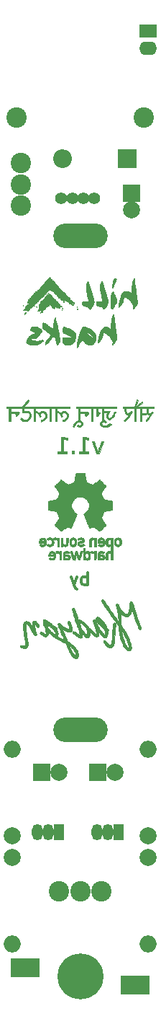
<source format=gbs>
G04 #@! TF.FileFunction,Soldermask,Bot*
%FSLAX46Y46*%
G04 Gerber Fmt 4.6, Leading zero omitted, Abs format (unit mm)*
G04 Created by KiCad (PCBNEW 4.0.6) date Sat May 20 01:56:05 2017*
%MOMM*%
%LPD*%
G01*
G04 APERTURE LIST*
%ADD10C,0.100000*%
%ADD11C,0.300000*%
%ADD12C,0.010000*%
%ADD13O,6.400000X2.900000*%
%ADD14R,2.000000X2.000000*%
%ADD15C,2.000000*%
%ADD16R,2.200000X2.200000*%
%ADD17O,2.200000X2.200000*%
%ADD18C,2.400000*%
%ADD19O,1.299160X1.901140*%
%ADD20R,1.299160X1.901140*%
%ADD21O,2.000000X2.000000*%
%ADD22R,2.100000X1.600000*%
%ADD23O,2.100000X1.600000*%
%ADD24R,3.400000X2.200000*%
%ADD25C,5.400000*%
%ADD26C,1.400000*%
G04 APERTURE END LIST*
D10*
D11*
X127842857Y-105028571D02*
X127842857Y-103528571D01*
X127842857Y-104100000D02*
X127700000Y-104028571D01*
X127414286Y-104028571D01*
X127271429Y-104100000D01*
X127200000Y-104171429D01*
X127128571Y-104314286D01*
X127128571Y-104742857D01*
X127200000Y-104885714D01*
X127271429Y-104957143D01*
X127414286Y-105028571D01*
X127700000Y-105028571D01*
X127842857Y-104957143D01*
X126628571Y-104028571D02*
X126271428Y-105028571D01*
X125914286Y-104028571D02*
X126271428Y-105028571D01*
X126414286Y-105385714D01*
X126485714Y-105457143D01*
X126628571Y-105528571D01*
D12*
G36*
X130247962Y-99471678D02*
X130173547Y-99504764D01*
X130109752Y-99553719D01*
X130060672Y-99617347D01*
X130034680Y-99678272D01*
X130029266Y-99707557D01*
X130023786Y-99756163D01*
X130018789Y-99818016D01*
X130014822Y-99887045D01*
X130013913Y-99908300D01*
X130012053Y-100040852D01*
X130017925Y-100150687D01*
X130031718Y-100239339D01*
X130053625Y-100308347D01*
X130067012Y-100334830D01*
X130119298Y-100400462D01*
X130186428Y-100448921D01*
X130263818Y-100479401D01*
X130346887Y-100491094D01*
X130431052Y-100483191D01*
X130511731Y-100454885D01*
X130563806Y-100422400D01*
X130591312Y-100402643D01*
X130609680Y-100391684D01*
X130612303Y-100390900D01*
X130614106Y-100403082D01*
X130615744Y-100437560D01*
X130617158Y-100491228D01*
X130618289Y-100560982D01*
X130619079Y-100643718D01*
X130619469Y-100736330D01*
X130619500Y-100771816D01*
X130619500Y-101152732D01*
X130562060Y-101108887D01*
X130520491Y-101081934D01*
X130477702Y-101061473D01*
X130457285Y-101055146D01*
X130393559Y-101047402D01*
X130324902Y-101047930D01*
X130261938Y-101056171D01*
X130224028Y-101067418D01*
X130163331Y-101103357D01*
X130105305Y-101155688D01*
X130058564Y-101216109D01*
X130045568Y-101239432D01*
X130037297Y-101257084D01*
X130030706Y-101274787D01*
X130025567Y-101295606D01*
X130021651Y-101322608D01*
X130018731Y-101358860D01*
X130016579Y-101407426D01*
X130014966Y-101471374D01*
X130013665Y-101553770D01*
X130012447Y-101657679D01*
X130012107Y-101689475D01*
X130007963Y-102080000D01*
X130225800Y-102080000D01*
X130225800Y-101760798D01*
X130226476Y-101641222D01*
X130228477Y-101543147D01*
X130231761Y-101467595D01*
X130236286Y-101415589D01*
X130240693Y-101391888D01*
X130268159Y-101338962D01*
X130312520Y-101294297D01*
X130365836Y-101265119D01*
X130385835Y-101259771D01*
X130438666Y-101260491D01*
X130495676Y-101277552D01*
X130546124Y-101306757D01*
X130572023Y-101332501D01*
X130585591Y-101354145D01*
X130596317Y-101380570D01*
X130604522Y-101414829D01*
X130610528Y-101459976D01*
X130614656Y-101519063D01*
X130617227Y-101595145D01*
X130618563Y-101691274D01*
X130618947Y-101778375D01*
X130619500Y-102080000D01*
X130718984Y-102080000D01*
X130767035Y-102078987D01*
X130804756Y-102076303D01*
X130825364Y-102072480D01*
X130826934Y-102071533D01*
X130828103Y-102057926D01*
X130829224Y-102020615D01*
X130830287Y-101961294D01*
X130831280Y-101881660D01*
X130832192Y-101783407D01*
X130833012Y-101668232D01*
X130833730Y-101537829D01*
X130834334Y-101393894D01*
X130834814Y-101238123D01*
X130835158Y-101072210D01*
X130835355Y-100897851D01*
X130835400Y-100763433D01*
X130835400Y-99978729D01*
X130600450Y-99978729D01*
X130599980Y-100052606D01*
X130598234Y-100105762D01*
X130594712Y-100142863D01*
X130588912Y-100168578D01*
X130580332Y-100187572D01*
X130577535Y-100192060D01*
X130533156Y-100238193D01*
X130475771Y-100266927D01*
X130412170Y-100276727D01*
X130349142Y-100266061D01*
X130317111Y-100250874D01*
X130285088Y-100226367D01*
X130261895Y-100195065D01*
X130246294Y-100152892D01*
X130237050Y-100095771D01*
X130232923Y-100019628D01*
X130232390Y-99971800D01*
X130232858Y-99902009D01*
X130234980Y-99851883D01*
X130239468Y-99815706D01*
X130247032Y-99787760D01*
X130258381Y-99762329D01*
X130258422Y-99762250D01*
X130297145Y-99712816D01*
X130349702Y-99680528D01*
X130409855Y-99666971D01*
X130471364Y-99673729D01*
X130519197Y-99696049D01*
X130548868Y-99718699D01*
X130570404Y-99743583D01*
X130585065Y-99775082D01*
X130594110Y-99817577D01*
X130598798Y-99875449D01*
X130600389Y-99953080D01*
X130600450Y-99978729D01*
X130835400Y-99978729D01*
X130835400Y-99463800D01*
X130621034Y-99463800D01*
X130613150Y-99553974D01*
X130569904Y-99521952D01*
X130493969Y-99479598D01*
X130412269Y-99457899D01*
X130328902Y-99455657D01*
X130247962Y-99471678D01*
X130247962Y-99471678D01*
G37*
X130247962Y-99471678D02*
X130173547Y-99504764D01*
X130109752Y-99553719D01*
X130060672Y-99617347D01*
X130034680Y-99678272D01*
X130029266Y-99707557D01*
X130023786Y-99756163D01*
X130018789Y-99818016D01*
X130014822Y-99887045D01*
X130013913Y-99908300D01*
X130012053Y-100040852D01*
X130017925Y-100150687D01*
X130031718Y-100239339D01*
X130053625Y-100308347D01*
X130067012Y-100334830D01*
X130119298Y-100400462D01*
X130186428Y-100448921D01*
X130263818Y-100479401D01*
X130346887Y-100491094D01*
X130431052Y-100483191D01*
X130511731Y-100454885D01*
X130563806Y-100422400D01*
X130591312Y-100402643D01*
X130609680Y-100391684D01*
X130612303Y-100390900D01*
X130614106Y-100403082D01*
X130615744Y-100437560D01*
X130617158Y-100491228D01*
X130618289Y-100560982D01*
X130619079Y-100643718D01*
X130619469Y-100736330D01*
X130619500Y-100771816D01*
X130619500Y-101152732D01*
X130562060Y-101108887D01*
X130520491Y-101081934D01*
X130477702Y-101061473D01*
X130457285Y-101055146D01*
X130393559Y-101047402D01*
X130324902Y-101047930D01*
X130261938Y-101056171D01*
X130224028Y-101067418D01*
X130163331Y-101103357D01*
X130105305Y-101155688D01*
X130058564Y-101216109D01*
X130045568Y-101239432D01*
X130037297Y-101257084D01*
X130030706Y-101274787D01*
X130025567Y-101295606D01*
X130021651Y-101322608D01*
X130018731Y-101358860D01*
X130016579Y-101407426D01*
X130014966Y-101471374D01*
X130013665Y-101553770D01*
X130012447Y-101657679D01*
X130012107Y-101689475D01*
X130007963Y-102080000D01*
X130225800Y-102080000D01*
X130225800Y-101760798D01*
X130226476Y-101641222D01*
X130228477Y-101543147D01*
X130231761Y-101467595D01*
X130236286Y-101415589D01*
X130240693Y-101391888D01*
X130268159Y-101338962D01*
X130312520Y-101294297D01*
X130365836Y-101265119D01*
X130385835Y-101259771D01*
X130438666Y-101260491D01*
X130495676Y-101277552D01*
X130546124Y-101306757D01*
X130572023Y-101332501D01*
X130585591Y-101354145D01*
X130596317Y-101380570D01*
X130604522Y-101414829D01*
X130610528Y-101459976D01*
X130614656Y-101519063D01*
X130617227Y-101595145D01*
X130618563Y-101691274D01*
X130618947Y-101778375D01*
X130619500Y-102080000D01*
X130718984Y-102080000D01*
X130767035Y-102078987D01*
X130804756Y-102076303D01*
X130825364Y-102072480D01*
X130826934Y-102071533D01*
X130828103Y-102057926D01*
X130829224Y-102020615D01*
X130830287Y-101961294D01*
X130831280Y-101881660D01*
X130832192Y-101783407D01*
X130833012Y-101668232D01*
X130833730Y-101537829D01*
X130834334Y-101393894D01*
X130834814Y-101238123D01*
X130835158Y-101072210D01*
X130835355Y-100897851D01*
X130835400Y-100763433D01*
X130835400Y-99978729D01*
X130600450Y-99978729D01*
X130599980Y-100052606D01*
X130598234Y-100105762D01*
X130594712Y-100142863D01*
X130588912Y-100168578D01*
X130580332Y-100187572D01*
X130577535Y-100192060D01*
X130533156Y-100238193D01*
X130475771Y-100266927D01*
X130412170Y-100276727D01*
X130349142Y-100266061D01*
X130317111Y-100250874D01*
X130285088Y-100226367D01*
X130261895Y-100195065D01*
X130246294Y-100152892D01*
X130237050Y-100095771D01*
X130232923Y-100019628D01*
X130232390Y-99971800D01*
X130232858Y-99902009D01*
X130234980Y-99851883D01*
X130239468Y-99815706D01*
X130247032Y-99787760D01*
X130258381Y-99762329D01*
X130258422Y-99762250D01*
X130297145Y-99712816D01*
X130349702Y-99680528D01*
X130409855Y-99666971D01*
X130471364Y-99673729D01*
X130519197Y-99696049D01*
X130548868Y-99718699D01*
X130570404Y-99743583D01*
X130585065Y-99775082D01*
X130594110Y-99817577D01*
X130598798Y-99875449D01*
X130600389Y-99953080D01*
X130600450Y-99978729D01*
X130835400Y-99978729D01*
X130835400Y-99463800D01*
X130621034Y-99463800D01*
X130613150Y-99553974D01*
X130569904Y-99521952D01*
X130493969Y-99479598D01*
X130412269Y-99457899D01*
X130328902Y-99455657D01*
X130247962Y-99471678D01*
G36*
X129392678Y-101048945D02*
X129338766Y-101054060D01*
X129293971Y-101063629D01*
X129257837Y-101075790D01*
X129184351Y-101115625D01*
X129125225Y-101171328D01*
X129084595Y-101238350D01*
X129070985Y-101281308D01*
X129067149Y-101312298D01*
X129063801Y-101365299D01*
X129061046Y-101436927D01*
X129058992Y-101523794D01*
X129057746Y-101622516D01*
X129057400Y-101712325D01*
X129057400Y-102080000D01*
X129273300Y-102080000D01*
X129273300Y-102002507D01*
X129319606Y-102037826D01*
X129342901Y-102054117D01*
X129365639Y-102064668D01*
X129394343Y-102070911D01*
X129435537Y-102074277D01*
X129494231Y-102076164D01*
X129552317Y-102076451D01*
X129603838Y-102074761D01*
X129641537Y-102071428D01*
X129654383Y-102068816D01*
X129733897Y-102031279D01*
X129797506Y-101977952D01*
X129844091Y-101912676D01*
X129872535Y-101839293D01*
X129881721Y-101761644D01*
X129881343Y-101759006D01*
X129673439Y-101759006D01*
X129664544Y-101803663D01*
X129635526Y-101841244D01*
X129612476Y-101856140D01*
X129575569Y-101867006D01*
X129522577Y-101873934D01*
X129462548Y-101876652D01*
X129404530Y-101874892D01*
X129357573Y-101868382D01*
X129343363Y-101864180D01*
X129311326Y-101839263D01*
X129287712Y-101795067D01*
X129274908Y-101736982D01*
X129273300Y-101705757D01*
X129273300Y-101648200D01*
X129415274Y-101648200D01*
X129498389Y-101649992D01*
X129560264Y-101656077D01*
X129604854Y-101667518D01*
X129636111Y-101685378D01*
X129657991Y-101710720D01*
X129659974Y-101713975D01*
X129673439Y-101759006D01*
X129881343Y-101759006D01*
X129870532Y-101683569D01*
X129837849Y-101608910D01*
X129802040Y-101561239D01*
X129771766Y-101531662D01*
X129739340Y-101509638D01*
X129700354Y-101493978D01*
X129650402Y-101483494D01*
X129585075Y-101476998D01*
X129499965Y-101473303D01*
X129473325Y-101472637D01*
X129273300Y-101468168D01*
X129273300Y-101400142D01*
X129279959Y-101340479D01*
X129301963Y-101298476D01*
X129342355Y-101270638D01*
X129400300Y-101254168D01*
X129485654Y-101246940D01*
X129561074Y-101257721D01*
X129622093Y-101285824D01*
X129626468Y-101288986D01*
X129668486Y-101320425D01*
X129715368Y-101287632D01*
X129755079Y-101258854D01*
X129793642Y-101229408D01*
X129800350Y-101224053D01*
X129838450Y-101193269D01*
X129785302Y-101142629D01*
X129733463Y-101101542D01*
X129675104Y-101073054D01*
X129605187Y-101055669D01*
X129518678Y-101047892D01*
X129463800Y-101047158D01*
X129392678Y-101048945D01*
X129392678Y-101048945D01*
G37*
X129392678Y-101048945D02*
X129338766Y-101054060D01*
X129293971Y-101063629D01*
X129257837Y-101075790D01*
X129184351Y-101115625D01*
X129125225Y-101171328D01*
X129084595Y-101238350D01*
X129070985Y-101281308D01*
X129067149Y-101312298D01*
X129063801Y-101365299D01*
X129061046Y-101436927D01*
X129058992Y-101523794D01*
X129057746Y-101622516D01*
X129057400Y-101712325D01*
X129057400Y-102080000D01*
X129273300Y-102080000D01*
X129273300Y-102002507D01*
X129319606Y-102037826D01*
X129342901Y-102054117D01*
X129365639Y-102064668D01*
X129394343Y-102070911D01*
X129435537Y-102074277D01*
X129494231Y-102076164D01*
X129552317Y-102076451D01*
X129603838Y-102074761D01*
X129641537Y-102071428D01*
X129654383Y-102068816D01*
X129733897Y-102031279D01*
X129797506Y-101977952D01*
X129844091Y-101912676D01*
X129872535Y-101839293D01*
X129881721Y-101761644D01*
X129881343Y-101759006D01*
X129673439Y-101759006D01*
X129664544Y-101803663D01*
X129635526Y-101841244D01*
X129612476Y-101856140D01*
X129575569Y-101867006D01*
X129522577Y-101873934D01*
X129462548Y-101876652D01*
X129404530Y-101874892D01*
X129357573Y-101868382D01*
X129343363Y-101864180D01*
X129311326Y-101839263D01*
X129287712Y-101795067D01*
X129274908Y-101736982D01*
X129273300Y-101705757D01*
X129273300Y-101648200D01*
X129415274Y-101648200D01*
X129498389Y-101649992D01*
X129560264Y-101656077D01*
X129604854Y-101667518D01*
X129636111Y-101685378D01*
X129657991Y-101710720D01*
X129659974Y-101713975D01*
X129673439Y-101759006D01*
X129881343Y-101759006D01*
X129870532Y-101683569D01*
X129837849Y-101608910D01*
X129802040Y-101561239D01*
X129771766Y-101531662D01*
X129739340Y-101509638D01*
X129700354Y-101493978D01*
X129650402Y-101483494D01*
X129585075Y-101476998D01*
X129499965Y-101473303D01*
X129473325Y-101472637D01*
X129273300Y-101468168D01*
X129273300Y-101400142D01*
X129279959Y-101340479D01*
X129301963Y-101298476D01*
X129342355Y-101270638D01*
X129400300Y-101254168D01*
X129485654Y-101246940D01*
X129561074Y-101257721D01*
X129622093Y-101285824D01*
X129626468Y-101288986D01*
X129668486Y-101320425D01*
X129715368Y-101287632D01*
X129755079Y-101258854D01*
X129793642Y-101229408D01*
X129800350Y-101224053D01*
X129838450Y-101193269D01*
X129785302Y-101142629D01*
X129733463Y-101101542D01*
X129675104Y-101073054D01*
X129605187Y-101055669D01*
X129518678Y-101047892D01*
X129463800Y-101047158D01*
X129392678Y-101048945D01*
G36*
X128335484Y-101047177D02*
X128250128Y-101068920D01*
X128222375Y-101081415D01*
X128186764Y-101100572D01*
X128162572Y-101115685D01*
X128155700Y-101122278D01*
X128163217Y-101134790D01*
X128182795Y-101160835D01*
X128209978Y-101195007D01*
X128240307Y-101231902D01*
X128269326Y-101266114D01*
X128292578Y-101292237D01*
X128305605Y-101304867D01*
X128306624Y-101305300D01*
X128320698Y-101300233D01*
X128349504Y-101287361D01*
X128367565Y-101278779D01*
X128432540Y-101259897D01*
X128495382Y-101264990D01*
X128552067Y-101292705D01*
X128598575Y-101341687D01*
X128609979Y-101360396D01*
X128616743Y-101375621D01*
X128622099Y-101395826D01*
X128626264Y-101424131D01*
X128629449Y-101463658D01*
X128631871Y-101517530D01*
X128633743Y-101588867D01*
X128635279Y-101680792D01*
X128636047Y-101740275D01*
X128640144Y-102080000D01*
X128738705Y-102080000D01*
X128786529Y-102078977D01*
X128824002Y-102076271D01*
X128844307Y-102072420D01*
X128845734Y-102071533D01*
X128847587Y-102057383D01*
X128849301Y-102020589D01*
X128850829Y-101963903D01*
X128852126Y-101890080D01*
X128853147Y-101801876D01*
X128853846Y-101702044D01*
X128854179Y-101593338D01*
X128854200Y-101557183D01*
X128854200Y-101051300D01*
X128638300Y-101051300D01*
X128638300Y-101152732D01*
X128580860Y-101108887D01*
X128506740Y-101067612D01*
X128422984Y-101046892D01*
X128335484Y-101047177D01*
X128335484Y-101047177D01*
G37*
X128335484Y-101047177D02*
X128250128Y-101068920D01*
X128222375Y-101081415D01*
X128186764Y-101100572D01*
X128162572Y-101115685D01*
X128155700Y-101122278D01*
X128163217Y-101134790D01*
X128182795Y-101160835D01*
X128209978Y-101195007D01*
X128240307Y-101231902D01*
X128269326Y-101266114D01*
X128292578Y-101292237D01*
X128305605Y-101304867D01*
X128306624Y-101305300D01*
X128320698Y-101300233D01*
X128349504Y-101287361D01*
X128367565Y-101278779D01*
X128432540Y-101259897D01*
X128495382Y-101264990D01*
X128552067Y-101292705D01*
X128598575Y-101341687D01*
X128609979Y-101360396D01*
X128616743Y-101375621D01*
X128622099Y-101395826D01*
X128626264Y-101424131D01*
X128629449Y-101463658D01*
X128631871Y-101517530D01*
X128633743Y-101588867D01*
X128635279Y-101680792D01*
X128636047Y-101740275D01*
X128640144Y-102080000D01*
X128738705Y-102080000D01*
X128786529Y-102078977D01*
X128824002Y-102076271D01*
X128844307Y-102072420D01*
X128845734Y-102071533D01*
X128847587Y-102057383D01*
X128849301Y-102020589D01*
X128850829Y-101963903D01*
X128852126Y-101890080D01*
X128853147Y-101801876D01*
X128853846Y-101702044D01*
X128854179Y-101593338D01*
X128854200Y-101557183D01*
X128854200Y-101051300D01*
X128638300Y-101051300D01*
X128638300Y-101152732D01*
X128580860Y-101108887D01*
X128506740Y-101067612D01*
X128422984Y-101046892D01*
X128335484Y-101047177D01*
G36*
X127342900Y-102080000D02*
X127558800Y-102080000D01*
X127558800Y-101973972D01*
X127587375Y-102000797D01*
X127649698Y-102043170D01*
X127725937Y-102070068D01*
X127809270Y-102080677D01*
X127892872Y-102074183D01*
X127969917Y-102049772D01*
X127975427Y-102047104D01*
X128049462Y-101997114D01*
X128105020Y-101931175D01*
X128135950Y-101864502D01*
X128149832Y-101804225D01*
X128159149Y-101727695D01*
X128164047Y-101640472D01*
X128164401Y-101587595D01*
X127948266Y-101587595D01*
X127942730Y-101661572D01*
X127927636Y-101741005D01*
X127904101Y-101798366D01*
X127869763Y-101836244D01*
X127822261Y-101857229D01*
X127759233Y-101863908D01*
X127758195Y-101863912D01*
X127713161Y-101860115D01*
X127672676Y-101850358D01*
X127661656Y-101845699D01*
X127626294Y-101820391D01*
X127600715Y-101783770D01*
X127582584Y-101731134D01*
X127570005Y-101661057D01*
X127564219Y-101588172D01*
X127565080Y-101512761D01*
X127571915Y-101441596D01*
X127584049Y-101381450D01*
X127600806Y-101339094D01*
X127602312Y-101336700D01*
X127644108Y-101292159D01*
X127699187Y-101267724D01*
X127755650Y-101261757D01*
X127823487Y-101270804D01*
X127875846Y-101298861D01*
X127909100Y-101336868D01*
X127926808Y-101378637D01*
X127939699Y-101438797D01*
X127947082Y-101510673D01*
X127948266Y-101587595D01*
X128164401Y-101587595D01*
X128164667Y-101548113D01*
X128161155Y-101456177D01*
X128153652Y-101370221D01*
X128142304Y-101295804D01*
X128127253Y-101238485D01*
X128119303Y-101219737D01*
X128069344Y-101148464D01*
X128002537Y-101094964D01*
X127921629Y-101060844D01*
X127829364Y-101047714D01*
X127825500Y-101047648D01*
X127742652Y-101055896D01*
X127664773Y-101080787D01*
X127600022Y-101119486D01*
X127587534Y-101130334D01*
X127558800Y-101157327D01*
X127558800Y-100644900D01*
X127342900Y-100644900D01*
X127342900Y-102080000D01*
X127342900Y-102080000D01*
G37*
X127342900Y-102080000D02*
X127558800Y-102080000D01*
X127558800Y-101973972D01*
X127587375Y-102000797D01*
X127649698Y-102043170D01*
X127725937Y-102070068D01*
X127809270Y-102080677D01*
X127892872Y-102074183D01*
X127969917Y-102049772D01*
X127975427Y-102047104D01*
X128049462Y-101997114D01*
X128105020Y-101931175D01*
X128135950Y-101864502D01*
X128149832Y-101804225D01*
X128159149Y-101727695D01*
X128164047Y-101640472D01*
X128164401Y-101587595D01*
X127948266Y-101587595D01*
X127942730Y-101661572D01*
X127927636Y-101741005D01*
X127904101Y-101798366D01*
X127869763Y-101836244D01*
X127822261Y-101857229D01*
X127759233Y-101863908D01*
X127758195Y-101863912D01*
X127713161Y-101860115D01*
X127672676Y-101850358D01*
X127661656Y-101845699D01*
X127626294Y-101820391D01*
X127600715Y-101783770D01*
X127582584Y-101731134D01*
X127570005Y-101661057D01*
X127564219Y-101588172D01*
X127565080Y-101512761D01*
X127571915Y-101441596D01*
X127584049Y-101381450D01*
X127600806Y-101339094D01*
X127602312Y-101336700D01*
X127644108Y-101292159D01*
X127699187Y-101267724D01*
X127755650Y-101261757D01*
X127823487Y-101270804D01*
X127875846Y-101298861D01*
X127909100Y-101336868D01*
X127926808Y-101378637D01*
X127939699Y-101438797D01*
X127947082Y-101510673D01*
X127948266Y-101587595D01*
X128164401Y-101587595D01*
X128164667Y-101548113D01*
X128161155Y-101456177D01*
X128153652Y-101370221D01*
X128142304Y-101295804D01*
X128127253Y-101238485D01*
X128119303Y-101219737D01*
X128069344Y-101148464D01*
X128002537Y-101094964D01*
X127921629Y-101060844D01*
X127829364Y-101047714D01*
X127825500Y-101047648D01*
X127742652Y-101055896D01*
X127664773Y-101080787D01*
X127600022Y-101119486D01*
X127587534Y-101130334D01*
X127558800Y-101157327D01*
X127558800Y-100644900D01*
X127342900Y-100644900D01*
X127342900Y-102080000D01*
G36*
X127008493Y-101115493D02*
X126999566Y-101146842D01*
X126985290Y-101198045D01*
X126966953Y-101264437D01*
X126945841Y-101341355D01*
X126923240Y-101424133D01*
X126915647Y-101452043D01*
X126893926Y-101530838D01*
X126874088Y-101600690D01*
X126857172Y-101658112D01*
X126844216Y-101699615D01*
X126836260Y-101721711D01*
X126834536Y-101724400D01*
X126828943Y-101712813D01*
X126816706Y-101680111D01*
X126798886Y-101629380D01*
X126776549Y-101563706D01*
X126750756Y-101486177D01*
X126722571Y-101399880D01*
X126719706Y-101391025D01*
X126611958Y-101057650D01*
X126449993Y-101057650D01*
X126341234Y-101397209D01*
X126312925Y-101484163D01*
X126286765Y-101561792D01*
X126263798Y-101627213D01*
X126245068Y-101677546D01*
X126231617Y-101709910D01*
X126224490Y-101721424D01*
X126223959Y-101721059D01*
X126218456Y-101704953D01*
X126207379Y-101667751D01*
X126191702Y-101612900D01*
X126172399Y-101543846D01*
X126150445Y-101464035D01*
X126129762Y-101387850D01*
X126106307Y-101301799D01*
X126084610Y-101223830D01*
X126065644Y-101157310D01*
X126050382Y-101105610D01*
X126039799Y-101072096D01*
X126035107Y-101060301D01*
X126019101Y-101056136D01*
X125984208Y-101053739D01*
X125936903Y-101053461D01*
X125917986Y-101053951D01*
X125809840Y-101057650D01*
X125971859Y-101565650D01*
X126133879Y-102073650D01*
X126228551Y-102077326D01*
X126323224Y-102081002D01*
X126421927Y-101747126D01*
X126448107Y-101659200D01*
X126472253Y-101579306D01*
X126493358Y-101510673D01*
X126510420Y-101456531D01*
X126522432Y-101420110D01*
X126528392Y-101404638D01*
X126528541Y-101404439D01*
X126534032Y-101413784D01*
X126545624Y-101444544D01*
X126562337Y-101493741D01*
X126583193Y-101558397D01*
X126607214Y-101635534D01*
X126633421Y-101722172D01*
X126638050Y-101737723D01*
X126739650Y-102079818D01*
X126830976Y-102079909D01*
X126876460Y-102078723D01*
X126910946Y-102075515D01*
X126927562Y-102070952D01*
X126927960Y-102070475D01*
X126932923Y-102056671D01*
X126944713Y-102021272D01*
X126962485Y-101966893D01*
X126985390Y-101896153D01*
X127012584Y-101811668D01*
X127043220Y-101716056D01*
X127076452Y-101611933D01*
X127089164Y-101572000D01*
X127123190Y-101465113D01*
X127154940Y-101365514D01*
X127183562Y-101275864D01*
X127208206Y-101198825D01*
X127228018Y-101137057D01*
X127242149Y-101093222D01*
X127249745Y-101069981D01*
X127250714Y-101067175D01*
X127247162Y-101059259D01*
X127227141Y-101054295D01*
X127187436Y-101051814D01*
X127142015Y-101051300D01*
X127027311Y-101051300D01*
X127008493Y-101115493D01*
X127008493Y-101115493D01*
G37*
X127008493Y-101115493D02*
X126999566Y-101146842D01*
X126985290Y-101198045D01*
X126966953Y-101264437D01*
X126945841Y-101341355D01*
X126923240Y-101424133D01*
X126915647Y-101452043D01*
X126893926Y-101530838D01*
X126874088Y-101600690D01*
X126857172Y-101658112D01*
X126844216Y-101699615D01*
X126836260Y-101721711D01*
X126834536Y-101724400D01*
X126828943Y-101712813D01*
X126816706Y-101680111D01*
X126798886Y-101629380D01*
X126776549Y-101563706D01*
X126750756Y-101486177D01*
X126722571Y-101399880D01*
X126719706Y-101391025D01*
X126611958Y-101057650D01*
X126449993Y-101057650D01*
X126341234Y-101397209D01*
X126312925Y-101484163D01*
X126286765Y-101561792D01*
X126263798Y-101627213D01*
X126245068Y-101677546D01*
X126231617Y-101709910D01*
X126224490Y-101721424D01*
X126223959Y-101721059D01*
X126218456Y-101704953D01*
X126207379Y-101667751D01*
X126191702Y-101612900D01*
X126172399Y-101543846D01*
X126150445Y-101464035D01*
X126129762Y-101387850D01*
X126106307Y-101301799D01*
X126084610Y-101223830D01*
X126065644Y-101157310D01*
X126050382Y-101105610D01*
X126039799Y-101072096D01*
X126035107Y-101060301D01*
X126019101Y-101056136D01*
X125984208Y-101053739D01*
X125936903Y-101053461D01*
X125917986Y-101053951D01*
X125809840Y-101057650D01*
X125971859Y-101565650D01*
X126133879Y-102073650D01*
X126228551Y-102077326D01*
X126323224Y-102081002D01*
X126421927Y-101747126D01*
X126448107Y-101659200D01*
X126472253Y-101579306D01*
X126493358Y-101510673D01*
X126510420Y-101456531D01*
X126522432Y-101420110D01*
X126528392Y-101404638D01*
X126528541Y-101404439D01*
X126534032Y-101413784D01*
X126545624Y-101444544D01*
X126562337Y-101493741D01*
X126583193Y-101558397D01*
X126607214Y-101635534D01*
X126633421Y-101722172D01*
X126638050Y-101737723D01*
X126739650Y-102079818D01*
X126830976Y-102079909D01*
X126876460Y-102078723D01*
X126910946Y-102075515D01*
X126927562Y-102070952D01*
X126927960Y-102070475D01*
X126932923Y-102056671D01*
X126944713Y-102021272D01*
X126962485Y-101966893D01*
X126985390Y-101896153D01*
X127012584Y-101811668D01*
X127043220Y-101716056D01*
X127076452Y-101611933D01*
X127089164Y-101572000D01*
X127123190Y-101465113D01*
X127154940Y-101365514D01*
X127183562Y-101275864D01*
X127208206Y-101198825D01*
X127228018Y-101137057D01*
X127242149Y-101093222D01*
X127249745Y-101069981D01*
X127250714Y-101067175D01*
X127247162Y-101059259D01*
X127227141Y-101054295D01*
X127187436Y-101051814D01*
X127142015Y-101051300D01*
X127027311Y-101051300D01*
X127008493Y-101115493D01*
G36*
X125278398Y-101053389D02*
X125210313Y-101066989D01*
X125208960Y-101067392D01*
X125135846Y-101099662D01*
X125072425Y-101147393D01*
X125025107Y-101205249D01*
X125011276Y-101231984D01*
X125004640Y-101249905D01*
X124999289Y-101271337D01*
X124995038Y-101299258D01*
X124991702Y-101336644D01*
X124989098Y-101386472D01*
X124987039Y-101451719D01*
X124985342Y-101535361D01*
X124983821Y-101640375D01*
X124983292Y-101683125D01*
X124978523Y-102080000D01*
X125196600Y-102080000D01*
X125196987Y-102032375D01*
X125198275Y-102003488D01*
X125202645Y-101996933D01*
X125210992Y-102008180D01*
X125230607Y-102027701D01*
X125263595Y-102048756D01*
X125277281Y-102055526D01*
X125327181Y-102070025D01*
X125392777Y-102077955D01*
X125465209Y-102079221D01*
X125535611Y-102073730D01*
X125595122Y-102061388D01*
X125602471Y-102058972D01*
X125680539Y-102019391D01*
X125741194Y-101963065D01*
X125782947Y-101893039D01*
X125804308Y-101812357D01*
X125803901Y-101743118D01*
X125599776Y-101743118D01*
X125599110Y-101786947D01*
X125577448Y-101827704D01*
X125548685Y-101851746D01*
X125509467Y-101866211D01*
X125454226Y-101874996D01*
X125391735Y-101877920D01*
X125330770Y-101874800D01*
X125280104Y-101865456D01*
X125260061Y-101857729D01*
X125226910Y-101826658D01*
X125205476Y-101775212D01*
X125196806Y-101706066D01*
X125196671Y-101695825D01*
X125196600Y-101648200D01*
X125345825Y-101648219D01*
X125417428Y-101649157D01*
X125469109Y-101652362D01*
X125506290Y-101658457D01*
X125534395Y-101668066D01*
X125539364Y-101670444D01*
X125579757Y-101702268D01*
X125599776Y-101743118D01*
X125803901Y-101743118D01*
X125803788Y-101724065D01*
X125792737Y-101670077D01*
X125765683Y-101612518D01*
X125720166Y-101557595D01*
X125662666Y-101512745D01*
X125648653Y-101504755D01*
X125625885Y-101494034D01*
X125601015Y-101486249D01*
X125569283Y-101480796D01*
X125525923Y-101477072D01*
X125466175Y-101474473D01*
X125395182Y-101472612D01*
X125193713Y-101468116D01*
X125199178Y-101392565D01*
X125207948Y-101334990D01*
X125227433Y-101296432D01*
X125262325Y-101271674D01*
X125317318Y-101255505D01*
X125323698Y-101254238D01*
X125402308Y-101246316D01*
X125473340Y-101253042D01*
X125530903Y-101273557D01*
X125551387Y-101287514D01*
X125577162Y-101307423D01*
X125594523Y-101317641D01*
X125596273Y-101318000D01*
X125611178Y-101310604D01*
X125638650Y-101291622D01*
X125672632Y-101265858D01*
X125707068Y-101238119D01*
X125735901Y-101213209D01*
X125753076Y-101195935D01*
X125755400Y-101191735D01*
X125745021Y-101172545D01*
X125717938Y-101146594D01*
X125680235Y-101118339D01*
X125637996Y-101092238D01*
X125597306Y-101072751D01*
X125588854Y-101069689D01*
X125524360Y-101055123D01*
X125444840Y-101047513D01*
X125359713Y-101046917D01*
X125278398Y-101053389D01*
X125278398Y-101053389D01*
G37*
X125278398Y-101053389D02*
X125210313Y-101066989D01*
X125208960Y-101067392D01*
X125135846Y-101099662D01*
X125072425Y-101147393D01*
X125025107Y-101205249D01*
X125011276Y-101231984D01*
X125004640Y-101249905D01*
X124999289Y-101271337D01*
X124995038Y-101299258D01*
X124991702Y-101336644D01*
X124989098Y-101386472D01*
X124987039Y-101451719D01*
X124985342Y-101535361D01*
X124983821Y-101640375D01*
X124983292Y-101683125D01*
X124978523Y-102080000D01*
X125196600Y-102080000D01*
X125196987Y-102032375D01*
X125198275Y-102003488D01*
X125202645Y-101996933D01*
X125210992Y-102008180D01*
X125230607Y-102027701D01*
X125263595Y-102048756D01*
X125277281Y-102055526D01*
X125327181Y-102070025D01*
X125392777Y-102077955D01*
X125465209Y-102079221D01*
X125535611Y-102073730D01*
X125595122Y-102061388D01*
X125602471Y-102058972D01*
X125680539Y-102019391D01*
X125741194Y-101963065D01*
X125782947Y-101893039D01*
X125804308Y-101812357D01*
X125803901Y-101743118D01*
X125599776Y-101743118D01*
X125599110Y-101786947D01*
X125577448Y-101827704D01*
X125548685Y-101851746D01*
X125509467Y-101866211D01*
X125454226Y-101874996D01*
X125391735Y-101877920D01*
X125330770Y-101874800D01*
X125280104Y-101865456D01*
X125260061Y-101857729D01*
X125226910Y-101826658D01*
X125205476Y-101775212D01*
X125196806Y-101706066D01*
X125196671Y-101695825D01*
X125196600Y-101648200D01*
X125345825Y-101648219D01*
X125417428Y-101649157D01*
X125469109Y-101652362D01*
X125506290Y-101658457D01*
X125534395Y-101668066D01*
X125539364Y-101670444D01*
X125579757Y-101702268D01*
X125599776Y-101743118D01*
X125803901Y-101743118D01*
X125803788Y-101724065D01*
X125792737Y-101670077D01*
X125765683Y-101612518D01*
X125720166Y-101557595D01*
X125662666Y-101512745D01*
X125648653Y-101504755D01*
X125625885Y-101494034D01*
X125601015Y-101486249D01*
X125569283Y-101480796D01*
X125525923Y-101477072D01*
X125466175Y-101474473D01*
X125395182Y-101472612D01*
X125193713Y-101468116D01*
X125199178Y-101392565D01*
X125207948Y-101334990D01*
X125227433Y-101296432D01*
X125262325Y-101271674D01*
X125317318Y-101255505D01*
X125323698Y-101254238D01*
X125402308Y-101246316D01*
X125473340Y-101253042D01*
X125530903Y-101273557D01*
X125551387Y-101287514D01*
X125577162Y-101307423D01*
X125594523Y-101317641D01*
X125596273Y-101318000D01*
X125611178Y-101310604D01*
X125638650Y-101291622D01*
X125672632Y-101265858D01*
X125707068Y-101238119D01*
X125735901Y-101213209D01*
X125753076Y-101195935D01*
X125755400Y-101191735D01*
X125745021Y-101172545D01*
X125717938Y-101146594D01*
X125680235Y-101118339D01*
X125637996Y-101092238D01*
X125597306Y-101072751D01*
X125588854Y-101069689D01*
X125524360Y-101055123D01*
X125444840Y-101047513D01*
X125359713Y-101046917D01*
X125278398Y-101053389D01*
G36*
X124191697Y-101063551D02*
X124125209Y-101093905D01*
X124076610Y-101123236D01*
X124150020Y-101211093D01*
X124182944Y-101250548D01*
X124209207Y-101282119D01*
X124224901Y-101301105D01*
X124227505Y-101304331D01*
X124240091Y-101302241D01*
X124267903Y-101291039D01*
X124289805Y-101280633D01*
X124355445Y-101259514D01*
X124417196Y-101263436D01*
X124474625Y-101292277D01*
X124527297Y-101345913D01*
X124529066Y-101348261D01*
X124536858Y-101359949D01*
X124542989Y-101373783D01*
X124547703Y-101392855D01*
X124551243Y-101420260D01*
X124553851Y-101459090D01*
X124555770Y-101512438D01*
X124557243Y-101583399D01*
X124558514Y-101675064D01*
X124559172Y-101731651D01*
X124563093Y-102080000D01*
X124777500Y-102080000D01*
X124777500Y-101051300D01*
X124561600Y-101051300D01*
X124561600Y-101157652D01*
X124526675Y-101125077D01*
X124486173Y-101092164D01*
X124443834Y-101070412D01*
X124389472Y-101055040D01*
X124368348Y-101050778D01*
X124279695Y-101046058D01*
X124191697Y-101063551D01*
X124191697Y-101063551D01*
G37*
X124191697Y-101063551D02*
X124125209Y-101093905D01*
X124076610Y-101123236D01*
X124150020Y-101211093D01*
X124182944Y-101250548D01*
X124209207Y-101282119D01*
X124224901Y-101301105D01*
X124227505Y-101304331D01*
X124240091Y-101302241D01*
X124267903Y-101291039D01*
X124289805Y-101280633D01*
X124355445Y-101259514D01*
X124417196Y-101263436D01*
X124474625Y-101292277D01*
X124527297Y-101345913D01*
X124529066Y-101348261D01*
X124536858Y-101359949D01*
X124542989Y-101373783D01*
X124547703Y-101392855D01*
X124551243Y-101420260D01*
X124553851Y-101459090D01*
X124555770Y-101512438D01*
X124557243Y-101583399D01*
X124558514Y-101675064D01*
X124559172Y-101731651D01*
X124563093Y-102080000D01*
X124777500Y-102080000D01*
X124777500Y-101051300D01*
X124561600Y-101051300D01*
X124561600Y-101157652D01*
X124526675Y-101125077D01*
X124486173Y-101092164D01*
X124443834Y-101070412D01*
X124389472Y-101055040D01*
X124368348Y-101050778D01*
X124279695Y-101046058D01*
X124191697Y-101063551D01*
G36*
X123574045Y-101054292D02*
X123484305Y-101083940D01*
X123429034Y-101114734D01*
X123359597Y-101173293D01*
X123308197Y-101245859D01*
X123274072Y-101334169D01*
X123256460Y-101439956D01*
X123253500Y-101514986D01*
X123253500Y-101648200D01*
X123878627Y-101648200D01*
X123869798Y-101695825D01*
X123845216Y-101767634D01*
X123802305Y-101822557D01*
X123742962Y-101859073D01*
X123669086Y-101875658D01*
X123644531Y-101876521D01*
X123584690Y-101869857D01*
X123526636Y-101852491D01*
X123479242Y-101827642D01*
X123458320Y-101808962D01*
X123444340Y-101794763D01*
X123429820Y-101789609D01*
X123410871Y-101795255D01*
X123383602Y-101813457D01*
X123344121Y-101845969D01*
X123309504Y-101876103D01*
X123263216Y-101916744D01*
X123299512Y-101954630D01*
X123329942Y-101979902D01*
X123373805Y-102008734D01*
X123418127Y-102033082D01*
X123459549Y-102052284D01*
X123494999Y-102064506D01*
X123532930Y-102071489D01*
X123581797Y-102074975D01*
X123627798Y-102076283D01*
X123685684Y-102076414D01*
X123736999Y-102074609D01*
X123774448Y-102071218D01*
X123786900Y-102068673D01*
X123880416Y-102025475D01*
X123960573Y-101961557D01*
X124020438Y-101885436D01*
X124054302Y-101811205D01*
X124076551Y-101720317D01*
X124087085Y-101618756D01*
X124085803Y-101512505D01*
X124080508Y-101470400D01*
X123878627Y-101470400D01*
X123469400Y-101470400D01*
X123469400Y-101441340D01*
X123480226Y-101390023D01*
X123508938Y-101337632D01*
X123549887Y-101292651D01*
X123583700Y-101269656D01*
X123649272Y-101248611D01*
X123713273Y-101250697D01*
X123771683Y-101273765D01*
X123820486Y-101315662D01*
X123855661Y-101374239D01*
X123869798Y-101422775D01*
X123878627Y-101470400D01*
X124080508Y-101470400D01*
X124072602Y-101407550D01*
X124047381Y-101309873D01*
X124030919Y-101267200D01*
X123984247Y-101190198D01*
X123920515Y-101128468D01*
X123843676Y-101083011D01*
X123757683Y-101054829D01*
X123666488Y-101044922D01*
X123574045Y-101054292D01*
X123574045Y-101054292D01*
G37*
X123574045Y-101054292D02*
X123484305Y-101083940D01*
X123429034Y-101114734D01*
X123359597Y-101173293D01*
X123308197Y-101245859D01*
X123274072Y-101334169D01*
X123256460Y-101439956D01*
X123253500Y-101514986D01*
X123253500Y-101648200D01*
X123878627Y-101648200D01*
X123869798Y-101695825D01*
X123845216Y-101767634D01*
X123802305Y-101822557D01*
X123742962Y-101859073D01*
X123669086Y-101875658D01*
X123644531Y-101876521D01*
X123584690Y-101869857D01*
X123526636Y-101852491D01*
X123479242Y-101827642D01*
X123458320Y-101808962D01*
X123444340Y-101794763D01*
X123429820Y-101789609D01*
X123410871Y-101795255D01*
X123383602Y-101813457D01*
X123344121Y-101845969D01*
X123309504Y-101876103D01*
X123263216Y-101916744D01*
X123299512Y-101954630D01*
X123329942Y-101979902D01*
X123373805Y-102008734D01*
X123418127Y-102033082D01*
X123459549Y-102052284D01*
X123494999Y-102064506D01*
X123532930Y-102071489D01*
X123581797Y-102074975D01*
X123627798Y-102076283D01*
X123685684Y-102076414D01*
X123736999Y-102074609D01*
X123774448Y-102071218D01*
X123786900Y-102068673D01*
X123880416Y-102025475D01*
X123960573Y-101961557D01*
X124020438Y-101885436D01*
X124054302Y-101811205D01*
X124076551Y-101720317D01*
X124087085Y-101618756D01*
X124085803Y-101512505D01*
X124080508Y-101470400D01*
X123878627Y-101470400D01*
X123469400Y-101470400D01*
X123469400Y-101441340D01*
X123480226Y-101390023D01*
X123508938Y-101337632D01*
X123549887Y-101292651D01*
X123583700Y-101269656D01*
X123649272Y-101248611D01*
X123713273Y-101250697D01*
X123771683Y-101273765D01*
X123820486Y-101315662D01*
X123855661Y-101374239D01*
X123869798Y-101422775D01*
X123878627Y-101470400D01*
X124080508Y-101470400D01*
X124072602Y-101407550D01*
X124047381Y-101309873D01*
X124030919Y-101267200D01*
X123984247Y-101190198D01*
X123920515Y-101128468D01*
X123843676Y-101083011D01*
X123757683Y-101054829D01*
X123666488Y-101044922D01*
X123574045Y-101054292D01*
G36*
X131335384Y-99458366D02*
X131240630Y-99484319D01*
X131157713Y-99529947D01*
X131089302Y-99593425D01*
X131038064Y-99672927D01*
X131011243Y-99746790D01*
X131002825Y-99796710D01*
X130997345Y-99864363D01*
X130994803Y-99942253D01*
X130995198Y-100022882D01*
X130998531Y-100098755D01*
X131004801Y-100162375D01*
X131011243Y-100196809D01*
X131046411Y-100286220D01*
X131100671Y-100361678D01*
X131170886Y-100421513D01*
X131253916Y-100464054D01*
X131346620Y-100487633D01*
X131445860Y-100490577D01*
X131534528Y-100475202D01*
X131624497Y-100438151D01*
X131702270Y-100379942D01*
X131765003Y-100303034D01*
X131792909Y-100251845D01*
X131802740Y-100228276D01*
X131809842Y-100203563D01*
X131814647Y-100173165D01*
X131817590Y-100132539D01*
X131819105Y-100077146D01*
X131819624Y-100002443D01*
X131819648Y-99973393D01*
X131611624Y-99973393D01*
X131610929Y-100038887D01*
X131608182Y-100085698D01*
X131602397Y-100120523D01*
X131592585Y-100150056D01*
X131582288Y-100172170D01*
X131543881Y-100227612D01*
X131494395Y-100261042D01*
X131431335Y-100273819D01*
X131396849Y-100273117D01*
X131341443Y-100263346D01*
X131298841Y-100244956D01*
X131295249Y-100242433D01*
X131262058Y-100213873D01*
X131238528Y-100182379D01*
X131223122Y-100143068D01*
X131214301Y-100091057D01*
X131210530Y-100021463D01*
X131210050Y-99971800D01*
X131210796Y-99899622D01*
X131213407Y-99847723D01*
X131218446Y-99811016D01*
X131226479Y-99784413D01*
X131232084Y-99772776D01*
X131274831Y-99718949D01*
X131331154Y-99684313D01*
X131396508Y-99670259D01*
X131466346Y-99678180D01*
X131500741Y-99690467D01*
X131542496Y-99714392D01*
X131572920Y-99746304D01*
X131593498Y-99789994D01*
X131605717Y-99849253D01*
X131611063Y-99927875D01*
X131611624Y-99973393D01*
X131819648Y-99973393D01*
X131819650Y-99971800D01*
X131819379Y-99889614D01*
X131818271Y-99828267D01*
X131815886Y-99783202D01*
X131811784Y-99749860D01*
X131805525Y-99723683D01*
X131796667Y-99700114D01*
X131792506Y-99690845D01*
X131739267Y-99604117D01*
X131669127Y-99535717D01*
X131584048Y-99486960D01*
X131485992Y-99459162D01*
X131439308Y-99453914D01*
X131335384Y-99458366D01*
X131335384Y-99458366D01*
G37*
X131335384Y-99458366D02*
X131240630Y-99484319D01*
X131157713Y-99529947D01*
X131089302Y-99593425D01*
X131038064Y-99672927D01*
X131011243Y-99746790D01*
X131002825Y-99796710D01*
X130997345Y-99864363D01*
X130994803Y-99942253D01*
X130995198Y-100022882D01*
X130998531Y-100098755D01*
X131004801Y-100162375D01*
X131011243Y-100196809D01*
X131046411Y-100286220D01*
X131100671Y-100361678D01*
X131170886Y-100421513D01*
X131253916Y-100464054D01*
X131346620Y-100487633D01*
X131445860Y-100490577D01*
X131534528Y-100475202D01*
X131624497Y-100438151D01*
X131702270Y-100379942D01*
X131765003Y-100303034D01*
X131792909Y-100251845D01*
X131802740Y-100228276D01*
X131809842Y-100203563D01*
X131814647Y-100173165D01*
X131817590Y-100132539D01*
X131819105Y-100077146D01*
X131819624Y-100002443D01*
X131819648Y-99973393D01*
X131611624Y-99973393D01*
X131610929Y-100038887D01*
X131608182Y-100085698D01*
X131602397Y-100120523D01*
X131592585Y-100150056D01*
X131582288Y-100172170D01*
X131543881Y-100227612D01*
X131494395Y-100261042D01*
X131431335Y-100273819D01*
X131396849Y-100273117D01*
X131341443Y-100263346D01*
X131298841Y-100244956D01*
X131295249Y-100242433D01*
X131262058Y-100213873D01*
X131238528Y-100182379D01*
X131223122Y-100143068D01*
X131214301Y-100091057D01*
X131210530Y-100021463D01*
X131210050Y-99971800D01*
X131210796Y-99899622D01*
X131213407Y-99847723D01*
X131218446Y-99811016D01*
X131226479Y-99784413D01*
X131232084Y-99772776D01*
X131274831Y-99718949D01*
X131331154Y-99684313D01*
X131396508Y-99670259D01*
X131466346Y-99678180D01*
X131500741Y-99690467D01*
X131542496Y-99714392D01*
X131572920Y-99746304D01*
X131593498Y-99789994D01*
X131605717Y-99849253D01*
X131611063Y-99927875D01*
X131611624Y-99973393D01*
X131819648Y-99973393D01*
X131819650Y-99971800D01*
X131819379Y-99889614D01*
X131818271Y-99828267D01*
X131815886Y-99783202D01*
X131811784Y-99749860D01*
X131805525Y-99723683D01*
X131796667Y-99700114D01*
X131792506Y-99690845D01*
X131739267Y-99604117D01*
X131669127Y-99535717D01*
X131584048Y-99486960D01*
X131485992Y-99459162D01*
X131439308Y-99453914D01*
X131335384Y-99458366D01*
G36*
X129416092Y-99453904D02*
X129323015Y-99475900D01*
X129237288Y-99518167D01*
X129162779Y-99579116D01*
X129103355Y-99657158D01*
X129084865Y-99692400D01*
X129070012Y-99727983D01*
X129059901Y-99763515D01*
X129053334Y-99805919D01*
X129049115Y-99862114D01*
X129046986Y-99911475D01*
X129041570Y-100060700D01*
X129667000Y-100060700D01*
X129667000Y-100089759D01*
X129661331Y-100118212D01*
X129646986Y-100156778D01*
X129638425Y-100174928D01*
X129597167Y-100230506D01*
X129541830Y-100267763D01*
X129476405Y-100286232D01*
X129404880Y-100285444D01*
X129331245Y-100264931D01*
X129259490Y-100224224D01*
X129253901Y-100220044D01*
X129214085Y-100189675D01*
X129138918Y-100257274D01*
X129063750Y-100324873D01*
X129101730Y-100364944D01*
X129133588Y-100391862D01*
X129178284Y-100421607D01*
X129218862Y-100443982D01*
X129265081Y-100464629D01*
X129307218Y-100477227D01*
X129355600Y-100484121D01*
X129409483Y-100487252D01*
X129466944Y-100487853D01*
X129520736Y-100485634D01*
X129561345Y-100481062D01*
X129568988Y-100479440D01*
X129641431Y-100453760D01*
X129707348Y-100412893D01*
X129744879Y-100381522D01*
X129803443Y-100313215D01*
X129845618Y-100228355D01*
X129871818Y-100125730D01*
X129882454Y-100004122D01*
X129882750Y-99976195D01*
X129875657Y-99870200D01*
X129670324Y-99870200D01*
X129465462Y-99870200D01*
X129388873Y-99869997D01*
X129334079Y-99869124D01*
X129297477Y-99867181D01*
X129275465Y-99863768D01*
X129264440Y-99858486D01*
X129260798Y-99850935D01*
X129260600Y-99847490D01*
X129268529Y-99813527D01*
X129288760Y-99770500D01*
X129315960Y-99727624D01*
X129344794Y-99694114D01*
X129353607Y-99686793D01*
X129397669Y-99667331D01*
X129453645Y-99659502D01*
X129511231Y-99663304D01*
X129560123Y-99678735D01*
X129573209Y-99686834D01*
X129627096Y-99739397D01*
X129657390Y-99799577D01*
X129662644Y-99822872D01*
X129670324Y-99870200D01*
X129875657Y-99870200D01*
X129873931Y-99844419D01*
X129847817Y-99731234D01*
X129804410Y-99636645D01*
X129743713Y-99560657D01*
X129665728Y-99503274D01*
X129608819Y-99477088D01*
X129512649Y-99453771D01*
X129416092Y-99453904D01*
X129416092Y-99453904D01*
G37*
X129416092Y-99453904D02*
X129323015Y-99475900D01*
X129237288Y-99518167D01*
X129162779Y-99579116D01*
X129103355Y-99657158D01*
X129084865Y-99692400D01*
X129070012Y-99727983D01*
X129059901Y-99763515D01*
X129053334Y-99805919D01*
X129049115Y-99862114D01*
X129046986Y-99911475D01*
X129041570Y-100060700D01*
X129667000Y-100060700D01*
X129667000Y-100089759D01*
X129661331Y-100118212D01*
X129646986Y-100156778D01*
X129638425Y-100174928D01*
X129597167Y-100230506D01*
X129541830Y-100267763D01*
X129476405Y-100286232D01*
X129404880Y-100285444D01*
X129331245Y-100264931D01*
X129259490Y-100224224D01*
X129253901Y-100220044D01*
X129214085Y-100189675D01*
X129138918Y-100257274D01*
X129063750Y-100324873D01*
X129101730Y-100364944D01*
X129133588Y-100391862D01*
X129178284Y-100421607D01*
X129218862Y-100443982D01*
X129265081Y-100464629D01*
X129307218Y-100477227D01*
X129355600Y-100484121D01*
X129409483Y-100487252D01*
X129466944Y-100487853D01*
X129520736Y-100485634D01*
X129561345Y-100481062D01*
X129568988Y-100479440D01*
X129641431Y-100453760D01*
X129707348Y-100412893D01*
X129744879Y-100381522D01*
X129803443Y-100313215D01*
X129845618Y-100228355D01*
X129871818Y-100125730D01*
X129882454Y-100004122D01*
X129882750Y-99976195D01*
X129875657Y-99870200D01*
X129670324Y-99870200D01*
X129465462Y-99870200D01*
X129388873Y-99869997D01*
X129334079Y-99869124D01*
X129297477Y-99867181D01*
X129275465Y-99863768D01*
X129264440Y-99858486D01*
X129260798Y-99850935D01*
X129260600Y-99847490D01*
X129268529Y-99813527D01*
X129288760Y-99770500D01*
X129315960Y-99727624D01*
X129344794Y-99694114D01*
X129353607Y-99686793D01*
X129397669Y-99667331D01*
X129453645Y-99659502D01*
X129511231Y-99663304D01*
X129560123Y-99678735D01*
X129573209Y-99686834D01*
X129627096Y-99739397D01*
X129657390Y-99799577D01*
X129662644Y-99822872D01*
X129670324Y-99870200D01*
X129875657Y-99870200D01*
X129873931Y-99844419D01*
X129847817Y-99731234D01*
X129804410Y-99636645D01*
X129743713Y-99560657D01*
X129665728Y-99503274D01*
X129608819Y-99477088D01*
X129512649Y-99453771D01*
X129416092Y-99453904D01*
G36*
X127003125Y-99456525D02*
X126956020Y-99462452D01*
X126899614Y-99477299D01*
X126835633Y-99500652D01*
X126773314Y-99528565D01*
X126721895Y-99557093D01*
X126702889Y-99570571D01*
X126692338Y-99579790D01*
X126687876Y-99589170D01*
X126691471Y-99602536D01*
X126705090Y-99623712D01*
X126730702Y-99656522D01*
X126770274Y-99704793D01*
X126774703Y-99710167D01*
X126805047Y-99746984D01*
X126887701Y-99706293D01*
X126951864Y-99679923D01*
X127016151Y-99662236D01*
X127042222Y-99658185D01*
X127110838Y-99658016D01*
X127168666Y-99671143D01*
X127212507Y-99695437D01*
X127239159Y-99728764D01*
X127245422Y-99768995D01*
X127240272Y-99790060D01*
X127227992Y-99811580D01*
X127206704Y-99828232D01*
X127172691Y-99841264D01*
X127122235Y-99851923D01*
X127051621Y-99861458D01*
X127016175Y-99865312D01*
X126951583Y-99873306D01*
X126892320Y-99882968D01*
X126845181Y-99893046D01*
X126817959Y-99901800D01*
X126751133Y-99946573D01*
X126701146Y-100007653D01*
X126676213Y-100064450D01*
X126659413Y-100157940D01*
X126666314Y-100243119D01*
X126696288Y-100318597D01*
X126748707Y-100382985D01*
X126822943Y-100434892D01*
X126849464Y-100447864D01*
X126897910Y-100467171D01*
X126944148Y-100478929D01*
X126998529Y-100485246D01*
X127043943Y-100487458D01*
X127103505Y-100487880D01*
X127160728Y-100485621D01*
X127205610Y-100481147D01*
X127215184Y-100479441D01*
X127267853Y-100463514D01*
X127331366Y-100437266D01*
X127396640Y-100405130D01*
X127454596Y-100371536D01*
X127492527Y-100344118D01*
X127534203Y-100308349D01*
X127459240Y-100234168D01*
X127384278Y-100159987D01*
X127319015Y-100206874D01*
X127230016Y-100257419D01*
X127135846Y-100283856D01*
X127064657Y-100288689D01*
X126995929Y-100280781D01*
X126939692Y-100259955D01*
X126899146Y-100228653D01*
X126877495Y-100189321D01*
X126877548Y-100145911D01*
X126886821Y-100123052D01*
X126904079Y-100105590D01*
X126933067Y-100092134D01*
X126977533Y-100081290D01*
X127041225Y-100071667D01*
X127093952Y-100065489D01*
X127202241Y-100049194D01*
X127288155Y-100025630D01*
X127354076Y-99993219D01*
X127402382Y-99950383D01*
X127435456Y-99895544D01*
X127455676Y-99827125D01*
X127455995Y-99825453D01*
X127462203Y-99734695D01*
X127445816Y-99653871D01*
X127408217Y-99584540D01*
X127350790Y-99528261D01*
X127274919Y-99486594D01*
X127181989Y-99461100D01*
X127127000Y-99454725D01*
X127066457Y-99453448D01*
X127003125Y-99456525D01*
X127003125Y-99456525D01*
G37*
X127003125Y-99456525D02*
X126956020Y-99462452D01*
X126899614Y-99477299D01*
X126835633Y-99500652D01*
X126773314Y-99528565D01*
X126721895Y-99557093D01*
X126702889Y-99570571D01*
X126692338Y-99579790D01*
X126687876Y-99589170D01*
X126691471Y-99602536D01*
X126705090Y-99623712D01*
X126730702Y-99656522D01*
X126770274Y-99704793D01*
X126774703Y-99710167D01*
X126805047Y-99746984D01*
X126887701Y-99706293D01*
X126951864Y-99679923D01*
X127016151Y-99662236D01*
X127042222Y-99658185D01*
X127110838Y-99658016D01*
X127168666Y-99671143D01*
X127212507Y-99695437D01*
X127239159Y-99728764D01*
X127245422Y-99768995D01*
X127240272Y-99790060D01*
X127227992Y-99811580D01*
X127206704Y-99828232D01*
X127172691Y-99841264D01*
X127122235Y-99851923D01*
X127051621Y-99861458D01*
X127016175Y-99865312D01*
X126951583Y-99873306D01*
X126892320Y-99882968D01*
X126845181Y-99893046D01*
X126817959Y-99901800D01*
X126751133Y-99946573D01*
X126701146Y-100007653D01*
X126676213Y-100064450D01*
X126659413Y-100157940D01*
X126666314Y-100243119D01*
X126696288Y-100318597D01*
X126748707Y-100382985D01*
X126822943Y-100434892D01*
X126849464Y-100447864D01*
X126897910Y-100467171D01*
X126944148Y-100478929D01*
X126998529Y-100485246D01*
X127043943Y-100487458D01*
X127103505Y-100487880D01*
X127160728Y-100485621D01*
X127205610Y-100481147D01*
X127215184Y-100479441D01*
X127267853Y-100463514D01*
X127331366Y-100437266D01*
X127396640Y-100405130D01*
X127454596Y-100371536D01*
X127492527Y-100344118D01*
X127534203Y-100308349D01*
X127459240Y-100234168D01*
X127384278Y-100159987D01*
X127319015Y-100206874D01*
X127230016Y-100257419D01*
X127135846Y-100283856D01*
X127064657Y-100288689D01*
X126995929Y-100280781D01*
X126939692Y-100259955D01*
X126899146Y-100228653D01*
X126877495Y-100189321D01*
X126877548Y-100145911D01*
X126886821Y-100123052D01*
X126904079Y-100105590D01*
X126933067Y-100092134D01*
X126977533Y-100081290D01*
X127041225Y-100071667D01*
X127093952Y-100065489D01*
X127202241Y-100049194D01*
X127288155Y-100025630D01*
X127354076Y-99993219D01*
X127402382Y-99950383D01*
X127435456Y-99895544D01*
X127455676Y-99827125D01*
X127455995Y-99825453D01*
X127462203Y-99734695D01*
X127445816Y-99653871D01*
X127408217Y-99584540D01*
X127350790Y-99528261D01*
X127274919Y-99486594D01*
X127181989Y-99461100D01*
X127127000Y-99454725D01*
X127066457Y-99453448D01*
X127003125Y-99456525D01*
G36*
X126103993Y-99453914D02*
X126000854Y-99472087D01*
X125909832Y-99511797D01*
X125832887Y-99571728D01*
X125771980Y-99650566D01*
X125750795Y-99690845D01*
X125740829Y-99714621D01*
X125733629Y-99739264D01*
X125728755Y-99769331D01*
X125725766Y-99809381D01*
X125724222Y-99863971D01*
X125723683Y-99937659D01*
X125723650Y-99971800D01*
X125723922Y-100053985D01*
X125725030Y-100115332D01*
X125727415Y-100160397D01*
X125731517Y-100193739D01*
X125737776Y-100219916D01*
X125746634Y-100243485D01*
X125750795Y-100252754D01*
X125803875Y-100339976D01*
X125872935Y-100407664D01*
X125956921Y-100455125D01*
X126054781Y-100481669D01*
X126107138Y-100486813D01*
X126160391Y-100487826D01*
X126208544Y-100486118D01*
X126242006Y-100482060D01*
X126244350Y-100481493D01*
X126329055Y-100448494D01*
X126405003Y-100398402D01*
X126466569Y-100335736D01*
X126505109Y-100272144D01*
X126528229Y-100200719D01*
X126544056Y-100112306D01*
X126552314Y-100014332D01*
X126552564Y-99953055D01*
X126339335Y-99953055D01*
X126336836Y-100029258D01*
X126327758Y-100100473D01*
X126312248Y-100159468D01*
X126297239Y-100190234D01*
X126250914Y-100238345D01*
X126192127Y-100267012D01*
X126126071Y-100275048D01*
X126057940Y-100261270D01*
X126033340Y-100250454D01*
X125995350Y-100225654D01*
X125967845Y-100193210D01*
X125949413Y-100149178D01*
X125938645Y-100089611D01*
X125934130Y-100010561D01*
X125933758Y-99971800D01*
X125935967Y-99883959D01*
X125943606Y-99817287D01*
X125958198Y-99767853D01*
X125981263Y-99731728D01*
X126014322Y-99704982D01*
X126042680Y-99690415D01*
X126114447Y-99670348D01*
X126182320Y-99673622D01*
X126242736Y-99699202D01*
X126292131Y-99746052D01*
X126305881Y-99766814D01*
X126324005Y-99814603D01*
X126335107Y-99879093D01*
X126339335Y-99953055D01*
X126552564Y-99953055D01*
X126552723Y-99914221D01*
X126545006Y-99819399D01*
X126528883Y-99737291D01*
X126525586Y-99726089D01*
X126485382Y-99636646D01*
X126426636Y-99563098D01*
X126351786Y-99507017D01*
X126263266Y-99469975D01*
X126163514Y-99453546D01*
X126103993Y-99453914D01*
X126103993Y-99453914D01*
G37*
X126103993Y-99453914D02*
X126000854Y-99472087D01*
X125909832Y-99511797D01*
X125832887Y-99571728D01*
X125771980Y-99650566D01*
X125750795Y-99690845D01*
X125740829Y-99714621D01*
X125733629Y-99739264D01*
X125728755Y-99769331D01*
X125725766Y-99809381D01*
X125724222Y-99863971D01*
X125723683Y-99937659D01*
X125723650Y-99971800D01*
X125723922Y-100053985D01*
X125725030Y-100115332D01*
X125727415Y-100160397D01*
X125731517Y-100193739D01*
X125737776Y-100219916D01*
X125746634Y-100243485D01*
X125750795Y-100252754D01*
X125803875Y-100339976D01*
X125872935Y-100407664D01*
X125956921Y-100455125D01*
X126054781Y-100481669D01*
X126107138Y-100486813D01*
X126160391Y-100487826D01*
X126208544Y-100486118D01*
X126242006Y-100482060D01*
X126244350Y-100481493D01*
X126329055Y-100448494D01*
X126405003Y-100398402D01*
X126466569Y-100335736D01*
X126505109Y-100272144D01*
X126528229Y-100200719D01*
X126544056Y-100112306D01*
X126552314Y-100014332D01*
X126552564Y-99953055D01*
X126339335Y-99953055D01*
X126336836Y-100029258D01*
X126327758Y-100100473D01*
X126312248Y-100159468D01*
X126297239Y-100190234D01*
X126250914Y-100238345D01*
X126192127Y-100267012D01*
X126126071Y-100275048D01*
X126057940Y-100261270D01*
X126033340Y-100250454D01*
X125995350Y-100225654D01*
X125967845Y-100193210D01*
X125949413Y-100149178D01*
X125938645Y-100089611D01*
X125934130Y-100010561D01*
X125933758Y-99971800D01*
X125935967Y-99883959D01*
X125943606Y-99817287D01*
X125958198Y-99767853D01*
X125981263Y-99731728D01*
X126014322Y-99704982D01*
X126042680Y-99690415D01*
X126114447Y-99670348D01*
X126182320Y-99673622D01*
X126242736Y-99699202D01*
X126292131Y-99746052D01*
X126305881Y-99766814D01*
X126324005Y-99814603D01*
X126335107Y-99879093D01*
X126339335Y-99953055D01*
X126552564Y-99953055D01*
X126552723Y-99914221D01*
X126545006Y-99819399D01*
X126528883Y-99737291D01*
X126525586Y-99726089D01*
X126485382Y-99636646D01*
X126426636Y-99563098D01*
X126351786Y-99507017D01*
X126263266Y-99469975D01*
X126163514Y-99453546D01*
X126103993Y-99453914D01*
G36*
X125336300Y-99792002D02*
X125336216Y-99892105D01*
X125335794Y-99970198D01*
X125334777Y-100029670D01*
X125332909Y-100073910D01*
X125329936Y-100106307D01*
X125325601Y-100130251D01*
X125319649Y-100149131D01*
X125311823Y-100166337D01*
X125307409Y-100174839D01*
X125266694Y-100228379D01*
X125214823Y-100262149D01*
X125156590Y-100276147D01*
X125096789Y-100270370D01*
X125040212Y-100244818D01*
X124991652Y-100199489D01*
X124975037Y-100174956D01*
X124967086Y-100159874D01*
X124960853Y-100142741D01*
X124956074Y-100120294D01*
X124952486Y-100089266D01*
X124949825Y-100046393D01*
X124947827Y-99988408D01*
X124946228Y-99912048D01*
X124944766Y-99814046D01*
X124944541Y-99797175D01*
X124940132Y-99463800D01*
X124739400Y-99463800D01*
X124739400Y-100479800D01*
X124942600Y-100479800D01*
X124942600Y-100376220D01*
X124993304Y-100419621D01*
X125066449Y-100466349D01*
X125148118Y-100490373D01*
X125234888Y-100491403D01*
X125323338Y-100469151D01*
X125363766Y-100450955D01*
X125440556Y-100398467D01*
X125496920Y-100330938D01*
X125532635Y-100248653D01*
X125538404Y-100225381D01*
X125542436Y-100193378D01*
X125545926Y-100139463D01*
X125548757Y-100067120D01*
X125550813Y-99979833D01*
X125551977Y-99881086D01*
X125552200Y-99812424D01*
X125552200Y-99463800D01*
X125336300Y-99463800D01*
X125336300Y-99792002D01*
X125336300Y-99792002D01*
G37*
X125336300Y-99792002D02*
X125336216Y-99892105D01*
X125335794Y-99970198D01*
X125334777Y-100029670D01*
X125332909Y-100073910D01*
X125329936Y-100106307D01*
X125325601Y-100130251D01*
X125319649Y-100149131D01*
X125311823Y-100166337D01*
X125307409Y-100174839D01*
X125266694Y-100228379D01*
X125214823Y-100262149D01*
X125156590Y-100276147D01*
X125096789Y-100270370D01*
X125040212Y-100244818D01*
X124991652Y-100199489D01*
X124975037Y-100174956D01*
X124967086Y-100159874D01*
X124960853Y-100142741D01*
X124956074Y-100120294D01*
X124952486Y-100089266D01*
X124949825Y-100046393D01*
X124947827Y-99988408D01*
X124946228Y-99912048D01*
X124944766Y-99814046D01*
X124944541Y-99797175D01*
X124940132Y-99463800D01*
X124739400Y-99463800D01*
X124739400Y-100479800D01*
X124942600Y-100479800D01*
X124942600Y-100376220D01*
X124993304Y-100419621D01*
X125066449Y-100466349D01*
X125148118Y-100490373D01*
X125234888Y-100491403D01*
X125323338Y-100469151D01*
X125363766Y-100450955D01*
X125440556Y-100398467D01*
X125496920Y-100330938D01*
X125532635Y-100248653D01*
X125538404Y-100225381D01*
X125542436Y-100193378D01*
X125545926Y-100139463D01*
X125548757Y-100067120D01*
X125550813Y-99979833D01*
X125551977Y-99881086D01*
X125552200Y-99812424D01*
X125552200Y-99463800D01*
X125336300Y-99463800D01*
X125336300Y-99792002D01*
G36*
X123357288Y-99454574D02*
X123257918Y-99477545D01*
X123162340Y-99521891D01*
X123073964Y-99587552D01*
X123072525Y-99588869D01*
X123049756Y-99611992D01*
X123038028Y-99628213D01*
X123037600Y-99630019D01*
X123046550Y-99642025D01*
X123070296Y-99665780D01*
X123104185Y-99696698D01*
X123113726Y-99705035D01*
X123189851Y-99770983D01*
X123231201Y-99736117D01*
X123302546Y-99690475D01*
X123378311Y-99668965D01*
X123455927Y-99671993D01*
X123515107Y-99691199D01*
X123570619Y-99727264D01*
X123610410Y-99778907D01*
X123635385Y-99848048D01*
X123646448Y-99936607D01*
X123647200Y-99971800D01*
X123640701Y-100067462D01*
X123620599Y-100143047D01*
X123585992Y-100200475D01*
X123535974Y-100241666D01*
X123515107Y-100252400D01*
X123437819Y-100274514D01*
X123360386Y-100271796D01*
X123285443Y-100244661D01*
X123231426Y-100207671D01*
X123190301Y-100172994D01*
X123113951Y-100239401D01*
X123078201Y-100271644D01*
X123051412Y-100297993D01*
X123038228Y-100313814D01*
X123037600Y-100315614D01*
X123047660Y-100332040D01*
X123074167Y-100357041D01*
X123111611Y-100386424D01*
X123154483Y-100415996D01*
X123197272Y-100441562D01*
X123214927Y-100450592D01*
X123298496Y-100478434D01*
X123393100Y-100489928D01*
X123489996Y-100484663D01*
X123566518Y-100467070D01*
X123653119Y-100426205D01*
X123710095Y-100382682D01*
X123771995Y-100315933D01*
X123816811Y-100240752D01*
X123845689Y-100153705D01*
X123859776Y-100051360D01*
X123860328Y-99932750D01*
X123851935Y-99833244D01*
X123835004Y-99752485D01*
X123807293Y-99684611D01*
X123766562Y-99623764D01*
X123724510Y-99577608D01*
X123644061Y-99514494D01*
X123553768Y-99472989D01*
X123457041Y-99453036D01*
X123357288Y-99454574D01*
X123357288Y-99454574D01*
G37*
X123357288Y-99454574D02*
X123257918Y-99477545D01*
X123162340Y-99521891D01*
X123073964Y-99587552D01*
X123072525Y-99588869D01*
X123049756Y-99611992D01*
X123038028Y-99628213D01*
X123037600Y-99630019D01*
X123046550Y-99642025D01*
X123070296Y-99665780D01*
X123104185Y-99696698D01*
X123113726Y-99705035D01*
X123189851Y-99770983D01*
X123231201Y-99736117D01*
X123302546Y-99690475D01*
X123378311Y-99668965D01*
X123455927Y-99671993D01*
X123515107Y-99691199D01*
X123570619Y-99727264D01*
X123610410Y-99778907D01*
X123635385Y-99848048D01*
X123646448Y-99936607D01*
X123647200Y-99971800D01*
X123640701Y-100067462D01*
X123620599Y-100143047D01*
X123585992Y-100200475D01*
X123535974Y-100241666D01*
X123515107Y-100252400D01*
X123437819Y-100274514D01*
X123360386Y-100271796D01*
X123285443Y-100244661D01*
X123231426Y-100207671D01*
X123190301Y-100172994D01*
X123113951Y-100239401D01*
X123078201Y-100271644D01*
X123051412Y-100297993D01*
X123038228Y-100313814D01*
X123037600Y-100315614D01*
X123047660Y-100332040D01*
X123074167Y-100357041D01*
X123111611Y-100386424D01*
X123154483Y-100415996D01*
X123197272Y-100441562D01*
X123214927Y-100450592D01*
X123298496Y-100478434D01*
X123393100Y-100489928D01*
X123489996Y-100484663D01*
X123566518Y-100467070D01*
X123653119Y-100426205D01*
X123710095Y-100382682D01*
X123771995Y-100315933D01*
X123816811Y-100240752D01*
X123845689Y-100153705D01*
X123859776Y-100051360D01*
X123860328Y-99932750D01*
X123851935Y-99833244D01*
X123835004Y-99752485D01*
X123807293Y-99684611D01*
X123766562Y-99623764D01*
X123724510Y-99577608D01*
X123644061Y-99514494D01*
X123553768Y-99472989D01*
X123457041Y-99453036D01*
X123357288Y-99454574D01*
G36*
X122514560Y-99458539D02*
X122471317Y-99462849D01*
X122435218Y-99472176D01*
X122397159Y-99488255D01*
X122387177Y-99493088D01*
X122307804Y-99545347D01*
X122241357Y-99615582D01*
X122193355Y-99697717D01*
X122187124Y-99713233D01*
X122174261Y-99754479D01*
X122166284Y-99799699D01*
X122162275Y-99856295D01*
X122161300Y-99921476D01*
X122161300Y-100060700D01*
X122472450Y-100060700D01*
X122572331Y-100060658D01*
X122649395Y-100061042D01*
X122706225Y-100062616D01*
X122745403Y-100066141D01*
X122769510Y-100072381D01*
X122781128Y-100082099D01*
X122782839Y-100096058D01*
X122777225Y-100115021D01*
X122766866Y-100139752D01*
X122763877Y-100146832D01*
X122724483Y-100213130D01*
X122670294Y-100258789D01*
X122601278Y-100283830D01*
X122542300Y-100289105D01*
X122501990Y-100282787D01*
X122452869Y-100266617D01*
X122404494Y-100244656D01*
X122366420Y-100220962D01*
X122353547Y-100208923D01*
X122342606Y-100199266D01*
X122329198Y-100198114D01*
X122309597Y-100207483D01*
X122280074Y-100229387D01*
X122236899Y-100265839D01*
X122218450Y-100281902D01*
X122167650Y-100326306D01*
X122205750Y-100359043D01*
X122302926Y-100427347D01*
X122406744Y-100471798D01*
X122515295Y-100491985D01*
X122626667Y-100487497D01*
X122710880Y-100467697D01*
X122799673Y-100427000D01*
X122872041Y-100366963D01*
X122927918Y-100287677D01*
X122967240Y-100189231D01*
X122988382Y-100084623D01*
X122995596Y-99963921D01*
X122988179Y-99870200D01*
X122785619Y-99870200D01*
X122373877Y-99870200D01*
X122381557Y-99822872D01*
X122402705Y-99760351D01*
X122440578Y-99711572D01*
X122490430Y-99677609D01*
X122547513Y-99659534D01*
X122607080Y-99658423D01*
X122664384Y-99675347D01*
X122714679Y-99711381D01*
X122739123Y-99742009D01*
X122760478Y-99781981D01*
X122775486Y-99822212D01*
X122777098Y-99828925D01*
X122785619Y-99870200D01*
X122988179Y-99870200D01*
X122986485Y-99848809D01*
X122962023Y-99743339D01*
X122923185Y-99651564D01*
X122870943Y-99577534D01*
X122864990Y-99571233D01*
X122806581Y-99519108D01*
X122746948Y-99484645D01*
X122679097Y-99465108D01*
X122596032Y-99457765D01*
X122574050Y-99457514D01*
X122514560Y-99458539D01*
X122514560Y-99458539D01*
G37*
X122514560Y-99458539D02*
X122471317Y-99462849D01*
X122435218Y-99472176D01*
X122397159Y-99488255D01*
X122387177Y-99493088D01*
X122307804Y-99545347D01*
X122241357Y-99615582D01*
X122193355Y-99697717D01*
X122187124Y-99713233D01*
X122174261Y-99754479D01*
X122166284Y-99799699D01*
X122162275Y-99856295D01*
X122161300Y-99921476D01*
X122161300Y-100060700D01*
X122472450Y-100060700D01*
X122572331Y-100060658D01*
X122649395Y-100061042D01*
X122706225Y-100062616D01*
X122745403Y-100066141D01*
X122769510Y-100072381D01*
X122781128Y-100082099D01*
X122782839Y-100096058D01*
X122777225Y-100115021D01*
X122766866Y-100139752D01*
X122763877Y-100146832D01*
X122724483Y-100213130D01*
X122670294Y-100258789D01*
X122601278Y-100283830D01*
X122542300Y-100289105D01*
X122501990Y-100282787D01*
X122452869Y-100266617D01*
X122404494Y-100244656D01*
X122366420Y-100220962D01*
X122353547Y-100208923D01*
X122342606Y-100199266D01*
X122329198Y-100198114D01*
X122309597Y-100207483D01*
X122280074Y-100229387D01*
X122236899Y-100265839D01*
X122218450Y-100281902D01*
X122167650Y-100326306D01*
X122205750Y-100359043D01*
X122302926Y-100427347D01*
X122406744Y-100471798D01*
X122515295Y-100491985D01*
X122626667Y-100487497D01*
X122710880Y-100467697D01*
X122799673Y-100427000D01*
X122872041Y-100366963D01*
X122927918Y-100287677D01*
X122967240Y-100189231D01*
X122988382Y-100084623D01*
X122995596Y-99963921D01*
X122988179Y-99870200D01*
X122785619Y-99870200D01*
X122373877Y-99870200D01*
X122381557Y-99822872D01*
X122402705Y-99760351D01*
X122440578Y-99711572D01*
X122490430Y-99677609D01*
X122547513Y-99659534D01*
X122607080Y-99658423D01*
X122664384Y-99675347D01*
X122714679Y-99711381D01*
X122739123Y-99742009D01*
X122760478Y-99781981D01*
X122775486Y-99822212D01*
X122777098Y-99828925D01*
X122785619Y-99870200D01*
X122988179Y-99870200D01*
X122986485Y-99848809D01*
X122962023Y-99743339D01*
X122923185Y-99651564D01*
X122870943Y-99577534D01*
X122864990Y-99571233D01*
X122806581Y-99519108D01*
X122746948Y-99484645D01*
X122679097Y-99465108D01*
X122596032Y-99457765D01*
X122574050Y-99457514D01*
X122514560Y-99458539D01*
G36*
X128327524Y-99460508D02*
X128313289Y-99464125D01*
X128243831Y-99494696D01*
X128178251Y-99543398D01*
X128124871Y-99603355D01*
X128104900Y-99636299D01*
X128095970Y-99654384D01*
X128088864Y-99671653D01*
X128083341Y-99691177D01*
X128079159Y-99716029D01*
X128076076Y-99749281D01*
X128073851Y-99794006D01*
X128072244Y-99853275D01*
X128071011Y-99930161D01*
X128069912Y-100027735D01*
X128069298Y-100089275D01*
X128065446Y-100479800D01*
X128282700Y-100479800D01*
X128282700Y-100152290D01*
X128282792Y-100052195D01*
X128283234Y-99974082D01*
X128284282Y-99914536D01*
X128286190Y-99870140D01*
X128289211Y-99837478D01*
X128293600Y-99813133D01*
X128299612Y-99793688D01*
X128307499Y-99775727D01*
X128311275Y-99768115D01*
X128350293Y-99713410D01*
X128401486Y-99680833D01*
X128465827Y-99669854D01*
X128490022Y-99670873D01*
X128557270Y-99686971D01*
X128608882Y-99722835D01*
X128641456Y-99769502D01*
X128648287Y-99785496D01*
X128653580Y-99805566D01*
X128657525Y-99832931D01*
X128660311Y-99870812D01*
X128662128Y-99922431D01*
X128663166Y-99991007D01*
X128663615Y-100079762D01*
X128663681Y-100146425D01*
X128663700Y-100479800D01*
X128879600Y-100479800D01*
X128879600Y-99463800D01*
X128663700Y-99463800D01*
X128663700Y-99557127D01*
X128635125Y-99530999D01*
X128571634Y-99488734D01*
X128494265Y-99461871D01*
X128410427Y-99451949D01*
X128327524Y-99460508D01*
X128327524Y-99460508D01*
G37*
X128327524Y-99460508D02*
X128313289Y-99464125D01*
X128243831Y-99494696D01*
X128178251Y-99543398D01*
X128124871Y-99603355D01*
X128104900Y-99636299D01*
X128095970Y-99654384D01*
X128088864Y-99671653D01*
X128083341Y-99691177D01*
X128079159Y-99716029D01*
X128076076Y-99749281D01*
X128073851Y-99794006D01*
X128072244Y-99853275D01*
X128071011Y-99930161D01*
X128069912Y-100027735D01*
X128069298Y-100089275D01*
X128065446Y-100479800D01*
X128282700Y-100479800D01*
X128282700Y-100152290D01*
X128282792Y-100052195D01*
X128283234Y-99974082D01*
X128284282Y-99914536D01*
X128286190Y-99870140D01*
X128289211Y-99837478D01*
X128293600Y-99813133D01*
X128299612Y-99793688D01*
X128307499Y-99775727D01*
X128311275Y-99768115D01*
X128350293Y-99713410D01*
X128401486Y-99680833D01*
X128465827Y-99669854D01*
X128490022Y-99670873D01*
X128557270Y-99686971D01*
X128608882Y-99722835D01*
X128641456Y-99769502D01*
X128648287Y-99785496D01*
X128653580Y-99805566D01*
X128657525Y-99832931D01*
X128660311Y-99870812D01*
X128662128Y-99922431D01*
X128663166Y-99991007D01*
X128663615Y-100079762D01*
X128663681Y-100146425D01*
X128663700Y-100479800D01*
X128879600Y-100479800D01*
X128879600Y-99463800D01*
X128663700Y-99463800D01*
X128663700Y-99557127D01*
X128635125Y-99530999D01*
X128571634Y-99488734D01*
X128494265Y-99461871D01*
X128410427Y-99451949D01*
X128327524Y-99460508D01*
G36*
X123980864Y-99460857D02*
X123933909Y-99474456D01*
X123890222Y-99491640D01*
X123856340Y-99509726D01*
X123838799Y-99526032D01*
X123837700Y-99530194D01*
X123845286Y-99545441D01*
X123865553Y-99574803D01*
X123894763Y-99613010D01*
X123908716Y-99630324D01*
X123979732Y-99717126D01*
X124031603Y-99690663D01*
X124096510Y-99670216D01*
X124160729Y-99672670D01*
X124219177Y-99696447D01*
X124266772Y-99739966D01*
X124285356Y-99769502D01*
X124292187Y-99785496D01*
X124297480Y-99805566D01*
X124301425Y-99832931D01*
X124304211Y-99870812D01*
X124306028Y-99922431D01*
X124307066Y-99991007D01*
X124307515Y-100079762D01*
X124307581Y-100146425D01*
X124307600Y-100479800D01*
X124523500Y-100479800D01*
X124523500Y-99463800D01*
X124307600Y-99463800D01*
X124307600Y-99552859D01*
X124257408Y-99516500D01*
X124177916Y-99474194D01*
X124088869Y-99453914D01*
X124024551Y-99453523D01*
X123980864Y-99460857D01*
X123980864Y-99460857D01*
G37*
X123980864Y-99460857D02*
X123933909Y-99474456D01*
X123890222Y-99491640D01*
X123856340Y-99509726D01*
X123838799Y-99526032D01*
X123837700Y-99530194D01*
X123845286Y-99545441D01*
X123865553Y-99574803D01*
X123894763Y-99613010D01*
X123908716Y-99630324D01*
X123979732Y-99717126D01*
X124031603Y-99690663D01*
X124096510Y-99670216D01*
X124160729Y-99672670D01*
X124219177Y-99696447D01*
X124266772Y-99739966D01*
X124285356Y-99769502D01*
X124292187Y-99785496D01*
X124297480Y-99805566D01*
X124301425Y-99832931D01*
X124304211Y-99870812D01*
X124306028Y-99922431D01*
X124307066Y-99991007D01*
X124307515Y-100079762D01*
X124307581Y-100146425D01*
X124307600Y-100479800D01*
X124523500Y-100479800D01*
X124523500Y-99463800D01*
X124307600Y-99463800D01*
X124307600Y-99552859D01*
X124257408Y-99516500D01*
X124177916Y-99474194D01*
X124088869Y-99453914D01*
X124024551Y-99453523D01*
X123980864Y-99460857D01*
G36*
X126468967Y-91954925D02*
X126463633Y-91975183D01*
X126454388Y-92017382D01*
X126441839Y-92078467D01*
X126426592Y-92155380D01*
X126409251Y-92245069D01*
X126390424Y-92344477D01*
X126371361Y-92447050D01*
X126351604Y-92552548D01*
X126332553Y-92650907D01*
X126314835Y-92739138D01*
X126299075Y-92814253D01*
X126285901Y-92873266D01*
X126275939Y-92913189D01*
X126269894Y-92930915D01*
X126251151Y-92945509D01*
X126208450Y-92968433D01*
X126141824Y-92999673D01*
X126051305Y-93039212D01*
X125936926Y-93087036D01*
X125922797Y-93092840D01*
X125836276Y-93128025D01*
X125756744Y-93159803D01*
X125687419Y-93186933D01*
X125631516Y-93208174D01*
X125592251Y-93222287D01*
X125572841Y-93228031D01*
X125572008Y-93228100D01*
X125557180Y-93221115D01*
X125523883Y-93201204D01*
X125474507Y-93169927D01*
X125411445Y-93128846D01*
X125337089Y-93079524D01*
X125253831Y-93023521D01*
X125164063Y-92962400D01*
X125144083Y-92948699D01*
X125052173Y-92886076D01*
X124966271Y-92828462D01*
X124888776Y-92777402D01*
X124822087Y-92734436D01*
X124768604Y-92701106D01*
X124730725Y-92678956D01*
X124710850Y-92669527D01*
X124709387Y-92669299D01*
X124694434Y-92676376D01*
X124666311Y-92698057D01*
X124624286Y-92735023D01*
X124567628Y-92787953D01*
X124495606Y-92857525D01*
X124407490Y-92944420D01*
X124329020Y-93022751D01*
X124240133Y-93111947D01*
X124167659Y-93185032D01*
X124110009Y-93243813D01*
X124065593Y-93290096D01*
X124032822Y-93325687D01*
X124010104Y-93352393D01*
X123995851Y-93372020D01*
X123988473Y-93386374D01*
X123986379Y-93397261D01*
X123987979Y-93406489D01*
X123988921Y-93409146D01*
X123998799Y-93426896D01*
X124021432Y-93462986D01*
X124055129Y-93514863D01*
X124098200Y-93579971D01*
X124148955Y-93655758D01*
X124205706Y-93739671D01*
X124266761Y-93829154D01*
X124268823Y-93832163D01*
X124329396Y-93921009D01*
X124385162Y-94003726D01*
X124434530Y-94077881D01*
X124475907Y-94141043D01*
X124507701Y-94190779D01*
X124528319Y-94224657D01*
X124536170Y-94240246D01*
X124536200Y-94240568D01*
X124531124Y-94260168D01*
X124516971Y-94299120D01*
X124495357Y-94353736D01*
X124467895Y-94420328D01*
X124436202Y-94495207D01*
X124401891Y-94574685D01*
X124366578Y-94655074D01*
X124331877Y-94732686D01*
X124299403Y-94803832D01*
X124270770Y-94864823D01*
X124247595Y-94911973D01*
X124231490Y-94941592D01*
X124225832Y-94949473D01*
X124213436Y-94957573D01*
X124191821Y-94966249D01*
X124158656Y-94976037D01*
X124111606Y-94987475D01*
X124048339Y-95001100D01*
X123966523Y-95017449D01*
X123863823Y-95037058D01*
X123767050Y-95055086D01*
X123639303Y-95078748D01*
X123534265Y-95098366D01*
X123449659Y-95114473D01*
X123383206Y-95127596D01*
X123332632Y-95138266D01*
X123295658Y-95147013D01*
X123270009Y-95154367D01*
X123253407Y-95160857D01*
X123243575Y-95167014D01*
X123238237Y-95173366D01*
X123235756Y-95178726D01*
X123234033Y-95195568D01*
X123232445Y-95234890D01*
X123231037Y-95293771D01*
X123229854Y-95369290D01*
X123228941Y-95458527D01*
X123228343Y-95558561D01*
X123228103Y-95666473D01*
X123228100Y-95678831D01*
X123228180Y-95802764D01*
X123228490Y-95903791D01*
X123229141Y-95984405D01*
X123230243Y-96047100D01*
X123231905Y-96094369D01*
X123234237Y-96128707D01*
X123237349Y-96152607D01*
X123241349Y-96168562D01*
X123246348Y-96179066D01*
X123250325Y-96184312D01*
X123260246Y-96191849D01*
X123278389Y-96199823D01*
X123307053Y-96208757D01*
X123348540Y-96219177D01*
X123405149Y-96231610D01*
X123479180Y-96246579D01*
X123572935Y-96264611D01*
X123688713Y-96286232D01*
X123729482Y-96293753D01*
X123858663Y-96317817D01*
X123964528Y-96338202D01*
X124048834Y-96355297D01*
X124113337Y-96369495D01*
X124159794Y-96381184D01*
X124189959Y-96390757D01*
X124205591Y-96398604D01*
X124207136Y-96400009D01*
X124217987Y-96418297D01*
X124236005Y-96456266D01*
X124259795Y-96510379D01*
X124287959Y-96577095D01*
X124319103Y-96652875D01*
X124351829Y-96734180D01*
X124384741Y-96817471D01*
X124416443Y-96899209D01*
X124445540Y-96975855D01*
X124470634Y-97043869D01*
X124490329Y-97099713D01*
X124503230Y-97139847D01*
X124507939Y-97160732D01*
X124507813Y-97162163D01*
X124499465Y-97177453D01*
X124478337Y-97211091D01*
X124446108Y-97260545D01*
X124404457Y-97323282D01*
X124355066Y-97396769D01*
X124299614Y-97478474D01*
X124246970Y-97555404D01*
X124187407Y-97642515D01*
X124132298Y-97723877D01*
X124083349Y-97796914D01*
X124042264Y-97859050D01*
X124010749Y-97907709D01*
X123990507Y-97940315D01*
X123983388Y-97953640D01*
X123983489Y-97962874D01*
X123989623Y-97976495D01*
X124003306Y-97996179D01*
X124026052Y-98023601D01*
X124059376Y-98060434D01*
X124104793Y-98108353D01*
X124163817Y-98169033D01*
X124237962Y-98244148D01*
X124328235Y-98334861D01*
X124430995Y-98437187D01*
X124518173Y-98522557D01*
X124589438Y-98590666D01*
X124644462Y-98641205D01*
X124682917Y-98673867D01*
X124704474Y-98688346D01*
X124707479Y-98689100D01*
X124723601Y-98682109D01*
X124758038Y-98662220D01*
X124808263Y-98631054D01*
X124871753Y-98590234D01*
X124945980Y-98541383D01*
X125028421Y-98486124D01*
X125112990Y-98428523D01*
X125217757Y-98356936D01*
X125303631Y-98299021D01*
X125372383Y-98253679D01*
X125425782Y-98219811D01*
X125465599Y-98196317D01*
X125493602Y-98182098D01*
X125511563Y-98176054D01*
X125519259Y-98176144D01*
X125540054Y-98185018D01*
X125578085Y-98203484D01*
X125628276Y-98228999D01*
X125685547Y-98259022D01*
X125696530Y-98264876D01*
X125766318Y-98302009D01*
X125817246Y-98328189D01*
X125852825Y-98344490D01*
X125876569Y-98351984D01*
X125891988Y-98351745D01*
X125902595Y-98344846D01*
X125911902Y-98332359D01*
X125912823Y-98330956D01*
X125923194Y-98310764D01*
X125941794Y-98269875D01*
X125967657Y-98210659D01*
X125999814Y-98135485D01*
X126037297Y-98046723D01*
X126079136Y-97946741D01*
X126124366Y-97837910D01*
X126172016Y-97722597D01*
X126221118Y-97603174D01*
X126270705Y-97482008D01*
X126319809Y-97361470D01*
X126367460Y-97243928D01*
X126412691Y-97131753D01*
X126454533Y-97027313D01*
X126492018Y-96932977D01*
X126524178Y-96851115D01*
X126550045Y-96784097D01*
X126568650Y-96734291D01*
X126579025Y-96704067D01*
X126580900Y-96696174D01*
X126575470Y-96667982D01*
X126555272Y-96645072D01*
X126533275Y-96630275D01*
X126383011Y-96526579D01*
X126254791Y-96411451D01*
X126148955Y-96285451D01*
X126065841Y-96149143D01*
X126005787Y-96003087D01*
X125969133Y-95847846D01*
X125956217Y-95683982D01*
X125956207Y-95672850D01*
X125969061Y-95512594D01*
X126005505Y-95359574D01*
X126064285Y-95215759D01*
X126144143Y-95083116D01*
X126243822Y-94963613D01*
X126362067Y-94859219D01*
X126497622Y-94771901D01*
X126547728Y-94746310D01*
X126647734Y-94702368D01*
X126738277Y-94672526D01*
X126828908Y-94654623D01*
X126929176Y-94646498D01*
X126993650Y-94645414D01*
X127103579Y-94648972D01*
X127198478Y-94661089D01*
X127287896Y-94683925D01*
X127381385Y-94719640D01*
X127439573Y-94746310D01*
X127580758Y-94827336D01*
X127705064Y-94926111D01*
X127811235Y-95040668D01*
X127898013Y-95169039D01*
X127964143Y-95309254D01*
X128008367Y-95459347D01*
X128029430Y-95617350D01*
X128031094Y-95672850D01*
X128019760Y-95837264D01*
X127984666Y-95993093D01*
X127926150Y-96139774D01*
X127844551Y-96276744D01*
X127740208Y-96403443D01*
X127613459Y-96519309D01*
X127464642Y-96623778D01*
X127454025Y-96630275D01*
X127421982Y-96653937D01*
X127408268Y-96677950D01*
X127406401Y-96696174D01*
X127411141Y-96712957D01*
X127424716Y-96750803D01*
X127446158Y-96807342D01*
X127474499Y-96880205D01*
X127508769Y-96967022D01*
X127548002Y-97065425D01*
X127591229Y-97173044D01*
X127637481Y-97287510D01*
X127685790Y-97406453D01*
X127735188Y-97527504D01*
X127784707Y-97648294D01*
X127833378Y-97766454D01*
X127880234Y-97879613D01*
X127924306Y-97985403D01*
X127964625Y-98081455D01*
X128000223Y-98165399D01*
X128030133Y-98234865D01*
X128053386Y-98287485D01*
X128069013Y-98320890D01*
X128074478Y-98330956D01*
X128083842Y-98343907D01*
X128094181Y-98351369D01*
X128109006Y-98352271D01*
X128131830Y-98345539D01*
X128166164Y-98330100D01*
X128215521Y-98304880D01*
X128283413Y-98268808D01*
X128290771Y-98264876D01*
X128348797Y-98234297D01*
X128400683Y-98207755D01*
X128441351Y-98187792D01*
X128465722Y-98176948D01*
X128468042Y-98176144D01*
X128479878Y-98176991D01*
X128500484Y-98185224D01*
X128531632Y-98201941D01*
X128575090Y-98228241D01*
X128632628Y-98265226D01*
X128706017Y-98313993D01*
X128797027Y-98375642D01*
X128874311Y-98428523D01*
X128962263Y-98488410D01*
X129044427Y-98543446D01*
X129118278Y-98592010D01*
X129181291Y-98632479D01*
X129230940Y-98663230D01*
X129264701Y-98682641D01*
X129279822Y-98689100D01*
X129296501Y-98679862D01*
X129330171Y-98652352D01*
X129380505Y-98606879D01*
X129447173Y-98543749D01*
X129529847Y-98463269D01*
X129628198Y-98365746D01*
X129659066Y-98334861D01*
X129749759Y-98243723D01*
X129823824Y-98168687D01*
X129882774Y-98108077D01*
X129928125Y-98060219D01*
X129961391Y-98023438D01*
X129984087Y-97996060D01*
X129997727Y-97976411D01*
X130003826Y-97962817D01*
X130003913Y-97953640D01*
X129994907Y-97937153D01*
X129973139Y-97902365D01*
X129940314Y-97851851D01*
X129898136Y-97788188D01*
X129848310Y-97713951D01*
X129792541Y-97631716D01*
X129740331Y-97555404D01*
X129680925Y-97468549D01*
X129626096Y-97387677D01*
X129577526Y-97315319D01*
X129536893Y-97254009D01*
X129505879Y-97206278D01*
X129486163Y-97174661D01*
X129479488Y-97162163D01*
X129482593Y-97145077D01*
X129494137Y-97108112D01*
X129512724Y-97054807D01*
X129536959Y-96988702D01*
X129565445Y-96913334D01*
X129596785Y-96832244D01*
X129629584Y-96748970D01*
X129662445Y-96667052D01*
X129693973Y-96590029D01*
X129722770Y-96521440D01*
X129747441Y-96464824D01*
X129766590Y-96423720D01*
X129778820Y-96401668D01*
X129780165Y-96400009D01*
X129793084Y-96392462D01*
X129820184Y-96383268D01*
X129863220Y-96372036D01*
X129923950Y-96358375D01*
X130004130Y-96341894D01*
X130105515Y-96322203D01*
X130229863Y-96298911D01*
X130257819Y-96293753D01*
X130380899Y-96270913D01*
X130481243Y-96251823D01*
X130561149Y-96235959D01*
X130622919Y-96222796D01*
X130668852Y-96211807D01*
X130701250Y-96202468D01*
X130722412Y-96194253D01*
X130734638Y-96186636D01*
X130736975Y-96184312D01*
X130742708Y-96176071D01*
X130747368Y-96164055D01*
X130751065Y-96145771D01*
X130753909Y-96118725D01*
X130756009Y-96080423D01*
X130757475Y-96028372D01*
X130758417Y-95960079D01*
X130758945Y-95873050D01*
X130759167Y-95764790D01*
X130759200Y-95678831D01*
X130759004Y-95570224D01*
X130758443Y-95469170D01*
X130757562Y-95378588D01*
X130756407Y-95301399D01*
X130755022Y-95240524D01*
X130753452Y-95198883D01*
X130751742Y-95179397D01*
X130751545Y-95178726D01*
X130748115Y-95171861D01*
X130741946Y-95165600D01*
X130730759Y-95159414D01*
X130712279Y-95152772D01*
X130684228Y-95145145D01*
X130644329Y-95136003D01*
X130590307Y-95124815D01*
X130519882Y-95111053D01*
X130430780Y-95094187D01*
X130320724Y-95073685D01*
X130220251Y-95055086D01*
X130099523Y-95032541D01*
X130001509Y-95013678D01*
X129923877Y-94997960D01*
X129864293Y-94984850D01*
X129820424Y-94973812D01*
X129789939Y-94964308D01*
X129770503Y-94955802D01*
X129761469Y-94949473D01*
X129750468Y-94932349D01*
X129731410Y-94895446D01*
X129705912Y-94842453D01*
X129675587Y-94777058D01*
X129642051Y-94702949D01*
X129606919Y-94623814D01*
X129571805Y-94543342D01*
X129538324Y-94465220D01*
X129508091Y-94393138D01*
X129482720Y-94330783D01*
X129463827Y-94281844D01*
X129453026Y-94250009D01*
X129451100Y-94240568D01*
X129458067Y-94226252D01*
X129477904Y-94193488D01*
X129509020Y-94144708D01*
X129549823Y-94082345D01*
X129598720Y-94008830D01*
X129654119Y-93926596D01*
X129714428Y-93838074D01*
X129718478Y-93832163D01*
X129779646Y-93742540D01*
X129836565Y-93658403D01*
X129887545Y-93582308D01*
X129930895Y-93516808D01*
X129964927Y-93464456D01*
X129987951Y-93427806D01*
X129998276Y-93409412D01*
X129998380Y-93409146D01*
X130000764Y-93400063D01*
X129999920Y-93389851D01*
X129994259Y-93376702D01*
X129982190Y-93358812D01*
X129962124Y-93334373D01*
X129932471Y-93301579D01*
X129891641Y-93258624D01*
X129838043Y-93203702D01*
X129770089Y-93135006D01*
X129686187Y-93050730D01*
X129658281Y-93022751D01*
X129557398Y-92922189D01*
X129473168Y-92839467D01*
X129404860Y-92773907D01*
X129351742Y-92724828D01*
X129313083Y-92691552D01*
X129288152Y-92673399D01*
X129277914Y-92669299D01*
X129261484Y-92676311D01*
X129226625Y-92696317D01*
X129175734Y-92727775D01*
X129111213Y-92769144D01*
X129035460Y-92818881D01*
X128950874Y-92875445D01*
X128859855Y-92937292D01*
X128843218Y-92948699D01*
X128752364Y-93010718D01*
X128667509Y-93067956D01*
X128591044Y-93118851D01*
X128525360Y-93161840D01*
X128472850Y-93195364D01*
X128435903Y-93217859D01*
X128416911Y-93227765D01*
X128415400Y-93228099D01*
X128396027Y-93223250D01*
X128357234Y-93209744D01*
X128302779Y-93189149D01*
X128236418Y-93163030D01*
X128161910Y-93132953D01*
X128083011Y-93100483D01*
X128003479Y-93067187D01*
X127927071Y-93034630D01*
X127857544Y-93004379D01*
X127798655Y-92977998D01*
X127754163Y-92957054D01*
X127727823Y-92943112D01*
X127722835Y-92939479D01*
X127714903Y-92923626D01*
X127704568Y-92889593D01*
X127691565Y-92836163D01*
X127675626Y-92762115D01*
X127656486Y-92666231D01*
X127633877Y-92547293D01*
X127616528Y-92453400D01*
X127596818Y-92346758D01*
X127578006Y-92246881D01*
X127560691Y-92156801D01*
X127545469Y-92079548D01*
X127532938Y-92018153D01*
X127523694Y-91975647D01*
X127518337Y-91955060D01*
X127518286Y-91954925D01*
X127504919Y-91920000D01*
X126482382Y-91920000D01*
X126468967Y-91954925D01*
X126468967Y-91954925D01*
G37*
X126468967Y-91954925D02*
X126463633Y-91975183D01*
X126454388Y-92017382D01*
X126441839Y-92078467D01*
X126426592Y-92155380D01*
X126409251Y-92245069D01*
X126390424Y-92344477D01*
X126371361Y-92447050D01*
X126351604Y-92552548D01*
X126332553Y-92650907D01*
X126314835Y-92739138D01*
X126299075Y-92814253D01*
X126285901Y-92873266D01*
X126275939Y-92913189D01*
X126269894Y-92930915D01*
X126251151Y-92945509D01*
X126208450Y-92968433D01*
X126141824Y-92999673D01*
X126051305Y-93039212D01*
X125936926Y-93087036D01*
X125922797Y-93092840D01*
X125836276Y-93128025D01*
X125756744Y-93159803D01*
X125687419Y-93186933D01*
X125631516Y-93208174D01*
X125592251Y-93222287D01*
X125572841Y-93228031D01*
X125572008Y-93228100D01*
X125557180Y-93221115D01*
X125523883Y-93201204D01*
X125474507Y-93169927D01*
X125411445Y-93128846D01*
X125337089Y-93079524D01*
X125253831Y-93023521D01*
X125164063Y-92962400D01*
X125144083Y-92948699D01*
X125052173Y-92886076D01*
X124966271Y-92828462D01*
X124888776Y-92777402D01*
X124822087Y-92734436D01*
X124768604Y-92701106D01*
X124730725Y-92678956D01*
X124710850Y-92669527D01*
X124709387Y-92669299D01*
X124694434Y-92676376D01*
X124666311Y-92698057D01*
X124624286Y-92735023D01*
X124567628Y-92787953D01*
X124495606Y-92857525D01*
X124407490Y-92944420D01*
X124329020Y-93022751D01*
X124240133Y-93111947D01*
X124167659Y-93185032D01*
X124110009Y-93243813D01*
X124065593Y-93290096D01*
X124032822Y-93325687D01*
X124010104Y-93352393D01*
X123995851Y-93372020D01*
X123988473Y-93386374D01*
X123986379Y-93397261D01*
X123987979Y-93406489D01*
X123988921Y-93409146D01*
X123998799Y-93426896D01*
X124021432Y-93462986D01*
X124055129Y-93514863D01*
X124098200Y-93579971D01*
X124148955Y-93655758D01*
X124205706Y-93739671D01*
X124266761Y-93829154D01*
X124268823Y-93832163D01*
X124329396Y-93921009D01*
X124385162Y-94003726D01*
X124434530Y-94077881D01*
X124475907Y-94141043D01*
X124507701Y-94190779D01*
X124528319Y-94224657D01*
X124536170Y-94240246D01*
X124536200Y-94240568D01*
X124531124Y-94260168D01*
X124516971Y-94299120D01*
X124495357Y-94353736D01*
X124467895Y-94420328D01*
X124436202Y-94495207D01*
X124401891Y-94574685D01*
X124366578Y-94655074D01*
X124331877Y-94732686D01*
X124299403Y-94803832D01*
X124270770Y-94864823D01*
X124247595Y-94911973D01*
X124231490Y-94941592D01*
X124225832Y-94949473D01*
X124213436Y-94957573D01*
X124191821Y-94966249D01*
X124158656Y-94976037D01*
X124111606Y-94987475D01*
X124048339Y-95001100D01*
X123966523Y-95017449D01*
X123863823Y-95037058D01*
X123767050Y-95055086D01*
X123639303Y-95078748D01*
X123534265Y-95098366D01*
X123449659Y-95114473D01*
X123383206Y-95127596D01*
X123332632Y-95138266D01*
X123295658Y-95147013D01*
X123270009Y-95154367D01*
X123253407Y-95160857D01*
X123243575Y-95167014D01*
X123238237Y-95173366D01*
X123235756Y-95178726D01*
X123234033Y-95195568D01*
X123232445Y-95234890D01*
X123231037Y-95293771D01*
X123229854Y-95369290D01*
X123228941Y-95458527D01*
X123228343Y-95558561D01*
X123228103Y-95666473D01*
X123228100Y-95678831D01*
X123228180Y-95802764D01*
X123228490Y-95903791D01*
X123229141Y-95984405D01*
X123230243Y-96047100D01*
X123231905Y-96094369D01*
X123234237Y-96128707D01*
X123237349Y-96152607D01*
X123241349Y-96168562D01*
X123246348Y-96179066D01*
X123250325Y-96184312D01*
X123260246Y-96191849D01*
X123278389Y-96199823D01*
X123307053Y-96208757D01*
X123348540Y-96219177D01*
X123405149Y-96231610D01*
X123479180Y-96246579D01*
X123572935Y-96264611D01*
X123688713Y-96286232D01*
X123729482Y-96293753D01*
X123858663Y-96317817D01*
X123964528Y-96338202D01*
X124048834Y-96355297D01*
X124113337Y-96369495D01*
X124159794Y-96381184D01*
X124189959Y-96390757D01*
X124205591Y-96398604D01*
X124207136Y-96400009D01*
X124217987Y-96418297D01*
X124236005Y-96456266D01*
X124259795Y-96510379D01*
X124287959Y-96577095D01*
X124319103Y-96652875D01*
X124351829Y-96734180D01*
X124384741Y-96817471D01*
X124416443Y-96899209D01*
X124445540Y-96975855D01*
X124470634Y-97043869D01*
X124490329Y-97099713D01*
X124503230Y-97139847D01*
X124507939Y-97160732D01*
X124507813Y-97162163D01*
X124499465Y-97177453D01*
X124478337Y-97211091D01*
X124446108Y-97260545D01*
X124404457Y-97323282D01*
X124355066Y-97396769D01*
X124299614Y-97478474D01*
X124246970Y-97555404D01*
X124187407Y-97642515D01*
X124132298Y-97723877D01*
X124083349Y-97796914D01*
X124042264Y-97859050D01*
X124010749Y-97907709D01*
X123990507Y-97940315D01*
X123983388Y-97953640D01*
X123983489Y-97962874D01*
X123989623Y-97976495D01*
X124003306Y-97996179D01*
X124026052Y-98023601D01*
X124059376Y-98060434D01*
X124104793Y-98108353D01*
X124163817Y-98169033D01*
X124237962Y-98244148D01*
X124328235Y-98334861D01*
X124430995Y-98437187D01*
X124518173Y-98522557D01*
X124589438Y-98590666D01*
X124644462Y-98641205D01*
X124682917Y-98673867D01*
X124704474Y-98688346D01*
X124707479Y-98689100D01*
X124723601Y-98682109D01*
X124758038Y-98662220D01*
X124808263Y-98631054D01*
X124871753Y-98590234D01*
X124945980Y-98541383D01*
X125028421Y-98486124D01*
X125112990Y-98428523D01*
X125217757Y-98356936D01*
X125303631Y-98299021D01*
X125372383Y-98253679D01*
X125425782Y-98219811D01*
X125465599Y-98196317D01*
X125493602Y-98182098D01*
X125511563Y-98176054D01*
X125519259Y-98176144D01*
X125540054Y-98185018D01*
X125578085Y-98203484D01*
X125628276Y-98228999D01*
X125685547Y-98259022D01*
X125696530Y-98264876D01*
X125766318Y-98302009D01*
X125817246Y-98328189D01*
X125852825Y-98344490D01*
X125876569Y-98351984D01*
X125891988Y-98351745D01*
X125902595Y-98344846D01*
X125911902Y-98332359D01*
X125912823Y-98330956D01*
X125923194Y-98310764D01*
X125941794Y-98269875D01*
X125967657Y-98210659D01*
X125999814Y-98135485D01*
X126037297Y-98046723D01*
X126079136Y-97946741D01*
X126124366Y-97837910D01*
X126172016Y-97722597D01*
X126221118Y-97603174D01*
X126270705Y-97482008D01*
X126319809Y-97361470D01*
X126367460Y-97243928D01*
X126412691Y-97131753D01*
X126454533Y-97027313D01*
X126492018Y-96932977D01*
X126524178Y-96851115D01*
X126550045Y-96784097D01*
X126568650Y-96734291D01*
X126579025Y-96704067D01*
X126580900Y-96696174D01*
X126575470Y-96667982D01*
X126555272Y-96645072D01*
X126533275Y-96630275D01*
X126383011Y-96526579D01*
X126254791Y-96411451D01*
X126148955Y-96285451D01*
X126065841Y-96149143D01*
X126005787Y-96003087D01*
X125969133Y-95847846D01*
X125956217Y-95683982D01*
X125956207Y-95672850D01*
X125969061Y-95512594D01*
X126005505Y-95359574D01*
X126064285Y-95215759D01*
X126144143Y-95083116D01*
X126243822Y-94963613D01*
X126362067Y-94859219D01*
X126497622Y-94771901D01*
X126547728Y-94746310D01*
X126647734Y-94702368D01*
X126738277Y-94672526D01*
X126828908Y-94654623D01*
X126929176Y-94646498D01*
X126993650Y-94645414D01*
X127103579Y-94648972D01*
X127198478Y-94661089D01*
X127287896Y-94683925D01*
X127381385Y-94719640D01*
X127439573Y-94746310D01*
X127580758Y-94827336D01*
X127705064Y-94926111D01*
X127811235Y-95040668D01*
X127898013Y-95169039D01*
X127964143Y-95309254D01*
X128008367Y-95459347D01*
X128029430Y-95617350D01*
X128031094Y-95672850D01*
X128019760Y-95837264D01*
X127984666Y-95993093D01*
X127926150Y-96139774D01*
X127844551Y-96276744D01*
X127740208Y-96403443D01*
X127613459Y-96519309D01*
X127464642Y-96623778D01*
X127454025Y-96630275D01*
X127421982Y-96653937D01*
X127408268Y-96677950D01*
X127406401Y-96696174D01*
X127411141Y-96712957D01*
X127424716Y-96750803D01*
X127446158Y-96807342D01*
X127474499Y-96880205D01*
X127508769Y-96967022D01*
X127548002Y-97065425D01*
X127591229Y-97173044D01*
X127637481Y-97287510D01*
X127685790Y-97406453D01*
X127735188Y-97527504D01*
X127784707Y-97648294D01*
X127833378Y-97766454D01*
X127880234Y-97879613D01*
X127924306Y-97985403D01*
X127964625Y-98081455D01*
X128000223Y-98165399D01*
X128030133Y-98234865D01*
X128053386Y-98287485D01*
X128069013Y-98320890D01*
X128074478Y-98330956D01*
X128083842Y-98343907D01*
X128094181Y-98351369D01*
X128109006Y-98352271D01*
X128131830Y-98345539D01*
X128166164Y-98330100D01*
X128215521Y-98304880D01*
X128283413Y-98268808D01*
X128290771Y-98264876D01*
X128348797Y-98234297D01*
X128400683Y-98207755D01*
X128441351Y-98187792D01*
X128465722Y-98176948D01*
X128468042Y-98176144D01*
X128479878Y-98176991D01*
X128500484Y-98185224D01*
X128531632Y-98201941D01*
X128575090Y-98228241D01*
X128632628Y-98265226D01*
X128706017Y-98313993D01*
X128797027Y-98375642D01*
X128874311Y-98428523D01*
X128962263Y-98488410D01*
X129044427Y-98543446D01*
X129118278Y-98592010D01*
X129181291Y-98632479D01*
X129230940Y-98663230D01*
X129264701Y-98682641D01*
X129279822Y-98689100D01*
X129296501Y-98679862D01*
X129330171Y-98652352D01*
X129380505Y-98606879D01*
X129447173Y-98543749D01*
X129529847Y-98463269D01*
X129628198Y-98365746D01*
X129659066Y-98334861D01*
X129749759Y-98243723D01*
X129823824Y-98168687D01*
X129882774Y-98108077D01*
X129928125Y-98060219D01*
X129961391Y-98023438D01*
X129984087Y-97996060D01*
X129997727Y-97976411D01*
X130003826Y-97962817D01*
X130003913Y-97953640D01*
X129994907Y-97937153D01*
X129973139Y-97902365D01*
X129940314Y-97851851D01*
X129898136Y-97788188D01*
X129848310Y-97713951D01*
X129792541Y-97631716D01*
X129740331Y-97555404D01*
X129680925Y-97468549D01*
X129626096Y-97387677D01*
X129577526Y-97315319D01*
X129536893Y-97254009D01*
X129505879Y-97206278D01*
X129486163Y-97174661D01*
X129479488Y-97162163D01*
X129482593Y-97145077D01*
X129494137Y-97108112D01*
X129512724Y-97054807D01*
X129536959Y-96988702D01*
X129565445Y-96913334D01*
X129596785Y-96832244D01*
X129629584Y-96748970D01*
X129662445Y-96667052D01*
X129693973Y-96590029D01*
X129722770Y-96521440D01*
X129747441Y-96464824D01*
X129766590Y-96423720D01*
X129778820Y-96401668D01*
X129780165Y-96400009D01*
X129793084Y-96392462D01*
X129820184Y-96383268D01*
X129863220Y-96372036D01*
X129923950Y-96358375D01*
X130004130Y-96341894D01*
X130105515Y-96322203D01*
X130229863Y-96298911D01*
X130257819Y-96293753D01*
X130380899Y-96270913D01*
X130481243Y-96251823D01*
X130561149Y-96235959D01*
X130622919Y-96222796D01*
X130668852Y-96211807D01*
X130701250Y-96202468D01*
X130722412Y-96194253D01*
X130734638Y-96186636D01*
X130736975Y-96184312D01*
X130742708Y-96176071D01*
X130747368Y-96164055D01*
X130751065Y-96145771D01*
X130753909Y-96118725D01*
X130756009Y-96080423D01*
X130757475Y-96028372D01*
X130758417Y-95960079D01*
X130758945Y-95873050D01*
X130759167Y-95764790D01*
X130759200Y-95678831D01*
X130759004Y-95570224D01*
X130758443Y-95469170D01*
X130757562Y-95378588D01*
X130756407Y-95301399D01*
X130755022Y-95240524D01*
X130753452Y-95198883D01*
X130751742Y-95179397D01*
X130751545Y-95178726D01*
X130748115Y-95171861D01*
X130741946Y-95165600D01*
X130730759Y-95159414D01*
X130712279Y-95152772D01*
X130684228Y-95145145D01*
X130644329Y-95136003D01*
X130590307Y-95124815D01*
X130519882Y-95111053D01*
X130430780Y-95094187D01*
X130320724Y-95073685D01*
X130220251Y-95055086D01*
X130099523Y-95032541D01*
X130001509Y-95013678D01*
X129923877Y-94997960D01*
X129864293Y-94984850D01*
X129820424Y-94973812D01*
X129789939Y-94964308D01*
X129770503Y-94955802D01*
X129761469Y-94949473D01*
X129750468Y-94932349D01*
X129731410Y-94895446D01*
X129705912Y-94842453D01*
X129675587Y-94777058D01*
X129642051Y-94702949D01*
X129606919Y-94623814D01*
X129571805Y-94543342D01*
X129538324Y-94465220D01*
X129508091Y-94393138D01*
X129482720Y-94330783D01*
X129463827Y-94281844D01*
X129453026Y-94250009D01*
X129451100Y-94240568D01*
X129458067Y-94226252D01*
X129477904Y-94193488D01*
X129509020Y-94144708D01*
X129549823Y-94082345D01*
X129598720Y-94008830D01*
X129654119Y-93926596D01*
X129714428Y-93838074D01*
X129718478Y-93832163D01*
X129779646Y-93742540D01*
X129836565Y-93658403D01*
X129887545Y-93582308D01*
X129930895Y-93516808D01*
X129964927Y-93464456D01*
X129987951Y-93427806D01*
X129998276Y-93409412D01*
X129998380Y-93409146D01*
X130000764Y-93400063D01*
X129999920Y-93389851D01*
X129994259Y-93376702D01*
X129982190Y-93358812D01*
X129962124Y-93334373D01*
X129932471Y-93301579D01*
X129891641Y-93258624D01*
X129838043Y-93203702D01*
X129770089Y-93135006D01*
X129686187Y-93050730D01*
X129658281Y-93022751D01*
X129557398Y-92922189D01*
X129473168Y-92839467D01*
X129404860Y-92773907D01*
X129351742Y-92724828D01*
X129313083Y-92691552D01*
X129288152Y-92673399D01*
X129277914Y-92669299D01*
X129261484Y-92676311D01*
X129226625Y-92696317D01*
X129175734Y-92727775D01*
X129111213Y-92769144D01*
X129035460Y-92818881D01*
X128950874Y-92875445D01*
X128859855Y-92937292D01*
X128843218Y-92948699D01*
X128752364Y-93010718D01*
X128667509Y-93067956D01*
X128591044Y-93118851D01*
X128525360Y-93161840D01*
X128472850Y-93195364D01*
X128435903Y-93217859D01*
X128416911Y-93227765D01*
X128415400Y-93228099D01*
X128396027Y-93223250D01*
X128357234Y-93209744D01*
X128302779Y-93189149D01*
X128236418Y-93163030D01*
X128161910Y-93132953D01*
X128083011Y-93100483D01*
X128003479Y-93067187D01*
X127927071Y-93034630D01*
X127857544Y-93004379D01*
X127798655Y-92977998D01*
X127754163Y-92957054D01*
X127727823Y-92943112D01*
X127722835Y-92939479D01*
X127714903Y-92923626D01*
X127704568Y-92889593D01*
X127691565Y-92836163D01*
X127675626Y-92762115D01*
X127656486Y-92666231D01*
X127633877Y-92547293D01*
X127616528Y-92453400D01*
X127596818Y-92346758D01*
X127578006Y-92246881D01*
X127560691Y-92156801D01*
X127545469Y-92079548D01*
X127532938Y-92018153D01*
X127523694Y-91975647D01*
X127518337Y-91955060D01*
X127518286Y-91954925D01*
X127504919Y-91920000D01*
X126482382Y-91920000D01*
X126468967Y-91954925D01*
G36*
X127345327Y-74680962D02*
X127295828Y-74697588D01*
X127257285Y-74738258D01*
X127216381Y-74813011D01*
X127202651Y-74841500D01*
X127157072Y-74926406D01*
X127108310Y-75001420D01*
X127085224Y-75030153D01*
X127042268Y-75097876D01*
X127013487Y-75180678D01*
X127011940Y-75188903D01*
X126997300Y-75250681D01*
X126981206Y-75284076D01*
X126977264Y-75286000D01*
X126962772Y-75308729D01*
X126941165Y-75368816D01*
X126916711Y-75454110D01*
X126912601Y-75470150D01*
X126885074Y-75572623D01*
X126857129Y-75665710D01*
X126834724Y-75729591D01*
X126834346Y-75730500D01*
X126815214Y-75787921D01*
X126789800Y-75880066D01*
X126762106Y-75991910D01*
X126746396Y-76060700D01*
X126720536Y-76173314D01*
X126696201Y-76271402D01*
X126676802Y-76341595D01*
X126668640Y-76365500D01*
X126651340Y-76424204D01*
X126631429Y-76519273D01*
X126611097Y-76636498D01*
X126592531Y-76761670D01*
X126577919Y-76880581D01*
X126569450Y-76979022D01*
X126568200Y-77017675D01*
X126573242Y-77100479D01*
X126589804Y-77135001D01*
X126620048Y-77122890D01*
X126653851Y-77083050D01*
X126735860Y-76964121D01*
X126810031Y-76843336D01*
X126868445Y-76734432D01*
X126903184Y-76651146D01*
X126903609Y-76649751D01*
X126933396Y-76581164D01*
X126970167Y-76534082D01*
X126978031Y-76528764D01*
X127014804Y-76492002D01*
X127056115Y-76426622D01*
X127073733Y-76390562D01*
X127111222Y-76318538D01*
X127147438Y-76284369D01*
X127187573Y-76276600D01*
X127242028Y-76285919D01*
X127266957Y-76302414D01*
X127297264Y-76317151D01*
X127306343Y-76313746D01*
X127336236Y-76322121D01*
X127384713Y-76360825D01*
X127441471Y-76418402D01*
X127496210Y-76483392D01*
X127538626Y-76544338D01*
X127558420Y-76589781D01*
X127558800Y-76594546D01*
X127580153Y-76627580D01*
X127615950Y-76645907D01*
X127670073Y-76669175D01*
X127745088Y-76709642D01*
X127789624Y-76736519D01*
X127852231Y-76772873D01*
X127909044Y-76794821D01*
X127976413Y-76805918D01*
X128070688Y-76809721D01*
X128127436Y-76810000D01*
X128271985Y-76804626D01*
X128381830Y-76785001D01*
X128472266Y-76745871D01*
X128558584Y-76681981D01*
X128593912Y-76649714D01*
X128674332Y-76544990D01*
X128741468Y-76401029D01*
X128792036Y-76228398D01*
X128822748Y-76037667D01*
X128824119Y-76012099D01*
X128514988Y-76012099D01*
X128511300Y-76022600D01*
X128492298Y-76043982D01*
X128465264Y-76040764D01*
X128414210Y-76010510D01*
X128408807Y-76006978D01*
X128363564Y-75966410D01*
X128346200Y-75930778D01*
X128325095Y-75902014D01*
X128296663Y-75895600D01*
X128245507Y-75879187D01*
X128226813Y-75860173D01*
X128197444Y-75830415D01*
X128136706Y-75781714D01*
X128055796Y-75722855D01*
X128023216Y-75700416D01*
X127938691Y-75635726D01*
X127853028Y-75557842D01*
X127773410Y-75475063D01*
X127707018Y-75395686D01*
X127661035Y-75328011D01*
X127642642Y-75280335D01*
X127646910Y-75265624D01*
X127675801Y-75268910D01*
X127736817Y-75293224D01*
X127818932Y-75332788D01*
X127911115Y-75381827D01*
X128002340Y-75434565D01*
X128081578Y-75485226D01*
X128120851Y-75513848D01*
X128265235Y-75637978D01*
X128374719Y-75754018D01*
X128443931Y-75856162D01*
X128450478Y-75869862D01*
X128474320Y-75933343D01*
X128481792Y-75975690D01*
X128479500Y-75982433D01*
X128484511Y-75995922D01*
X128495866Y-75997200D01*
X128514988Y-76012099D01*
X128824119Y-76012099D01*
X128830785Y-75887868D01*
X128828165Y-75780783D01*
X128814720Y-75700020D01*
X128784493Y-75621336D01*
X128747818Y-75550190D01*
X128691687Y-75455073D01*
X128630983Y-75364717D01*
X128587390Y-75308890D01*
X128526190Y-75245972D01*
X128448624Y-75175016D01*
X128365196Y-75104544D01*
X128286407Y-75043079D01*
X128222760Y-74999143D01*
X128184758Y-74981258D01*
X128183562Y-74981200D01*
X128142848Y-74965234D01*
X128103340Y-74935556D01*
X128039052Y-74890945D01*
X127955123Y-74851291D01*
X127869946Y-74823441D01*
X127801913Y-74814241D01*
X127784728Y-74816948D01*
X127745859Y-74818227D01*
X127736600Y-74805111D01*
X127756829Y-74778197D01*
X127768350Y-74775394D01*
X127775837Y-74768108D01*
X127745037Y-74753355D01*
X127687337Y-74734300D01*
X127614127Y-74714107D01*
X127536795Y-74695941D01*
X127466727Y-74682966D01*
X127419100Y-74678340D01*
X127345327Y-74680962D01*
X127345327Y-74680962D01*
G37*
X127345327Y-74680962D02*
X127295828Y-74697588D01*
X127257285Y-74738258D01*
X127216381Y-74813011D01*
X127202651Y-74841500D01*
X127157072Y-74926406D01*
X127108310Y-75001420D01*
X127085224Y-75030153D01*
X127042268Y-75097876D01*
X127013487Y-75180678D01*
X127011940Y-75188903D01*
X126997300Y-75250681D01*
X126981206Y-75284076D01*
X126977264Y-75286000D01*
X126962772Y-75308729D01*
X126941165Y-75368816D01*
X126916711Y-75454110D01*
X126912601Y-75470150D01*
X126885074Y-75572623D01*
X126857129Y-75665710D01*
X126834724Y-75729591D01*
X126834346Y-75730500D01*
X126815214Y-75787921D01*
X126789800Y-75880066D01*
X126762106Y-75991910D01*
X126746396Y-76060700D01*
X126720536Y-76173314D01*
X126696201Y-76271402D01*
X126676802Y-76341595D01*
X126668640Y-76365500D01*
X126651340Y-76424204D01*
X126631429Y-76519273D01*
X126611097Y-76636498D01*
X126592531Y-76761670D01*
X126577919Y-76880581D01*
X126569450Y-76979022D01*
X126568200Y-77017675D01*
X126573242Y-77100479D01*
X126589804Y-77135001D01*
X126620048Y-77122890D01*
X126653851Y-77083050D01*
X126735860Y-76964121D01*
X126810031Y-76843336D01*
X126868445Y-76734432D01*
X126903184Y-76651146D01*
X126903609Y-76649751D01*
X126933396Y-76581164D01*
X126970167Y-76534082D01*
X126978031Y-76528764D01*
X127014804Y-76492002D01*
X127056115Y-76426622D01*
X127073733Y-76390562D01*
X127111222Y-76318538D01*
X127147438Y-76284369D01*
X127187573Y-76276600D01*
X127242028Y-76285919D01*
X127266957Y-76302414D01*
X127297264Y-76317151D01*
X127306343Y-76313746D01*
X127336236Y-76322121D01*
X127384713Y-76360825D01*
X127441471Y-76418402D01*
X127496210Y-76483392D01*
X127538626Y-76544338D01*
X127558420Y-76589781D01*
X127558800Y-76594546D01*
X127580153Y-76627580D01*
X127615950Y-76645907D01*
X127670073Y-76669175D01*
X127745088Y-76709642D01*
X127789624Y-76736519D01*
X127852231Y-76772873D01*
X127909044Y-76794821D01*
X127976413Y-76805918D01*
X128070688Y-76809721D01*
X128127436Y-76810000D01*
X128271985Y-76804626D01*
X128381830Y-76785001D01*
X128472266Y-76745871D01*
X128558584Y-76681981D01*
X128593912Y-76649714D01*
X128674332Y-76544990D01*
X128741468Y-76401029D01*
X128792036Y-76228398D01*
X128822748Y-76037667D01*
X128824119Y-76012099D01*
X128514988Y-76012099D01*
X128511300Y-76022600D01*
X128492298Y-76043982D01*
X128465264Y-76040764D01*
X128414210Y-76010510D01*
X128408807Y-76006978D01*
X128363564Y-75966410D01*
X128346200Y-75930778D01*
X128325095Y-75902014D01*
X128296663Y-75895600D01*
X128245507Y-75879187D01*
X128226813Y-75860173D01*
X128197444Y-75830415D01*
X128136706Y-75781714D01*
X128055796Y-75722855D01*
X128023216Y-75700416D01*
X127938691Y-75635726D01*
X127853028Y-75557842D01*
X127773410Y-75475063D01*
X127707018Y-75395686D01*
X127661035Y-75328011D01*
X127642642Y-75280335D01*
X127646910Y-75265624D01*
X127675801Y-75268910D01*
X127736817Y-75293224D01*
X127818932Y-75332788D01*
X127911115Y-75381827D01*
X128002340Y-75434565D01*
X128081578Y-75485226D01*
X128120851Y-75513848D01*
X128265235Y-75637978D01*
X128374719Y-75754018D01*
X128443931Y-75856162D01*
X128450478Y-75869862D01*
X128474320Y-75933343D01*
X128481792Y-75975690D01*
X128479500Y-75982433D01*
X128484511Y-75995922D01*
X128495866Y-75997200D01*
X128514988Y-76012099D01*
X128824119Y-76012099D01*
X128830785Y-75887868D01*
X128828165Y-75780783D01*
X128814720Y-75700020D01*
X128784493Y-75621336D01*
X128747818Y-75550190D01*
X128691687Y-75455073D01*
X128630983Y-75364717D01*
X128587390Y-75308890D01*
X128526190Y-75245972D01*
X128448624Y-75175016D01*
X128365196Y-75104544D01*
X128286407Y-75043079D01*
X128222760Y-74999143D01*
X128184758Y-74981258D01*
X128183562Y-74981200D01*
X128142848Y-74965234D01*
X128103340Y-74935556D01*
X128039052Y-74890945D01*
X127955123Y-74851291D01*
X127869946Y-74823441D01*
X127801913Y-74814241D01*
X127784728Y-74816948D01*
X127745859Y-74818227D01*
X127736600Y-74805111D01*
X127756829Y-74778197D01*
X127768350Y-74775394D01*
X127775837Y-74768108D01*
X127745037Y-74753355D01*
X127687337Y-74734300D01*
X127614127Y-74714107D01*
X127536795Y-74695941D01*
X127466727Y-74682966D01*
X127419100Y-74678340D01*
X127345327Y-74680962D01*
G36*
X130871636Y-73244533D02*
X130844388Y-73296366D01*
X130830987Y-73337615D01*
X130808396Y-73405681D01*
X130788581Y-73450180D01*
X130783168Y-73457200D01*
X130756057Y-73501544D01*
X130728349Y-73589120D01*
X130701181Y-73712388D01*
X130675689Y-73863808D01*
X130653011Y-74035842D01*
X130634283Y-74220951D01*
X130620643Y-74411595D01*
X130613669Y-74581150D01*
X130609088Y-74730267D01*
X130603498Y-74835404D01*
X130596057Y-74903381D01*
X130585923Y-74941017D01*
X130572255Y-74955132D01*
X130567428Y-74955800D01*
X130534459Y-74941182D01*
X130530600Y-74929497D01*
X130509208Y-74905421D01*
X130454433Y-74872410D01*
X130409950Y-74851481D01*
X130332369Y-74814997D01*
X130270574Y-74780292D01*
X130251200Y-74766346D01*
X130175866Y-74726618D01*
X130070003Y-74702908D01*
X129951575Y-74696096D01*
X129838545Y-74707064D01*
X129748878Y-74736693D01*
X129740903Y-74741319D01*
X129627853Y-74826278D01*
X129532440Y-74926290D01*
X129468031Y-75026762D01*
X129458554Y-75049643D01*
X129433597Y-75105422D01*
X129411882Y-75132976D01*
X129409363Y-75133600D01*
X129393308Y-75155993D01*
X129367916Y-75215260D01*
X129338153Y-75299531D01*
X129332300Y-75317750D01*
X129302443Y-75407574D01*
X129276682Y-75476886D01*
X129259886Y-75512743D01*
X129258249Y-75514600D01*
X129247844Y-75543132D01*
X129231084Y-75611580D01*
X129210253Y-75709802D01*
X129187633Y-75827654D01*
X129186820Y-75832100D01*
X129163050Y-75955263D01*
X129139708Y-76063828D01*
X129119511Y-76145873D01*
X129105432Y-76188970D01*
X129090975Y-76241531D01*
X129079711Y-76324892D01*
X129074877Y-76401961D01*
X129074311Y-76491493D01*
X129081135Y-76541908D01*
X129098077Y-76564676D01*
X129114837Y-76569935D01*
X129160355Y-76555484D01*
X129188123Y-76523644D01*
X129220174Y-76469836D01*
X129239135Y-76443299D01*
X129269447Y-76407019D01*
X129315546Y-76351987D01*
X129325515Y-76340100D01*
X129441851Y-76186423D01*
X129525711Y-76043210D01*
X129572750Y-75918216D01*
X129578578Y-75888571D01*
X129592164Y-75818641D01*
X129606533Y-75775402D01*
X129612993Y-75768600D01*
X129625670Y-75746621D01*
X129631780Y-75698750D01*
X129637264Y-75587269D01*
X129646557Y-75513084D01*
X129662589Y-75462695D01*
X129688292Y-75422604D01*
X129692975Y-75416870D01*
X129725243Y-75382096D01*
X129755981Y-75370044D01*
X129803168Y-75378603D01*
X129860103Y-75397257D01*
X130018585Y-75472074D01*
X130182529Y-75586222D01*
X130342852Y-75730359D01*
X130490466Y-75895144D01*
X130616289Y-76071236D01*
X130711234Y-76249292D01*
X130727656Y-76289300D01*
X130756916Y-76358139D01*
X130782496Y-76406893D01*
X130788420Y-76415030D01*
X130803550Y-76458593D01*
X130809382Y-76530552D01*
X130806377Y-76609678D01*
X130794996Y-76674741D01*
X130782218Y-76700622D01*
X130762672Y-76747260D01*
X130763310Y-76774481D01*
X130774171Y-76794224D01*
X130799311Y-76785762D01*
X130846333Y-76745001D01*
X130879992Y-76711667D01*
X130937273Y-76650544D01*
X130976370Y-76602576D01*
X130987800Y-76581545D01*
X131002787Y-76548853D01*
X131038228Y-76501007D01*
X131077380Y-76450072D01*
X131132213Y-76372747D01*
X131191080Y-76285468D01*
X131192968Y-76282591D01*
X131297282Y-76123483D01*
X131265166Y-75806341D01*
X131251442Y-75686341D01*
X131237106Y-75587158D01*
X131223760Y-75518361D01*
X131213008Y-75489522D01*
X131212026Y-75489200D01*
X131196840Y-75467267D01*
X131191246Y-75419350D01*
X131188712Y-75363541D01*
X131181724Y-75272825D01*
X131171545Y-75162770D01*
X131165957Y-75108200D01*
X131152562Y-74979335D01*
X131136635Y-74822655D01*
X131120473Y-74660914D01*
X131110143Y-74555750D01*
X131097245Y-74436964D01*
X131084067Y-74339091D01*
X131072098Y-74271794D01*
X131062823Y-74244737D01*
X131062285Y-74244600D01*
X131050740Y-74221609D01*
X131038902Y-74162062D01*
X131031321Y-74098550D01*
X131021514Y-74005663D01*
X131010747Y-73924447D01*
X131004639Y-73889000D01*
X130996584Y-73838367D01*
X130985083Y-73750514D01*
X130971807Y-73638763D01*
X130961048Y-73541269D01*
X130941477Y-73391232D01*
X130920104Y-73291844D01*
X130896849Y-73242985D01*
X130871636Y-73244533D01*
X130871636Y-73244533D01*
G37*
X130871636Y-73244533D02*
X130844388Y-73296366D01*
X130830987Y-73337615D01*
X130808396Y-73405681D01*
X130788581Y-73450180D01*
X130783168Y-73457200D01*
X130756057Y-73501544D01*
X130728349Y-73589120D01*
X130701181Y-73712388D01*
X130675689Y-73863808D01*
X130653011Y-74035842D01*
X130634283Y-74220951D01*
X130620643Y-74411595D01*
X130613669Y-74581150D01*
X130609088Y-74730267D01*
X130603498Y-74835404D01*
X130596057Y-74903381D01*
X130585923Y-74941017D01*
X130572255Y-74955132D01*
X130567428Y-74955800D01*
X130534459Y-74941182D01*
X130530600Y-74929497D01*
X130509208Y-74905421D01*
X130454433Y-74872410D01*
X130409950Y-74851481D01*
X130332369Y-74814997D01*
X130270574Y-74780292D01*
X130251200Y-74766346D01*
X130175866Y-74726618D01*
X130070003Y-74702908D01*
X129951575Y-74696096D01*
X129838545Y-74707064D01*
X129748878Y-74736693D01*
X129740903Y-74741319D01*
X129627853Y-74826278D01*
X129532440Y-74926290D01*
X129468031Y-75026762D01*
X129458554Y-75049643D01*
X129433597Y-75105422D01*
X129411882Y-75132976D01*
X129409363Y-75133600D01*
X129393308Y-75155993D01*
X129367916Y-75215260D01*
X129338153Y-75299531D01*
X129332300Y-75317750D01*
X129302443Y-75407574D01*
X129276682Y-75476886D01*
X129259886Y-75512743D01*
X129258249Y-75514600D01*
X129247844Y-75543132D01*
X129231084Y-75611580D01*
X129210253Y-75709802D01*
X129187633Y-75827654D01*
X129186820Y-75832100D01*
X129163050Y-75955263D01*
X129139708Y-76063828D01*
X129119511Y-76145873D01*
X129105432Y-76188970D01*
X129090975Y-76241531D01*
X129079711Y-76324892D01*
X129074877Y-76401961D01*
X129074311Y-76491493D01*
X129081135Y-76541908D01*
X129098077Y-76564676D01*
X129114837Y-76569935D01*
X129160355Y-76555484D01*
X129188123Y-76523644D01*
X129220174Y-76469836D01*
X129239135Y-76443299D01*
X129269447Y-76407019D01*
X129315546Y-76351987D01*
X129325515Y-76340100D01*
X129441851Y-76186423D01*
X129525711Y-76043210D01*
X129572750Y-75918216D01*
X129578578Y-75888571D01*
X129592164Y-75818641D01*
X129606533Y-75775402D01*
X129612993Y-75768600D01*
X129625670Y-75746621D01*
X129631780Y-75698750D01*
X129637264Y-75587269D01*
X129646557Y-75513084D01*
X129662589Y-75462695D01*
X129688292Y-75422604D01*
X129692975Y-75416870D01*
X129725243Y-75382096D01*
X129755981Y-75370044D01*
X129803168Y-75378603D01*
X129860103Y-75397257D01*
X130018585Y-75472074D01*
X130182529Y-75586222D01*
X130342852Y-75730359D01*
X130490466Y-75895144D01*
X130616289Y-76071236D01*
X130711234Y-76249292D01*
X130727656Y-76289300D01*
X130756916Y-76358139D01*
X130782496Y-76406893D01*
X130788420Y-76415030D01*
X130803550Y-76458593D01*
X130809382Y-76530552D01*
X130806377Y-76609678D01*
X130794996Y-76674741D01*
X130782218Y-76700622D01*
X130762672Y-76747260D01*
X130763310Y-76774481D01*
X130774171Y-76794224D01*
X130799311Y-76785762D01*
X130846333Y-76745001D01*
X130879992Y-76711667D01*
X130937273Y-76650544D01*
X130976370Y-76602576D01*
X130987800Y-76581545D01*
X131002787Y-76548853D01*
X131038228Y-76501007D01*
X131077380Y-76450072D01*
X131132213Y-76372747D01*
X131191080Y-76285468D01*
X131192968Y-76282591D01*
X131297282Y-76123483D01*
X131265166Y-75806341D01*
X131251442Y-75686341D01*
X131237106Y-75587158D01*
X131223760Y-75518361D01*
X131213008Y-75489522D01*
X131212026Y-75489200D01*
X131196840Y-75467267D01*
X131191246Y-75419350D01*
X131188712Y-75363541D01*
X131181724Y-75272825D01*
X131171545Y-75162770D01*
X131165957Y-75108200D01*
X131152562Y-74979335D01*
X131136635Y-74822655D01*
X131120473Y-74660914D01*
X131110143Y-74555750D01*
X131097245Y-74436964D01*
X131084067Y-74339091D01*
X131072098Y-74271794D01*
X131062823Y-74244737D01*
X131062285Y-74244600D01*
X131050740Y-74221609D01*
X131038902Y-74162062D01*
X131031321Y-74098550D01*
X131021514Y-74005663D01*
X131010747Y-73924447D01*
X131004639Y-73889000D01*
X130996584Y-73838367D01*
X130985083Y-73750514D01*
X130971807Y-73638763D01*
X130961048Y-73541269D01*
X130941477Y-73391232D01*
X130920104Y-73291844D01*
X130896849Y-73242985D01*
X130871636Y-73244533D01*
G36*
X125053261Y-74686012D02*
X125003879Y-74729550D01*
X124972678Y-74775108D01*
X124940978Y-74844709D01*
X124924411Y-74922146D01*
X124919510Y-75026135D01*
X124919732Y-75060858D01*
X124923310Y-75162403D01*
X124930299Y-75251198D01*
X124939211Y-75308546D01*
X124939539Y-75309752D01*
X124975707Y-75366672D01*
X125040623Y-75420437D01*
X125113680Y-75455871D01*
X125146197Y-75461943D01*
X125192072Y-75475222D01*
X125257230Y-75505775D01*
X125273197Y-75514638D01*
X125348801Y-75556000D01*
X125443066Y-75604637D01*
X125544760Y-75655130D01*
X125642648Y-75702063D01*
X125725498Y-75740015D01*
X125782077Y-75763570D01*
X125799722Y-75768600D01*
X125833080Y-75785668D01*
X125869700Y-75819400D01*
X125915984Y-75857605D01*
X125949837Y-75870200D01*
X125981753Y-75883458D01*
X125979915Y-75912600D01*
X125950158Y-75941671D01*
X125919638Y-75952781D01*
X125873843Y-75956151D01*
X125786936Y-75957835D01*
X125668577Y-75957822D01*
X125528426Y-75956101D01*
X125403558Y-75953394D01*
X124951841Y-75941703D01*
X124917730Y-76083894D01*
X124901919Y-76163531D01*
X124896400Y-76222034D01*
X124900189Y-76242655D01*
X124901467Y-76273376D01*
X124891659Y-76289470D01*
X124880280Y-76338621D01*
X124889521Y-76432974D01*
X124896250Y-76469607D01*
X124933209Y-76587015D01*
X124988611Y-76674930D01*
X125056150Y-76725146D01*
X125099234Y-76733768D01*
X125140533Y-76745186D01*
X125150034Y-76755979D01*
X125179487Y-76770367D01*
X125247863Y-76781557D01*
X125343365Y-76789214D01*
X125454195Y-76793003D01*
X125568558Y-76792591D01*
X125674656Y-76787641D01*
X125760692Y-76777820D01*
X125780800Y-76773879D01*
X125972606Y-76710395D01*
X126126371Y-76615366D01*
X126240632Y-76490019D01*
X126313924Y-76335577D01*
X126316977Y-76325447D01*
X126340051Y-76255623D01*
X126360383Y-76209064D01*
X126366799Y-76200400D01*
X126377936Y-76171473D01*
X126394367Y-76103666D01*
X126413544Y-76008291D01*
X126426579Y-75935081D01*
X126450424Y-75755202D01*
X126453356Y-75612142D01*
X126434917Y-75496219D01*
X126401741Y-75411091D01*
X126352068Y-75341843D01*
X126273821Y-75261670D01*
X126182569Y-75184792D01*
X126093878Y-75125428D01*
X126082010Y-75119043D01*
X126016326Y-75080562D01*
X125967305Y-75044215D01*
X125964378Y-75041406D01*
X125924139Y-75012069D01*
X125906054Y-75006600D01*
X125872586Y-74996582D01*
X125807359Y-74970308D01*
X125724437Y-74933446D01*
X125723718Y-74933114D01*
X125615516Y-74888298D01*
X125500089Y-74848466D01*
X125425200Y-74827826D01*
X125346115Y-74806685D01*
X125289168Y-74785631D01*
X125270934Y-74773717D01*
X125236936Y-74752067D01*
X125194818Y-74739556D01*
X125144415Y-74721158D01*
X125124718Y-74702051D01*
X125097131Y-74675120D01*
X125053261Y-74686012D01*
X125053261Y-74686012D01*
G37*
X125053261Y-74686012D02*
X125003879Y-74729550D01*
X124972678Y-74775108D01*
X124940978Y-74844709D01*
X124924411Y-74922146D01*
X124919510Y-75026135D01*
X124919732Y-75060858D01*
X124923310Y-75162403D01*
X124930299Y-75251198D01*
X124939211Y-75308546D01*
X124939539Y-75309752D01*
X124975707Y-75366672D01*
X125040623Y-75420437D01*
X125113680Y-75455871D01*
X125146197Y-75461943D01*
X125192072Y-75475222D01*
X125257230Y-75505775D01*
X125273197Y-75514638D01*
X125348801Y-75556000D01*
X125443066Y-75604637D01*
X125544760Y-75655130D01*
X125642648Y-75702063D01*
X125725498Y-75740015D01*
X125782077Y-75763570D01*
X125799722Y-75768600D01*
X125833080Y-75785668D01*
X125869700Y-75819400D01*
X125915984Y-75857605D01*
X125949837Y-75870200D01*
X125981753Y-75883458D01*
X125979915Y-75912600D01*
X125950158Y-75941671D01*
X125919638Y-75952781D01*
X125873843Y-75956151D01*
X125786936Y-75957835D01*
X125668577Y-75957822D01*
X125528426Y-75956101D01*
X125403558Y-75953394D01*
X124951841Y-75941703D01*
X124917730Y-76083894D01*
X124901919Y-76163531D01*
X124896400Y-76222034D01*
X124900189Y-76242655D01*
X124901467Y-76273376D01*
X124891659Y-76289470D01*
X124880280Y-76338621D01*
X124889521Y-76432974D01*
X124896250Y-76469607D01*
X124933209Y-76587015D01*
X124988611Y-76674930D01*
X125056150Y-76725146D01*
X125099234Y-76733768D01*
X125140533Y-76745186D01*
X125150034Y-76755979D01*
X125179487Y-76770367D01*
X125247863Y-76781557D01*
X125343365Y-76789214D01*
X125454195Y-76793003D01*
X125568558Y-76792591D01*
X125674656Y-76787641D01*
X125760692Y-76777820D01*
X125780800Y-76773879D01*
X125972606Y-76710395D01*
X126126371Y-76615366D01*
X126240632Y-76490019D01*
X126313924Y-76335577D01*
X126316977Y-76325447D01*
X126340051Y-76255623D01*
X126360383Y-76209064D01*
X126366799Y-76200400D01*
X126377936Y-76171473D01*
X126394367Y-76103666D01*
X126413544Y-76008291D01*
X126426579Y-75935081D01*
X126450424Y-75755202D01*
X126453356Y-75612142D01*
X126434917Y-75496219D01*
X126401741Y-75411091D01*
X126352068Y-75341843D01*
X126273821Y-75261670D01*
X126182569Y-75184792D01*
X126093878Y-75125428D01*
X126082010Y-75119043D01*
X126016326Y-75080562D01*
X125967305Y-75044215D01*
X125964378Y-75041406D01*
X125924139Y-75012069D01*
X125906054Y-75006600D01*
X125872586Y-74996582D01*
X125807359Y-74970308D01*
X125724437Y-74933446D01*
X125723718Y-74933114D01*
X125615516Y-74888298D01*
X125500089Y-74848466D01*
X125425200Y-74827826D01*
X125346115Y-74806685D01*
X125289168Y-74785631D01*
X125270934Y-74773717D01*
X125236936Y-74752067D01*
X125194818Y-74739556D01*
X125144415Y-74721158D01*
X125124718Y-74702051D01*
X125097131Y-74675120D01*
X125053261Y-74686012D01*
G36*
X123973057Y-73801304D02*
X123923164Y-73936586D01*
X123887765Y-74050400D01*
X123864459Y-74157160D01*
X123850843Y-74271279D01*
X123844515Y-74407171D01*
X123843071Y-74579250D01*
X123843074Y-74581150D01*
X123841733Y-74716084D01*
X123837723Y-74828343D01*
X123831547Y-74909663D01*
X123823710Y-74951780D01*
X123820202Y-74955800D01*
X123786534Y-74942566D01*
X123729274Y-74909265D01*
X123703457Y-74892300D01*
X123639696Y-74853407D01*
X123590284Y-74830975D01*
X123579066Y-74828800D01*
X123538684Y-74809888D01*
X123527813Y-74797050D01*
X123490743Y-74760551D01*
X123450350Y-74733550D01*
X123359843Y-74682239D01*
X123298400Y-74643723D01*
X123250096Y-74607204D01*
X123204353Y-74566813D01*
X123144272Y-74511759D01*
X123094087Y-74465961D01*
X123086270Y-74458863D01*
X123043607Y-74428949D01*
X123022770Y-74421994D01*
X122990720Y-74406237D01*
X122938577Y-74367289D01*
X122918970Y-74350562D01*
X122841310Y-74293017D01*
X122751315Y-74240719D01*
X122732891Y-74231940D01*
X122665057Y-74204607D01*
X122627441Y-74200740D01*
X122605943Y-74218975D01*
X122605547Y-74219609D01*
X122592255Y-74260193D01*
X122594935Y-74272967D01*
X122587345Y-74296169D01*
X122579398Y-74299967D01*
X122560621Y-74327712D01*
X122538576Y-74390960D01*
X122520940Y-74462887D01*
X122503631Y-74573977D01*
X122505290Y-74663967D01*
X122519144Y-74734274D01*
X122534366Y-74805407D01*
X122539220Y-74853563D01*
X122536894Y-74863839D01*
X122551292Y-74881777D01*
X122600076Y-74919618D01*
X122674327Y-74970703D01*
X122717170Y-74998465D01*
X122802651Y-75055434D01*
X122868860Y-75104484D01*
X122905973Y-75138108D01*
X122910568Y-75146300D01*
X122931985Y-75180554D01*
X122990140Y-75235856D01*
X123078309Y-75306956D01*
X123189765Y-75388604D01*
X123317784Y-75475550D01*
X123399505Y-75527926D01*
X123465849Y-75575209D01*
X123509673Y-75617387D01*
X123520155Y-75637933D01*
X123504975Y-75679574D01*
X123467882Y-75735220D01*
X123463050Y-75741160D01*
X123405553Y-75813870D01*
X123355100Y-75882226D01*
X123305652Y-75948458D01*
X123244753Y-76024835D01*
X123227386Y-76045699D01*
X123098537Y-76202124D01*
X123005376Y-76323566D01*
X122947403Y-76410694D01*
X122932827Y-76438522D01*
X122904366Y-76486560D01*
X122881123Y-76505200D01*
X122869877Y-76528275D01*
X122862151Y-76588253D01*
X122859800Y-76657600D01*
X122863128Y-76737977D01*
X122871776Y-76793200D01*
X122881775Y-76810000D01*
X122923638Y-76790415D01*
X122991662Y-76734625D01*
X123081538Y-76647074D01*
X123188962Y-76532206D01*
X123309627Y-76394466D01*
X123439225Y-76238299D01*
X123456700Y-76216632D01*
X123567940Y-76084694D01*
X123666406Y-75980630D01*
X123747574Y-75908718D01*
X123806924Y-75873239D01*
X123822865Y-75870200D01*
X123880240Y-75884953D01*
X123946263Y-75920892D01*
X123952084Y-75925078D01*
X124005725Y-75979205D01*
X124034134Y-76052385D01*
X124041573Y-76096528D01*
X124059555Y-76191542D01*
X124085263Y-76282709D01*
X124092391Y-76302000D01*
X124115833Y-76368996D01*
X124145972Y-76466574D01*
X124177095Y-76576052D01*
X124183659Y-76600450D01*
X124210976Y-76695183D01*
X124235920Y-76767620D01*
X124254418Y-76806427D01*
X124258971Y-76810000D01*
X124290936Y-76793982D01*
X124316672Y-76771900D01*
X124356783Y-76740844D01*
X124376210Y-76733800D01*
X124400603Y-76713512D01*
X124435322Y-76662875D01*
X124446555Y-76642986D01*
X124491604Y-76568333D01*
X124538151Y-76503971D01*
X124544140Y-76496936D01*
X124567379Y-76464575D01*
X124580295Y-76424778D01*
X124584335Y-76365152D01*
X124580949Y-76273304D01*
X124577140Y-76214555D01*
X124568186Y-76112170D01*
X124557492Y-76030323D01*
X124546825Y-75981325D01*
X124542480Y-75973255D01*
X124520084Y-75937824D01*
X124516087Y-75924158D01*
X124508844Y-75880120D01*
X124496971Y-75797454D01*
X124482014Y-75687956D01*
X124465521Y-75563421D01*
X124449039Y-75435644D01*
X124434115Y-75316421D01*
X124422297Y-75217547D01*
X124416555Y-75165350D01*
X124405683Y-75090900D01*
X124392369Y-75042496D01*
X124383936Y-75032000D01*
X124371131Y-75009042D01*
X124357444Y-74949574D01*
X124348262Y-74885950D01*
X124332391Y-74770071D01*
X124311731Y-74651120D01*
X124288795Y-74540524D01*
X124266096Y-74449713D01*
X124246147Y-74390115D01*
X124235544Y-74373320D01*
X124213617Y-74339691D01*
X124199119Y-74295400D01*
X124174354Y-74194093D01*
X124145099Y-74085353D01*
X124115792Y-73984640D01*
X124090874Y-73907411D01*
X124078750Y-73876300D01*
X124061267Y-73817525D01*
X124049065Y-73738758D01*
X124047933Y-73725104D01*
X124040900Y-73624708D01*
X123973057Y-73801304D01*
X123973057Y-73801304D01*
G37*
X123973057Y-73801304D02*
X123923164Y-73936586D01*
X123887765Y-74050400D01*
X123864459Y-74157160D01*
X123850843Y-74271279D01*
X123844515Y-74407171D01*
X123843071Y-74579250D01*
X123843074Y-74581150D01*
X123841733Y-74716084D01*
X123837723Y-74828343D01*
X123831547Y-74909663D01*
X123823710Y-74951780D01*
X123820202Y-74955800D01*
X123786534Y-74942566D01*
X123729274Y-74909265D01*
X123703457Y-74892300D01*
X123639696Y-74853407D01*
X123590284Y-74830975D01*
X123579066Y-74828800D01*
X123538684Y-74809888D01*
X123527813Y-74797050D01*
X123490743Y-74760551D01*
X123450350Y-74733550D01*
X123359843Y-74682239D01*
X123298400Y-74643723D01*
X123250096Y-74607204D01*
X123204353Y-74566813D01*
X123144272Y-74511759D01*
X123094087Y-74465961D01*
X123086270Y-74458863D01*
X123043607Y-74428949D01*
X123022770Y-74421994D01*
X122990720Y-74406237D01*
X122938577Y-74367289D01*
X122918970Y-74350562D01*
X122841310Y-74293017D01*
X122751315Y-74240719D01*
X122732891Y-74231940D01*
X122665057Y-74204607D01*
X122627441Y-74200740D01*
X122605943Y-74218975D01*
X122605547Y-74219609D01*
X122592255Y-74260193D01*
X122594935Y-74272967D01*
X122587345Y-74296169D01*
X122579398Y-74299967D01*
X122560621Y-74327712D01*
X122538576Y-74390960D01*
X122520940Y-74462887D01*
X122503631Y-74573977D01*
X122505290Y-74663967D01*
X122519144Y-74734274D01*
X122534366Y-74805407D01*
X122539220Y-74853563D01*
X122536894Y-74863839D01*
X122551292Y-74881777D01*
X122600076Y-74919618D01*
X122674327Y-74970703D01*
X122717170Y-74998465D01*
X122802651Y-75055434D01*
X122868860Y-75104484D01*
X122905973Y-75138108D01*
X122910568Y-75146300D01*
X122931985Y-75180554D01*
X122990140Y-75235856D01*
X123078309Y-75306956D01*
X123189765Y-75388604D01*
X123317784Y-75475550D01*
X123399505Y-75527926D01*
X123465849Y-75575209D01*
X123509673Y-75617387D01*
X123520155Y-75637933D01*
X123504975Y-75679574D01*
X123467882Y-75735220D01*
X123463050Y-75741160D01*
X123405553Y-75813870D01*
X123355100Y-75882226D01*
X123305652Y-75948458D01*
X123244753Y-76024835D01*
X123227386Y-76045699D01*
X123098537Y-76202124D01*
X123005376Y-76323566D01*
X122947403Y-76410694D01*
X122932827Y-76438522D01*
X122904366Y-76486560D01*
X122881123Y-76505200D01*
X122869877Y-76528275D01*
X122862151Y-76588253D01*
X122859800Y-76657600D01*
X122863128Y-76737977D01*
X122871776Y-76793200D01*
X122881775Y-76810000D01*
X122923638Y-76790415D01*
X122991662Y-76734625D01*
X123081538Y-76647074D01*
X123188962Y-76532206D01*
X123309627Y-76394466D01*
X123439225Y-76238299D01*
X123456700Y-76216632D01*
X123567940Y-76084694D01*
X123666406Y-75980630D01*
X123747574Y-75908718D01*
X123806924Y-75873239D01*
X123822865Y-75870200D01*
X123880240Y-75884953D01*
X123946263Y-75920892D01*
X123952084Y-75925078D01*
X124005725Y-75979205D01*
X124034134Y-76052385D01*
X124041573Y-76096528D01*
X124059555Y-76191542D01*
X124085263Y-76282709D01*
X124092391Y-76302000D01*
X124115833Y-76368996D01*
X124145972Y-76466574D01*
X124177095Y-76576052D01*
X124183659Y-76600450D01*
X124210976Y-76695183D01*
X124235920Y-76767620D01*
X124254418Y-76806427D01*
X124258971Y-76810000D01*
X124290936Y-76793982D01*
X124316672Y-76771900D01*
X124356783Y-76740844D01*
X124376210Y-76733800D01*
X124400603Y-76713512D01*
X124435322Y-76662875D01*
X124446555Y-76642986D01*
X124491604Y-76568333D01*
X124538151Y-76503971D01*
X124544140Y-76496936D01*
X124567379Y-76464575D01*
X124580295Y-76424778D01*
X124584335Y-76365152D01*
X124580949Y-76273304D01*
X124577140Y-76214555D01*
X124568186Y-76112170D01*
X124557492Y-76030323D01*
X124546825Y-75981325D01*
X124542480Y-75973255D01*
X124520084Y-75937824D01*
X124516087Y-75924158D01*
X124508844Y-75880120D01*
X124496971Y-75797454D01*
X124482014Y-75687956D01*
X124465521Y-75563421D01*
X124449039Y-75435644D01*
X124434115Y-75316421D01*
X124422297Y-75217547D01*
X124416555Y-75165350D01*
X124405683Y-75090900D01*
X124392369Y-75042496D01*
X124383936Y-75032000D01*
X124371131Y-75009042D01*
X124357444Y-74949574D01*
X124348262Y-74885950D01*
X124332391Y-74770071D01*
X124311731Y-74651120D01*
X124288795Y-74540524D01*
X124266096Y-74449713D01*
X124246147Y-74390115D01*
X124235544Y-74373320D01*
X124213617Y-74339691D01*
X124199119Y-74295400D01*
X124174354Y-74194093D01*
X124145099Y-74085353D01*
X124115792Y-73984640D01*
X124090874Y-73907411D01*
X124078750Y-73876300D01*
X124061267Y-73817525D01*
X124049065Y-73738758D01*
X124047933Y-73725104D01*
X124040900Y-73624708D01*
X123973057Y-73801304D01*
G36*
X121489115Y-74682382D02*
X121382914Y-74692873D01*
X121298427Y-74712379D01*
X121246101Y-74740889D01*
X121234200Y-74766493D01*
X121219397Y-74799511D01*
X121207504Y-74803400D01*
X121181043Y-74824569D01*
X121151098Y-74876476D01*
X121147047Y-74885950D01*
X121110702Y-74978347D01*
X121095618Y-75035796D01*
X121103098Y-75070065D01*
X121134448Y-75092921D01*
X121171739Y-75108607D01*
X121238320Y-75140282D01*
X121284911Y-75172208D01*
X121289182Y-75176738D01*
X121330111Y-75204139D01*
X121397345Y-75230864D01*
X121414959Y-75235996D01*
X121476949Y-75258149D01*
X121511215Y-75281003D01*
X121513600Y-75286979D01*
X121533894Y-75309274D01*
X121547814Y-75311400D01*
X121589961Y-75326957D01*
X121642819Y-75364123D01*
X121682806Y-75401717D01*
X121686082Y-75423253D01*
X121654726Y-75445470D01*
X121653055Y-75446449D01*
X121599086Y-75474009D01*
X121522085Y-75508906D01*
X121488200Y-75523245D01*
X121395010Y-75561747D01*
X121302113Y-75600166D01*
X121278650Y-75609877D01*
X121218988Y-75638408D01*
X121185819Y-75661705D01*
X121183400Y-75666565D01*
X121163257Y-75688948D01*
X121114690Y-75718924D01*
X121113550Y-75719508D01*
X121051621Y-75761313D01*
X120976568Y-75826025D01*
X120900730Y-75901167D01*
X120836446Y-75974260D01*
X120796053Y-76032826D01*
X120790153Y-76046573D01*
X120768216Y-76088344D01*
X120751960Y-76098800D01*
X120731253Y-76121368D01*
X120704958Y-76179687D01*
X120677367Y-76259678D01*
X120652775Y-76347262D01*
X120635476Y-76428362D01*
X120629763Y-76488897D01*
X120630398Y-76497373D01*
X120647650Y-76570500D01*
X120675578Y-76631956D01*
X120706450Y-76667929D01*
X120726931Y-76669848D01*
X120760693Y-76674030D01*
X120814274Y-76702846D01*
X120827109Y-76711905D01*
X120874137Y-76740678D01*
X120929255Y-76758425D01*
X121006467Y-76767973D01*
X121119774Y-76772148D01*
X121126103Y-76772257D01*
X121257921Y-76775857D01*
X121412610Y-76782153D01*
X121562389Y-76789967D01*
X121602500Y-76792449D01*
X121718142Y-76797452D01*
X121820891Y-76797407D01*
X121896105Y-76792536D01*
X121921215Y-76787629D01*
X122004063Y-76755247D01*
X122072701Y-76723403D01*
X121022355Y-76723403D01*
X121021017Y-76732089D01*
X120988050Y-76733425D01*
X120936326Y-76722621D01*
X120915656Y-76706710D01*
X120906191Y-76676778D01*
X120935025Y-76678581D01*
X120980200Y-76699586D01*
X121022355Y-76723403D01*
X122072701Y-76723403D01*
X122103786Y-76708982D01*
X122205377Y-76656659D01*
X122293832Y-76606101D01*
X122354145Y-76565132D01*
X122363172Y-76557204D01*
X122474418Y-76452243D01*
X122554968Y-76382642D01*
X122603395Y-76349623D01*
X122607486Y-76348004D01*
X122625613Y-76330095D01*
X122612397Y-76289185D01*
X122607256Y-76279319D01*
X122578347Y-76241024D01*
X122536707Y-76231077D01*
X122485600Y-76237931D01*
X122406675Y-76260238D01*
X122340401Y-76290805D01*
X122338515Y-76292019D01*
X122276869Y-76314624D01*
X122176385Y-76331856D01*
X122048794Y-76343160D01*
X121905830Y-76347979D01*
X121759224Y-76345758D01*
X121620709Y-76335939D01*
X121563305Y-76328772D01*
X121409523Y-76298753D01*
X121302043Y-76259277D01*
X121236868Y-76208020D01*
X121210004Y-76142656D01*
X121208800Y-76122470D01*
X121208988Y-76088944D01*
X121215170Y-76066357D01*
X121235778Y-76052370D01*
X121279242Y-76044642D01*
X121353995Y-76040833D01*
X121468467Y-76038602D01*
X121513600Y-76037860D01*
X121708937Y-76018506D01*
X121865416Y-75967378D01*
X121984203Y-75883990D01*
X122037116Y-75819407D01*
X122090459Y-75741942D01*
X122152858Y-75655315D01*
X122172511Y-75628900D01*
X122233407Y-75546205D01*
X122293446Y-75462000D01*
X122309786Y-75438400D01*
X122362614Y-75368654D01*
X122415544Y-75309728D01*
X122424706Y-75301113D01*
X122470012Y-75228729D01*
X122478800Y-75170852D01*
X122472263Y-75120248D01*
X122446512Y-75075360D01*
X122392339Y-75023482D01*
X122344170Y-74985110D01*
X122256850Y-74923143D01*
X122168424Y-74868918D01*
X122111868Y-74840434D01*
X122041278Y-74806302D01*
X121988148Y-74772594D01*
X121980168Y-74765596D01*
X121922108Y-74730822D01*
X121833525Y-74705126D01*
X121724867Y-74688496D01*
X121606581Y-74680919D01*
X121489115Y-74682382D01*
X121489115Y-74682382D01*
G37*
X121489115Y-74682382D02*
X121382914Y-74692873D01*
X121298427Y-74712379D01*
X121246101Y-74740889D01*
X121234200Y-74766493D01*
X121219397Y-74799511D01*
X121207504Y-74803400D01*
X121181043Y-74824569D01*
X121151098Y-74876476D01*
X121147047Y-74885950D01*
X121110702Y-74978347D01*
X121095618Y-75035796D01*
X121103098Y-75070065D01*
X121134448Y-75092921D01*
X121171739Y-75108607D01*
X121238320Y-75140282D01*
X121284911Y-75172208D01*
X121289182Y-75176738D01*
X121330111Y-75204139D01*
X121397345Y-75230864D01*
X121414959Y-75235996D01*
X121476949Y-75258149D01*
X121511215Y-75281003D01*
X121513600Y-75286979D01*
X121533894Y-75309274D01*
X121547814Y-75311400D01*
X121589961Y-75326957D01*
X121642819Y-75364123D01*
X121682806Y-75401717D01*
X121686082Y-75423253D01*
X121654726Y-75445470D01*
X121653055Y-75446449D01*
X121599086Y-75474009D01*
X121522085Y-75508906D01*
X121488200Y-75523245D01*
X121395010Y-75561747D01*
X121302113Y-75600166D01*
X121278650Y-75609877D01*
X121218988Y-75638408D01*
X121185819Y-75661705D01*
X121183400Y-75666565D01*
X121163257Y-75688948D01*
X121114690Y-75718924D01*
X121113550Y-75719508D01*
X121051621Y-75761313D01*
X120976568Y-75826025D01*
X120900730Y-75901167D01*
X120836446Y-75974260D01*
X120796053Y-76032826D01*
X120790153Y-76046573D01*
X120768216Y-76088344D01*
X120751960Y-76098800D01*
X120731253Y-76121368D01*
X120704958Y-76179687D01*
X120677367Y-76259678D01*
X120652775Y-76347262D01*
X120635476Y-76428362D01*
X120629763Y-76488897D01*
X120630398Y-76497373D01*
X120647650Y-76570500D01*
X120675578Y-76631956D01*
X120706450Y-76667929D01*
X120726931Y-76669848D01*
X120760693Y-76674030D01*
X120814274Y-76702846D01*
X120827109Y-76711905D01*
X120874137Y-76740678D01*
X120929255Y-76758425D01*
X121006467Y-76767973D01*
X121119774Y-76772148D01*
X121126103Y-76772257D01*
X121257921Y-76775857D01*
X121412610Y-76782153D01*
X121562389Y-76789967D01*
X121602500Y-76792449D01*
X121718142Y-76797452D01*
X121820891Y-76797407D01*
X121896105Y-76792536D01*
X121921215Y-76787629D01*
X122004063Y-76755247D01*
X122072701Y-76723403D01*
X121022355Y-76723403D01*
X121021017Y-76732089D01*
X120988050Y-76733425D01*
X120936326Y-76722621D01*
X120915656Y-76706710D01*
X120906191Y-76676778D01*
X120935025Y-76678581D01*
X120980200Y-76699586D01*
X121022355Y-76723403D01*
X122072701Y-76723403D01*
X122103786Y-76708982D01*
X122205377Y-76656659D01*
X122293832Y-76606101D01*
X122354145Y-76565132D01*
X122363172Y-76557204D01*
X122474418Y-76452243D01*
X122554968Y-76382642D01*
X122603395Y-76349623D01*
X122607486Y-76348004D01*
X122625613Y-76330095D01*
X122612397Y-76289185D01*
X122607256Y-76279319D01*
X122578347Y-76241024D01*
X122536707Y-76231077D01*
X122485600Y-76237931D01*
X122406675Y-76260238D01*
X122340401Y-76290805D01*
X122338515Y-76292019D01*
X122276869Y-76314624D01*
X122176385Y-76331856D01*
X122048794Y-76343160D01*
X121905830Y-76347979D01*
X121759224Y-76345758D01*
X121620709Y-76335939D01*
X121563305Y-76328772D01*
X121409523Y-76298753D01*
X121302043Y-76259277D01*
X121236868Y-76208020D01*
X121210004Y-76142656D01*
X121208800Y-76122470D01*
X121208988Y-76088944D01*
X121215170Y-76066357D01*
X121235778Y-76052370D01*
X121279242Y-76044642D01*
X121353995Y-76040833D01*
X121468467Y-76038602D01*
X121513600Y-76037860D01*
X121708937Y-76018506D01*
X121865416Y-75967378D01*
X121984203Y-75883990D01*
X122037116Y-75819407D01*
X122090459Y-75741942D01*
X122152858Y-75655315D01*
X122172511Y-75628900D01*
X122233407Y-75546205D01*
X122293446Y-75462000D01*
X122309786Y-75438400D01*
X122362614Y-75368654D01*
X122415544Y-75309728D01*
X122424706Y-75301113D01*
X122470012Y-75228729D01*
X122478800Y-75170852D01*
X122472263Y-75120248D01*
X122446512Y-75075360D01*
X122392339Y-75023482D01*
X122344170Y-74985110D01*
X122256850Y-74923143D01*
X122168424Y-74868918D01*
X122111868Y-74840434D01*
X122041278Y-74806302D01*
X121988148Y-74772594D01*
X121980168Y-74765596D01*
X121922108Y-74730822D01*
X121833525Y-74705126D01*
X121724867Y-74688496D01*
X121606581Y-74680919D01*
X121489115Y-74682382D01*
G36*
X120421400Y-73241300D02*
X120434100Y-73254000D01*
X120446800Y-73241300D01*
X120434100Y-73228600D01*
X120421400Y-73241300D01*
X120421400Y-73241300D01*
G37*
X120421400Y-73241300D02*
X120434100Y-73254000D01*
X120446800Y-73241300D01*
X120434100Y-73228600D01*
X120421400Y-73241300D01*
G36*
X120526408Y-73020380D02*
X120497600Y-73029206D01*
X120439446Y-73063503D01*
X120421400Y-73101367D01*
X120437276Y-73148803D01*
X120475017Y-73159488D01*
X120519793Y-73131797D01*
X120533784Y-73113660D01*
X120568743Y-73050123D01*
X120566656Y-73019896D01*
X120526408Y-73020380D01*
X120526408Y-73020380D01*
G37*
X120526408Y-73020380D02*
X120497600Y-73029206D01*
X120439446Y-73063503D01*
X120421400Y-73101367D01*
X120437276Y-73148803D01*
X120475017Y-73159488D01*
X120519793Y-73131797D01*
X120533784Y-73113660D01*
X120568743Y-73050123D01*
X120566656Y-73019896D01*
X120526408Y-73020380D01*
G36*
X122252491Y-73030689D02*
X122255604Y-73054311D01*
X122269594Y-73073431D01*
X122286194Y-73054209D01*
X122295514Y-73016815D01*
X122290844Y-73006776D01*
X122265734Y-73002605D01*
X122252491Y-73030689D01*
X122252491Y-73030689D01*
G37*
X122252491Y-73030689D02*
X122255604Y-73054311D01*
X122269594Y-73073431D01*
X122286194Y-73054209D01*
X122295514Y-73016815D01*
X122290844Y-73006776D01*
X122265734Y-73002605D01*
X122252491Y-73030689D01*
G36*
X123286530Y-70833375D02*
X123224880Y-70878850D01*
X123146907Y-70945111D01*
X123088400Y-70999233D01*
X123008383Y-71074538D01*
X122942336Y-71134385D01*
X122898480Y-71171462D01*
X122885200Y-71179951D01*
X122860275Y-71195109D01*
X122828050Y-71225628D01*
X122800488Y-71260386D01*
X122799535Y-71272800D01*
X122792921Y-71289805D01*
X122759598Y-71333967D01*
X122716985Y-71384035D01*
X122651450Y-71458797D01*
X122590725Y-71529280D01*
X122563272Y-71561835D01*
X122498266Y-71613888D01*
X122442622Y-71628400D01*
X122390842Y-71640842D01*
X122377200Y-71664981D01*
X122362521Y-71701155D01*
X122323523Y-71764839D01*
X122267765Y-71843992D01*
X122250200Y-71867260D01*
X122179433Y-71966278D01*
X122139253Y-72041435D01*
X122123860Y-72104313D01*
X122123200Y-72120760D01*
X122129185Y-72182253D01*
X122156211Y-72212161D01*
X122199400Y-72225300D01*
X122259807Y-72250667D01*
X122272870Y-72292158D01*
X122254131Y-72334110D01*
X122215178Y-72354100D01*
X122187005Y-72348902D01*
X122157378Y-72343044D01*
X122148606Y-72364856D01*
X122155368Y-72422260D01*
X122159239Y-72491401D01*
X122140078Y-72524416D01*
X122133982Y-72527321D01*
X122101423Y-72561299D01*
X122097800Y-72579219D01*
X122081985Y-72619568D01*
X122041824Y-72678977D01*
X122015479Y-72710991D01*
X121933157Y-72804750D01*
X122030104Y-72786563D01*
X122113948Y-72781075D01*
X122161602Y-72797050D01*
X122208202Y-72812417D01*
X122246907Y-72798562D01*
X122319237Y-72771664D01*
X122362012Y-72785349D01*
X122377129Y-72840310D01*
X122377200Y-72846100D01*
X122385163Y-72904855D01*
X122403015Y-72936756D01*
X122417667Y-72967196D01*
X122414216Y-72976355D01*
X122416760Y-72996326D01*
X122448454Y-72999462D01*
X122491370Y-72988008D01*
X122527578Y-72964212D01*
X122529600Y-72961900D01*
X122546252Y-72932220D01*
X122519225Y-72923905D01*
X122510833Y-72923800D01*
X122474879Y-72913530D01*
X122470324Y-72873665D01*
X122472584Y-72860300D01*
X122498487Y-72808921D01*
X122529451Y-72796800D01*
X122581544Y-72778465D01*
X122609040Y-72754765D01*
X122656271Y-72716084D01*
X122723282Y-72679582D01*
X122727474Y-72677796D01*
X122778450Y-72649143D01*
X122797557Y-72623030D01*
X122796282Y-72618969D01*
X122804001Y-72588951D01*
X122841998Y-72545699D01*
X122851897Y-72537188D01*
X122900648Y-72493770D01*
X122972888Y-72425446D01*
X123056626Y-72343665D01*
X123100590Y-72299765D01*
X123224855Y-72178937D01*
X123319443Y-72096901D01*
X123386024Y-72052472D01*
X123426268Y-72044465D01*
X123439465Y-72059294D01*
X123465447Y-72103034D01*
X123504903Y-72149160D01*
X123573185Y-72224462D01*
X123631297Y-72300286D01*
X123671690Y-72365444D01*
X123686809Y-72408747D01*
X123685097Y-72416128D01*
X123687866Y-72443150D01*
X123736291Y-72463664D01*
X123793305Y-72474224D01*
X123854100Y-72500625D01*
X123887748Y-72531670D01*
X123915415Y-72564145D01*
X123924758Y-72555960D01*
X123925793Y-72536450D01*
X123913830Y-72498798D01*
X123899701Y-72492000D01*
X123884655Y-72476383D01*
X123888757Y-72466185D01*
X123920010Y-72452052D01*
X123929658Y-72455789D01*
X123961453Y-72449313D01*
X124007671Y-72413525D01*
X124016678Y-72404229D01*
X124066851Y-72360037D01*
X124118430Y-72347678D01*
X124174126Y-72354263D01*
X124252507Y-72378365D01*
X124316807Y-72414535D01*
X124321738Y-72418750D01*
X124378351Y-72450886D01*
X124460034Y-72476418D01*
X124496146Y-72482970D01*
X124568175Y-72491509D01*
X124600030Y-72488601D01*
X124601715Y-72470709D01*
X124591346Y-72449318D01*
X124550175Y-72391671D01*
X124523685Y-72365153D01*
X124498144Y-72333939D01*
X124503472Y-72326900D01*
X123825000Y-72326900D01*
X123812300Y-72339600D01*
X123799600Y-72326900D01*
X123812300Y-72314200D01*
X123825000Y-72326900D01*
X124503472Y-72326900D01*
X124515096Y-72311545D01*
X124559269Y-72305268D01*
X124573449Y-72311984D01*
X124630955Y-72340176D01*
X124697258Y-72351477D01*
X124755271Y-72345841D01*
X124787907Y-72323223D01*
X124790200Y-72312553D01*
X124769371Y-72286281D01*
X124717323Y-72249283D01*
X124697706Y-72238000D01*
X124536200Y-72238000D01*
X124517970Y-72262672D01*
X124512300Y-72263400D01*
X124477899Y-72244936D01*
X124472700Y-72238000D01*
X124478459Y-72216255D01*
X124496601Y-72212600D01*
X124531354Y-72225861D01*
X124536200Y-72238000D01*
X124697706Y-72238000D01*
X124649717Y-72210400D01*
X124627516Y-72199900D01*
X124434600Y-72199900D01*
X124421900Y-72212600D01*
X124409200Y-72199900D01*
X124421900Y-72187200D01*
X124434600Y-72199900D01*
X124627516Y-72199900D01*
X124582214Y-72178475D01*
X124530476Y-72162351D01*
X124523191Y-72161800D01*
X124495318Y-72157918D01*
X124500164Y-72139107D01*
X124534340Y-72100279D01*
X124571992Y-72060200D01*
X124434600Y-72060200D01*
X124425934Y-72084939D01*
X124423400Y-72085600D01*
X124401714Y-72067801D01*
X124396500Y-72060200D01*
X124398514Y-72036794D01*
X124407701Y-72034800D01*
X124433567Y-72053238D01*
X124434600Y-72060200D01*
X124571992Y-72060200D01*
X124592135Y-72038759D01*
X124519718Y-72001155D01*
X124513527Y-71996700D01*
X124358400Y-71996700D01*
X124345700Y-72009400D01*
X124333000Y-71996700D01*
X124345700Y-71984000D01*
X124358400Y-71996700D01*
X124513527Y-71996700D01*
X124463416Y-71960642D01*
X124404623Y-71901956D01*
X124356836Y-71840620D01*
X124333551Y-71792158D01*
X124333000Y-71786412D01*
X124312160Y-71762561D01*
X124261041Y-71732616D01*
X124251548Y-71728233D01*
X124180256Y-71676026D01*
X124149305Y-71609669D01*
X124105015Y-71527805D01*
X124046607Y-71485428D01*
X123990391Y-71454663D01*
X123939277Y-71420692D01*
X123885919Y-71376804D01*
X123822968Y-71316288D01*
X123743079Y-71232433D01*
X123638904Y-71118529D01*
X123610351Y-71086948D01*
X123519847Y-70989948D01*
X123438183Y-70908382D01*
X123372610Y-70849058D01*
X123330379Y-70818785D01*
X123322116Y-70816311D01*
X123286530Y-70833375D01*
X123286530Y-70833375D01*
G37*
X123286530Y-70833375D02*
X123224880Y-70878850D01*
X123146907Y-70945111D01*
X123088400Y-70999233D01*
X123008383Y-71074538D01*
X122942336Y-71134385D01*
X122898480Y-71171462D01*
X122885200Y-71179951D01*
X122860275Y-71195109D01*
X122828050Y-71225628D01*
X122800488Y-71260386D01*
X122799535Y-71272800D01*
X122792921Y-71289805D01*
X122759598Y-71333967D01*
X122716985Y-71384035D01*
X122651450Y-71458797D01*
X122590725Y-71529280D01*
X122563272Y-71561835D01*
X122498266Y-71613888D01*
X122442622Y-71628400D01*
X122390842Y-71640842D01*
X122377200Y-71664981D01*
X122362521Y-71701155D01*
X122323523Y-71764839D01*
X122267765Y-71843992D01*
X122250200Y-71867260D01*
X122179433Y-71966278D01*
X122139253Y-72041435D01*
X122123860Y-72104313D01*
X122123200Y-72120760D01*
X122129185Y-72182253D01*
X122156211Y-72212161D01*
X122199400Y-72225300D01*
X122259807Y-72250667D01*
X122272870Y-72292158D01*
X122254131Y-72334110D01*
X122215178Y-72354100D01*
X122187005Y-72348902D01*
X122157378Y-72343044D01*
X122148606Y-72364856D01*
X122155368Y-72422260D01*
X122159239Y-72491401D01*
X122140078Y-72524416D01*
X122133982Y-72527321D01*
X122101423Y-72561299D01*
X122097800Y-72579219D01*
X122081985Y-72619568D01*
X122041824Y-72678977D01*
X122015479Y-72710991D01*
X121933157Y-72804750D01*
X122030104Y-72786563D01*
X122113948Y-72781075D01*
X122161602Y-72797050D01*
X122208202Y-72812417D01*
X122246907Y-72798562D01*
X122319237Y-72771664D01*
X122362012Y-72785349D01*
X122377129Y-72840310D01*
X122377200Y-72846100D01*
X122385163Y-72904855D01*
X122403015Y-72936756D01*
X122417667Y-72967196D01*
X122414216Y-72976355D01*
X122416760Y-72996326D01*
X122448454Y-72999462D01*
X122491370Y-72988008D01*
X122527578Y-72964212D01*
X122529600Y-72961900D01*
X122546252Y-72932220D01*
X122519225Y-72923905D01*
X122510833Y-72923800D01*
X122474879Y-72913530D01*
X122470324Y-72873665D01*
X122472584Y-72860300D01*
X122498487Y-72808921D01*
X122529451Y-72796800D01*
X122581544Y-72778465D01*
X122609040Y-72754765D01*
X122656271Y-72716084D01*
X122723282Y-72679582D01*
X122727474Y-72677796D01*
X122778450Y-72649143D01*
X122797557Y-72623030D01*
X122796282Y-72618969D01*
X122804001Y-72588951D01*
X122841998Y-72545699D01*
X122851897Y-72537188D01*
X122900648Y-72493770D01*
X122972888Y-72425446D01*
X123056626Y-72343665D01*
X123100590Y-72299765D01*
X123224855Y-72178937D01*
X123319443Y-72096901D01*
X123386024Y-72052472D01*
X123426268Y-72044465D01*
X123439465Y-72059294D01*
X123465447Y-72103034D01*
X123504903Y-72149160D01*
X123573185Y-72224462D01*
X123631297Y-72300286D01*
X123671690Y-72365444D01*
X123686809Y-72408747D01*
X123685097Y-72416128D01*
X123687866Y-72443150D01*
X123736291Y-72463664D01*
X123793305Y-72474224D01*
X123854100Y-72500625D01*
X123887748Y-72531670D01*
X123915415Y-72564145D01*
X123924758Y-72555960D01*
X123925793Y-72536450D01*
X123913830Y-72498798D01*
X123899701Y-72492000D01*
X123884655Y-72476383D01*
X123888757Y-72466185D01*
X123920010Y-72452052D01*
X123929658Y-72455789D01*
X123961453Y-72449313D01*
X124007671Y-72413525D01*
X124016678Y-72404229D01*
X124066851Y-72360037D01*
X124118430Y-72347678D01*
X124174126Y-72354263D01*
X124252507Y-72378365D01*
X124316807Y-72414535D01*
X124321738Y-72418750D01*
X124378351Y-72450886D01*
X124460034Y-72476418D01*
X124496146Y-72482970D01*
X124568175Y-72491509D01*
X124600030Y-72488601D01*
X124601715Y-72470709D01*
X124591346Y-72449318D01*
X124550175Y-72391671D01*
X124523685Y-72365153D01*
X124498144Y-72333939D01*
X124503472Y-72326900D01*
X123825000Y-72326900D01*
X123812300Y-72339600D01*
X123799600Y-72326900D01*
X123812300Y-72314200D01*
X123825000Y-72326900D01*
X124503472Y-72326900D01*
X124515096Y-72311545D01*
X124559269Y-72305268D01*
X124573449Y-72311984D01*
X124630955Y-72340176D01*
X124697258Y-72351477D01*
X124755271Y-72345841D01*
X124787907Y-72323223D01*
X124790200Y-72312553D01*
X124769371Y-72286281D01*
X124717323Y-72249283D01*
X124697706Y-72238000D01*
X124536200Y-72238000D01*
X124517970Y-72262672D01*
X124512300Y-72263400D01*
X124477899Y-72244936D01*
X124472700Y-72238000D01*
X124478459Y-72216255D01*
X124496601Y-72212600D01*
X124531354Y-72225861D01*
X124536200Y-72238000D01*
X124697706Y-72238000D01*
X124649717Y-72210400D01*
X124627516Y-72199900D01*
X124434600Y-72199900D01*
X124421900Y-72212600D01*
X124409200Y-72199900D01*
X124421900Y-72187200D01*
X124434600Y-72199900D01*
X124627516Y-72199900D01*
X124582214Y-72178475D01*
X124530476Y-72162351D01*
X124523191Y-72161800D01*
X124495318Y-72157918D01*
X124500164Y-72139107D01*
X124534340Y-72100279D01*
X124571992Y-72060200D01*
X124434600Y-72060200D01*
X124425934Y-72084939D01*
X124423400Y-72085600D01*
X124401714Y-72067801D01*
X124396500Y-72060200D01*
X124398514Y-72036794D01*
X124407701Y-72034800D01*
X124433567Y-72053238D01*
X124434600Y-72060200D01*
X124571992Y-72060200D01*
X124592135Y-72038759D01*
X124519718Y-72001155D01*
X124513527Y-71996700D01*
X124358400Y-71996700D01*
X124345700Y-72009400D01*
X124333000Y-71996700D01*
X124345700Y-71984000D01*
X124358400Y-71996700D01*
X124513527Y-71996700D01*
X124463416Y-71960642D01*
X124404623Y-71901956D01*
X124356836Y-71840620D01*
X124333551Y-71792158D01*
X124333000Y-71786412D01*
X124312160Y-71762561D01*
X124261041Y-71732616D01*
X124251548Y-71728233D01*
X124180256Y-71676026D01*
X124149305Y-71609669D01*
X124105015Y-71527805D01*
X124046607Y-71485428D01*
X123990391Y-71454663D01*
X123939277Y-71420692D01*
X123885919Y-71376804D01*
X123822968Y-71316288D01*
X123743079Y-71232433D01*
X123638904Y-71118529D01*
X123610351Y-71086948D01*
X123519847Y-70989948D01*
X123438183Y-70908382D01*
X123372610Y-70849058D01*
X123330379Y-70818785D01*
X123322116Y-70816311D01*
X123286530Y-70833375D01*
G36*
X123218454Y-69061564D02*
X123143180Y-69138493D01*
X123078769Y-69198896D01*
X123034216Y-69234612D01*
X123020939Y-69240800D01*
X122994055Y-69262391D01*
X122976370Y-69304299D01*
X122948439Y-69354038D01*
X122916467Y-69368778D01*
X122870994Y-69391949D01*
X122815208Y-69453738D01*
X122756340Y-69545089D01*
X122720991Y-69613601D01*
X122680934Y-69673264D01*
X122635035Y-69709339D01*
X122631632Y-69710563D01*
X122589843Y-69736106D01*
X122579473Y-69756861D01*
X122559065Y-69786275D01*
X122507654Y-69829557D01*
X122463092Y-69860096D01*
X122394940Y-69908869D01*
X122346140Y-69954059D01*
X122332314Y-69974396D01*
X122306749Y-70016655D01*
X122253425Y-70087488D01*
X122179295Y-70178372D01*
X122091309Y-70280787D01*
X121996417Y-70386212D01*
X121996200Y-70386447D01*
X121937948Y-70450325D01*
X121890095Y-70504077D01*
X121874549Y-70522199D01*
X121833642Y-70555746D01*
X121801833Y-70557368D01*
X121793000Y-70536200D01*
X121772107Y-70514469D01*
X121749821Y-70510800D01*
X121722035Y-70518021D01*
X121735916Y-70540075D01*
X121744014Y-70578463D01*
X121720097Y-70627642D01*
X121676041Y-70672825D01*
X121623725Y-70699228D01*
X121606407Y-70701300D01*
X121565347Y-70712857D01*
X121559311Y-70755926D01*
X121559647Y-70758450D01*
X121556589Y-70802705D01*
X121542635Y-70815600D01*
X121517155Y-70834802D01*
X121471097Y-70885933D01*
X121412976Y-70959279D01*
X121392346Y-70987050D01*
X121282662Y-71129730D01*
X121195255Y-71227232D01*
X121130234Y-71279447D01*
X121090033Y-71287300D01*
X121060415Y-71294590D01*
X121056400Y-71309748D01*
X121039983Y-71357429D01*
X121000069Y-71412300D01*
X120950665Y-71459658D01*
X120905775Y-71484802D01*
X120889813Y-71484614D01*
X120864306Y-71484699D01*
X120869314Y-71513835D01*
X120868202Y-71560552D01*
X120853271Y-71577556D01*
X120829464Y-71614802D01*
X120809667Y-71682550D01*
X120797385Y-71760504D01*
X120796127Y-71828369D01*
X120804422Y-71860270D01*
X120829917Y-71875353D01*
X120875824Y-71856454D01*
X120889847Y-71847587D01*
X120956229Y-71804092D01*
X120946193Y-71895163D01*
X120919813Y-71982273D01*
X120868327Y-72056106D01*
X120803803Y-72102390D01*
X120763731Y-72111000D01*
X120717288Y-72128202D01*
X120675913Y-72185227D01*
X120662700Y-72212600D01*
X120626678Y-72274622D01*
X120590205Y-72310580D01*
X120578410Y-72314200D01*
X120553270Y-72322284D01*
X120556194Y-72330459D01*
X120550218Y-72357109D01*
X120518729Y-72410930D01*
X120471382Y-72476509D01*
X120394859Y-72574987D01*
X120344292Y-72640997D01*
X120314326Y-72682072D01*
X120299607Y-72705749D01*
X120294779Y-72719561D01*
X120294400Y-72725552D01*
X120316366Y-72736582D01*
X120369953Y-72736787D01*
X120376950Y-72736052D01*
X120442444Y-72735753D01*
X120486513Y-72748193D01*
X120487276Y-72748777D01*
X120526386Y-72753581D01*
X120588232Y-72738445D01*
X120654381Y-72710941D01*
X120706400Y-72678639D01*
X120725942Y-72650750D01*
X120746526Y-72622255D01*
X120762527Y-72619000D01*
X120785784Y-72630938D01*
X120782194Y-72674178D01*
X120778093Y-72688850D01*
X120755562Y-72767780D01*
X120747426Y-72810907D01*
X120752766Y-72830864D01*
X120767177Y-72839033D01*
X120799168Y-72827790D01*
X120848143Y-72787340D01*
X120874351Y-72759658D01*
X120929214Y-72705995D01*
X120977013Y-72673866D01*
X120992124Y-72669800D01*
X121024195Y-72651911D01*
X121028715Y-72615913D01*
X121002430Y-72588310D01*
X121002140Y-72588213D01*
X120988388Y-72566276D01*
X120993238Y-72555500D01*
X120878600Y-72555500D01*
X120865900Y-72568200D01*
X120853200Y-72555500D01*
X120865900Y-72542800D01*
X120878600Y-72555500D01*
X120993238Y-72555500D01*
X121008490Y-72521614D01*
X121051135Y-72479751D01*
X121102752Y-72479279D01*
X121156613Y-72477160D01*
X121220284Y-72440731D01*
X121255152Y-72411961D01*
X121307177Y-72362057D01*
X121336260Y-72325742D01*
X121338623Y-72315750D01*
X121351300Y-72295981D01*
X121395646Y-72268426D01*
X121395773Y-72268364D01*
X121443701Y-72238468D01*
X121462800Y-72214736D01*
X121484043Y-72203794D01*
X121529061Y-72206911D01*
X121574792Y-72212085D01*
X121580199Y-72194269D01*
X121565537Y-72163924D01*
X121552484Y-72127597D01*
X121561839Y-72092562D01*
X121599746Y-72045231D01*
X121635988Y-72008035D01*
X121701204Y-71952053D01*
X121761305Y-71915670D01*
X121790012Y-71907800D01*
X121830047Y-71898802D01*
X121837451Y-71884667D01*
X121851621Y-71857050D01*
X121895799Y-71801368D01*
X121963208Y-71724596D01*
X121998378Y-71686480D01*
X121103106Y-71686480D01*
X121096926Y-71700675D01*
X121071351Y-71727943D01*
X121056648Y-71722349D01*
X121056400Y-71718799D01*
X121074442Y-71697315D01*
X121085725Y-71689474D01*
X121103106Y-71686480D01*
X121998378Y-71686480D01*
X122047073Y-71633708D01*
X122140618Y-71535679D01*
X122237069Y-71437483D01*
X122329648Y-71346093D01*
X122411582Y-71268484D01*
X122476094Y-71211631D01*
X122516409Y-71182507D01*
X122521603Y-71180450D01*
X122566996Y-71156440D01*
X122580400Y-71131240D01*
X122600501Y-71093155D01*
X122631571Y-71069401D01*
X122675160Y-71031894D01*
X122726610Y-70968476D01*
X122748787Y-70935157D01*
X122794789Y-70871299D01*
X122859749Y-70794226D01*
X122934430Y-70713352D01*
X123009594Y-70638090D01*
X123076005Y-70577855D01*
X123124427Y-70542060D01*
X123140243Y-70536200D01*
X123156467Y-70520965D01*
X123153164Y-70512843D01*
X123162498Y-70484707D01*
X123202387Y-70439104D01*
X123233652Y-70411243D01*
X123331730Y-70348227D01*
X123421082Y-70332633D01*
X123509399Y-70364987D01*
X123594695Y-70435880D01*
X123657150Y-70494433D01*
X123699594Y-70519727D01*
X123734052Y-70517930D01*
X123744880Y-70512898D01*
X123793188Y-70502425D01*
X123830785Y-70530667D01*
X123875625Y-70595965D01*
X123917087Y-70677286D01*
X123945342Y-70753434D01*
X123952000Y-70792084D01*
X123975619Y-70832415D01*
X124034550Y-70854614D01*
X124107287Y-70876106D01*
X124159773Y-70911426D01*
X124205766Y-70972942D01*
X124243713Y-71042604D01*
X124300900Y-71136743D01*
X124365563Y-71215630D01*
X124428623Y-71270359D01*
X124481003Y-71292023D01*
X124495771Y-71289908D01*
X124537634Y-71289896D01*
X124550225Y-71300342D01*
X124584302Y-71315652D01*
X124608188Y-71312513D01*
X124668233Y-71312243D01*
X124702811Y-71346658D01*
X124702307Y-71396628D01*
X124679514Y-71439325D01*
X124661489Y-71450600D01*
X124638794Y-71470247D01*
X124637800Y-71478116D01*
X124655967Y-71496664D01*
X124669550Y-71494609D01*
X124710585Y-71500953D01*
X124761876Y-71530592D01*
X124829596Y-71565590D01*
X124890146Y-71577600D01*
X124952582Y-71588416D01*
X124988321Y-71608080D01*
X125012992Y-71623124D01*
X125018800Y-71596153D01*
X125038813Y-71564196D01*
X125088284Y-71553562D01*
X125151366Y-71562598D01*
X125212211Y-71589651D01*
X125246142Y-71619869D01*
X125293201Y-71662923D01*
X125334867Y-71679200D01*
X125417844Y-71698546D01*
X125510016Y-71748198D01*
X125593356Y-71815575D01*
X125649830Y-71888093D01*
X125657069Y-71904032D01*
X125688863Y-71947892D01*
X125719311Y-71948643D01*
X125759534Y-71954958D01*
X125831828Y-71987514D01*
X125927520Y-72042206D01*
X125959506Y-72062324D01*
X126072301Y-72130126D01*
X126149930Y-72165532D01*
X126195563Y-72169475D01*
X126212368Y-72142892D01*
X126212600Y-72136992D01*
X126191908Y-72113314D01*
X126140099Y-72080306D01*
X126117551Y-72068641D01*
X126049580Y-72024896D01*
X126000594Y-71974985D01*
X125994084Y-71963997D01*
X125955760Y-71903218D01*
X125906906Y-71843347D01*
X125874001Y-71801970D01*
X125869007Y-71781026D01*
X125871623Y-71780411D01*
X125874526Y-71769532D01*
X125857000Y-71755400D01*
X125837487Y-71735153D01*
X125846223Y-71730388D01*
X125880759Y-71747129D01*
X125928371Y-71788451D01*
X125933200Y-71793500D01*
X125985645Y-71837077D01*
X126032203Y-71856888D01*
X126034800Y-71857000D01*
X126081931Y-71875737D01*
X126135151Y-71919975D01*
X126175930Y-71971756D01*
X126187200Y-72004687D01*
X126203980Y-72033003D01*
X126212600Y-72034800D01*
X126226138Y-72011653D01*
X126234224Y-71951002D01*
X126235469Y-71888750D01*
X126231827Y-71815878D01*
X126224701Y-71786234D01*
X126216419Y-71798458D01*
X126205078Y-71828530D01*
X126187636Y-71835719D01*
X126152845Y-71817416D01*
X126089456Y-71771011D01*
X126085600Y-71768107D01*
X126009346Y-71700811D01*
X125979011Y-71647715D01*
X125978761Y-71632670D01*
X125974492Y-71615700D01*
X125933200Y-71615700D01*
X125920500Y-71628400D01*
X125907800Y-71615700D01*
X125920500Y-71603000D01*
X125933200Y-71615700D01*
X125974492Y-71615700D01*
X125968154Y-71590512D01*
X125915811Y-71558971D01*
X125905120Y-71555071D01*
X125814875Y-71532549D01*
X125736795Y-71528758D01*
X125684850Y-71543489D01*
X125672752Y-71558550D01*
X125665100Y-71558866D01*
X125660063Y-71518646D01*
X125659885Y-71514100D01*
X125628400Y-71514100D01*
X125615700Y-71526800D01*
X125603000Y-71514100D01*
X125615700Y-71501400D01*
X125628400Y-71514100D01*
X125659885Y-71514100D01*
X125659634Y-71507750D01*
X125660806Y-71447031D01*
X125676487Y-71428574D01*
X125717432Y-71443980D01*
X125731670Y-71451493D01*
X125769344Y-71464258D01*
X125780563Y-71439282D01*
X125780800Y-71428997D01*
X125771857Y-71379663D01*
X125769933Y-71374615D01*
X125628400Y-71374615D01*
X125615022Y-71399092D01*
X125580279Y-71385562D01*
X125532258Y-71337409D01*
X125528644Y-71332874D01*
X125484657Y-71266346D01*
X125480493Y-71229590D01*
X125501400Y-71222000D01*
X125524964Y-71242078D01*
X125526800Y-71253990D01*
X125546237Y-71291248D01*
X125577600Y-71317705D01*
X125617324Y-71352045D01*
X125628400Y-71374615D01*
X125769933Y-71374615D01*
X125750502Y-71323635D01*
X125724953Y-71277854D01*
X125703425Y-71259260D01*
X125699369Y-71261098D01*
X125675327Y-71255332D01*
X125654310Y-71235313D01*
X125614268Y-71202866D01*
X125593439Y-71196600D01*
X125561399Y-71178756D01*
X125505829Y-71131530D01*
X125435943Y-71064384D01*
X125360951Y-70986778D01*
X125290067Y-70908171D01*
X125232501Y-70838023D01*
X125202993Y-70795635D01*
X125151467Y-70732812D01*
X125076733Y-70666798D01*
X125035031Y-70637444D01*
X124969868Y-70591983D01*
X124927077Y-70554198D01*
X124917200Y-70538093D01*
X124899884Y-70512352D01*
X124852377Y-70458763D01*
X124781345Y-70384444D01*
X124693449Y-70296509D01*
X124664648Y-70268402D01*
X124571709Y-70174931D01*
X124492988Y-70089535D01*
X124435531Y-70020328D01*
X124406386Y-69975422D01*
X124404298Y-69968618D01*
X124385596Y-69925183D01*
X124364709Y-69913899D01*
X124330330Y-69898291D01*
X124271496Y-69857485D01*
X124204966Y-69803685D01*
X124132106Y-69735598D01*
X124096222Y-69686565D01*
X124091460Y-69648325D01*
X124092419Y-69644935D01*
X124094371Y-69605964D01*
X124082148Y-69596400D01*
X124053202Y-69576567D01*
X124016226Y-69528037D01*
X124011460Y-69520200D01*
X123972418Y-69468879D01*
X123936600Y-69444351D01*
X123933195Y-69444000D01*
X123900473Y-69422842D01*
X123875682Y-69380187D01*
X123834589Y-69320605D01*
X123791005Y-69288848D01*
X123748388Y-69258601D01*
X123683138Y-69199758D01*
X123605808Y-69122187D01*
X123558964Y-69071825D01*
X123387338Y-68882329D01*
X123218454Y-69061564D01*
X123218454Y-69061564D01*
G37*
X123218454Y-69061564D02*
X123143180Y-69138493D01*
X123078769Y-69198896D01*
X123034216Y-69234612D01*
X123020939Y-69240800D01*
X122994055Y-69262391D01*
X122976370Y-69304299D01*
X122948439Y-69354038D01*
X122916467Y-69368778D01*
X122870994Y-69391949D01*
X122815208Y-69453738D01*
X122756340Y-69545089D01*
X122720991Y-69613601D01*
X122680934Y-69673264D01*
X122635035Y-69709339D01*
X122631632Y-69710563D01*
X122589843Y-69736106D01*
X122579473Y-69756861D01*
X122559065Y-69786275D01*
X122507654Y-69829557D01*
X122463092Y-69860096D01*
X122394940Y-69908869D01*
X122346140Y-69954059D01*
X122332314Y-69974396D01*
X122306749Y-70016655D01*
X122253425Y-70087488D01*
X122179295Y-70178372D01*
X122091309Y-70280787D01*
X121996417Y-70386212D01*
X121996200Y-70386447D01*
X121937948Y-70450325D01*
X121890095Y-70504077D01*
X121874549Y-70522199D01*
X121833642Y-70555746D01*
X121801833Y-70557368D01*
X121793000Y-70536200D01*
X121772107Y-70514469D01*
X121749821Y-70510800D01*
X121722035Y-70518021D01*
X121735916Y-70540075D01*
X121744014Y-70578463D01*
X121720097Y-70627642D01*
X121676041Y-70672825D01*
X121623725Y-70699228D01*
X121606407Y-70701300D01*
X121565347Y-70712857D01*
X121559311Y-70755926D01*
X121559647Y-70758450D01*
X121556589Y-70802705D01*
X121542635Y-70815600D01*
X121517155Y-70834802D01*
X121471097Y-70885933D01*
X121412976Y-70959279D01*
X121392346Y-70987050D01*
X121282662Y-71129730D01*
X121195255Y-71227232D01*
X121130234Y-71279447D01*
X121090033Y-71287300D01*
X121060415Y-71294590D01*
X121056400Y-71309748D01*
X121039983Y-71357429D01*
X121000069Y-71412300D01*
X120950665Y-71459658D01*
X120905775Y-71484802D01*
X120889813Y-71484614D01*
X120864306Y-71484699D01*
X120869314Y-71513835D01*
X120868202Y-71560552D01*
X120853271Y-71577556D01*
X120829464Y-71614802D01*
X120809667Y-71682550D01*
X120797385Y-71760504D01*
X120796127Y-71828369D01*
X120804422Y-71860270D01*
X120829917Y-71875353D01*
X120875824Y-71856454D01*
X120889847Y-71847587D01*
X120956229Y-71804092D01*
X120946193Y-71895163D01*
X120919813Y-71982273D01*
X120868327Y-72056106D01*
X120803803Y-72102390D01*
X120763731Y-72111000D01*
X120717288Y-72128202D01*
X120675913Y-72185227D01*
X120662700Y-72212600D01*
X120626678Y-72274622D01*
X120590205Y-72310580D01*
X120578410Y-72314200D01*
X120553270Y-72322284D01*
X120556194Y-72330459D01*
X120550218Y-72357109D01*
X120518729Y-72410930D01*
X120471382Y-72476509D01*
X120394859Y-72574987D01*
X120344292Y-72640997D01*
X120314326Y-72682072D01*
X120299607Y-72705749D01*
X120294779Y-72719561D01*
X120294400Y-72725552D01*
X120316366Y-72736582D01*
X120369953Y-72736787D01*
X120376950Y-72736052D01*
X120442444Y-72735753D01*
X120486513Y-72748193D01*
X120487276Y-72748777D01*
X120526386Y-72753581D01*
X120588232Y-72738445D01*
X120654381Y-72710941D01*
X120706400Y-72678639D01*
X120725942Y-72650750D01*
X120746526Y-72622255D01*
X120762527Y-72619000D01*
X120785784Y-72630938D01*
X120782194Y-72674178D01*
X120778093Y-72688850D01*
X120755562Y-72767780D01*
X120747426Y-72810907D01*
X120752766Y-72830864D01*
X120767177Y-72839033D01*
X120799168Y-72827790D01*
X120848143Y-72787340D01*
X120874351Y-72759658D01*
X120929214Y-72705995D01*
X120977013Y-72673866D01*
X120992124Y-72669800D01*
X121024195Y-72651911D01*
X121028715Y-72615913D01*
X121002430Y-72588310D01*
X121002140Y-72588213D01*
X120988388Y-72566276D01*
X120993238Y-72555500D01*
X120878600Y-72555500D01*
X120865900Y-72568200D01*
X120853200Y-72555500D01*
X120865900Y-72542800D01*
X120878600Y-72555500D01*
X120993238Y-72555500D01*
X121008490Y-72521614D01*
X121051135Y-72479751D01*
X121102752Y-72479279D01*
X121156613Y-72477160D01*
X121220284Y-72440731D01*
X121255152Y-72411961D01*
X121307177Y-72362057D01*
X121336260Y-72325742D01*
X121338623Y-72315750D01*
X121351300Y-72295981D01*
X121395646Y-72268426D01*
X121395773Y-72268364D01*
X121443701Y-72238468D01*
X121462800Y-72214736D01*
X121484043Y-72203794D01*
X121529061Y-72206911D01*
X121574792Y-72212085D01*
X121580199Y-72194269D01*
X121565537Y-72163924D01*
X121552484Y-72127597D01*
X121561839Y-72092562D01*
X121599746Y-72045231D01*
X121635988Y-72008035D01*
X121701204Y-71952053D01*
X121761305Y-71915670D01*
X121790012Y-71907800D01*
X121830047Y-71898802D01*
X121837451Y-71884667D01*
X121851621Y-71857050D01*
X121895799Y-71801368D01*
X121963208Y-71724596D01*
X121998378Y-71686480D01*
X121103106Y-71686480D01*
X121096926Y-71700675D01*
X121071351Y-71727943D01*
X121056648Y-71722349D01*
X121056400Y-71718799D01*
X121074442Y-71697315D01*
X121085725Y-71689474D01*
X121103106Y-71686480D01*
X121998378Y-71686480D01*
X122047073Y-71633708D01*
X122140618Y-71535679D01*
X122237069Y-71437483D01*
X122329648Y-71346093D01*
X122411582Y-71268484D01*
X122476094Y-71211631D01*
X122516409Y-71182507D01*
X122521603Y-71180450D01*
X122566996Y-71156440D01*
X122580400Y-71131240D01*
X122600501Y-71093155D01*
X122631571Y-71069401D01*
X122675160Y-71031894D01*
X122726610Y-70968476D01*
X122748787Y-70935157D01*
X122794789Y-70871299D01*
X122859749Y-70794226D01*
X122934430Y-70713352D01*
X123009594Y-70638090D01*
X123076005Y-70577855D01*
X123124427Y-70542060D01*
X123140243Y-70536200D01*
X123156467Y-70520965D01*
X123153164Y-70512843D01*
X123162498Y-70484707D01*
X123202387Y-70439104D01*
X123233652Y-70411243D01*
X123331730Y-70348227D01*
X123421082Y-70332633D01*
X123509399Y-70364987D01*
X123594695Y-70435880D01*
X123657150Y-70494433D01*
X123699594Y-70519727D01*
X123734052Y-70517930D01*
X123744880Y-70512898D01*
X123793188Y-70502425D01*
X123830785Y-70530667D01*
X123875625Y-70595965D01*
X123917087Y-70677286D01*
X123945342Y-70753434D01*
X123952000Y-70792084D01*
X123975619Y-70832415D01*
X124034550Y-70854614D01*
X124107287Y-70876106D01*
X124159773Y-70911426D01*
X124205766Y-70972942D01*
X124243713Y-71042604D01*
X124300900Y-71136743D01*
X124365563Y-71215630D01*
X124428623Y-71270359D01*
X124481003Y-71292023D01*
X124495771Y-71289908D01*
X124537634Y-71289896D01*
X124550225Y-71300342D01*
X124584302Y-71315652D01*
X124608188Y-71312513D01*
X124668233Y-71312243D01*
X124702811Y-71346658D01*
X124702307Y-71396628D01*
X124679514Y-71439325D01*
X124661489Y-71450600D01*
X124638794Y-71470247D01*
X124637800Y-71478116D01*
X124655967Y-71496664D01*
X124669550Y-71494609D01*
X124710585Y-71500953D01*
X124761876Y-71530592D01*
X124829596Y-71565590D01*
X124890146Y-71577600D01*
X124952582Y-71588416D01*
X124988321Y-71608080D01*
X125012992Y-71623124D01*
X125018800Y-71596153D01*
X125038813Y-71564196D01*
X125088284Y-71553562D01*
X125151366Y-71562598D01*
X125212211Y-71589651D01*
X125246142Y-71619869D01*
X125293201Y-71662923D01*
X125334867Y-71679200D01*
X125417844Y-71698546D01*
X125510016Y-71748198D01*
X125593356Y-71815575D01*
X125649830Y-71888093D01*
X125657069Y-71904032D01*
X125688863Y-71947892D01*
X125719311Y-71948643D01*
X125759534Y-71954958D01*
X125831828Y-71987514D01*
X125927520Y-72042206D01*
X125959506Y-72062324D01*
X126072301Y-72130126D01*
X126149930Y-72165532D01*
X126195563Y-72169475D01*
X126212368Y-72142892D01*
X126212600Y-72136992D01*
X126191908Y-72113314D01*
X126140099Y-72080306D01*
X126117551Y-72068641D01*
X126049580Y-72024896D01*
X126000594Y-71974985D01*
X125994084Y-71963997D01*
X125955760Y-71903218D01*
X125906906Y-71843347D01*
X125874001Y-71801970D01*
X125869007Y-71781026D01*
X125871623Y-71780411D01*
X125874526Y-71769532D01*
X125857000Y-71755400D01*
X125837487Y-71735153D01*
X125846223Y-71730388D01*
X125880759Y-71747129D01*
X125928371Y-71788451D01*
X125933200Y-71793500D01*
X125985645Y-71837077D01*
X126032203Y-71856888D01*
X126034800Y-71857000D01*
X126081931Y-71875737D01*
X126135151Y-71919975D01*
X126175930Y-71971756D01*
X126187200Y-72004687D01*
X126203980Y-72033003D01*
X126212600Y-72034800D01*
X126226138Y-72011653D01*
X126234224Y-71951002D01*
X126235469Y-71888750D01*
X126231827Y-71815878D01*
X126224701Y-71786234D01*
X126216419Y-71798458D01*
X126205078Y-71828530D01*
X126187636Y-71835719D01*
X126152845Y-71817416D01*
X126089456Y-71771011D01*
X126085600Y-71768107D01*
X126009346Y-71700811D01*
X125979011Y-71647715D01*
X125978761Y-71632670D01*
X125974492Y-71615700D01*
X125933200Y-71615700D01*
X125920500Y-71628400D01*
X125907800Y-71615700D01*
X125920500Y-71603000D01*
X125933200Y-71615700D01*
X125974492Y-71615700D01*
X125968154Y-71590512D01*
X125915811Y-71558971D01*
X125905120Y-71555071D01*
X125814875Y-71532549D01*
X125736795Y-71528758D01*
X125684850Y-71543489D01*
X125672752Y-71558550D01*
X125665100Y-71558866D01*
X125660063Y-71518646D01*
X125659885Y-71514100D01*
X125628400Y-71514100D01*
X125615700Y-71526800D01*
X125603000Y-71514100D01*
X125615700Y-71501400D01*
X125628400Y-71514100D01*
X125659885Y-71514100D01*
X125659634Y-71507750D01*
X125660806Y-71447031D01*
X125676487Y-71428574D01*
X125717432Y-71443980D01*
X125731670Y-71451493D01*
X125769344Y-71464258D01*
X125780563Y-71439282D01*
X125780800Y-71428997D01*
X125771857Y-71379663D01*
X125769933Y-71374615D01*
X125628400Y-71374615D01*
X125615022Y-71399092D01*
X125580279Y-71385562D01*
X125532258Y-71337409D01*
X125528644Y-71332874D01*
X125484657Y-71266346D01*
X125480493Y-71229590D01*
X125501400Y-71222000D01*
X125524964Y-71242078D01*
X125526800Y-71253990D01*
X125546237Y-71291248D01*
X125577600Y-71317705D01*
X125617324Y-71352045D01*
X125628400Y-71374615D01*
X125769933Y-71374615D01*
X125750502Y-71323635D01*
X125724953Y-71277854D01*
X125703425Y-71259260D01*
X125699369Y-71261098D01*
X125675327Y-71255332D01*
X125654310Y-71235313D01*
X125614268Y-71202866D01*
X125593439Y-71196600D01*
X125561399Y-71178756D01*
X125505829Y-71131530D01*
X125435943Y-71064384D01*
X125360951Y-70986778D01*
X125290067Y-70908171D01*
X125232501Y-70838023D01*
X125202993Y-70795635D01*
X125151467Y-70732812D01*
X125076733Y-70666798D01*
X125035031Y-70637444D01*
X124969868Y-70591983D01*
X124927077Y-70554198D01*
X124917200Y-70538093D01*
X124899884Y-70512352D01*
X124852377Y-70458763D01*
X124781345Y-70384444D01*
X124693449Y-70296509D01*
X124664648Y-70268402D01*
X124571709Y-70174931D01*
X124492988Y-70089535D01*
X124435531Y-70020328D01*
X124406386Y-69975422D01*
X124404298Y-69968618D01*
X124385596Y-69925183D01*
X124364709Y-69913899D01*
X124330330Y-69898291D01*
X124271496Y-69857485D01*
X124204966Y-69803685D01*
X124132106Y-69735598D01*
X124096222Y-69686565D01*
X124091460Y-69648325D01*
X124092419Y-69644935D01*
X124094371Y-69605964D01*
X124082148Y-69596400D01*
X124053202Y-69576567D01*
X124016226Y-69528037D01*
X124011460Y-69520200D01*
X123972418Y-69468879D01*
X123936600Y-69444351D01*
X123933195Y-69444000D01*
X123900473Y-69422842D01*
X123875682Y-69380187D01*
X123834589Y-69320605D01*
X123791005Y-69288848D01*
X123748388Y-69258601D01*
X123683138Y-69199758D01*
X123605808Y-69122187D01*
X123558964Y-69071825D01*
X123387338Y-68882329D01*
X123218454Y-69061564D01*
G36*
X124819256Y-72662858D02*
X124815600Y-72681000D01*
X124828862Y-72715753D01*
X124841000Y-72720600D01*
X124865673Y-72702369D01*
X124866400Y-72696699D01*
X124847937Y-72662298D01*
X124841000Y-72657100D01*
X124819256Y-72662858D01*
X124819256Y-72662858D01*
G37*
X124819256Y-72662858D02*
X124815600Y-72681000D01*
X124828862Y-72715753D01*
X124841000Y-72720600D01*
X124865673Y-72702369D01*
X124866400Y-72696699D01*
X124847937Y-72662298D01*
X124841000Y-72657100D01*
X124819256Y-72662858D01*
G36*
X126571247Y-72597772D02*
X126596394Y-72629390D01*
X126619000Y-72644400D01*
X126658064Y-72658566D01*
X126669667Y-72638259D01*
X126669800Y-72632593D01*
X126664136Y-72598138D01*
X126659178Y-72593600D01*
X126629321Y-72585698D01*
X126608378Y-72578182D01*
X126574470Y-72575889D01*
X126571247Y-72597772D01*
X126571247Y-72597772D01*
G37*
X126571247Y-72597772D02*
X126596394Y-72629390D01*
X126619000Y-72644400D01*
X126658064Y-72658566D01*
X126669667Y-72638259D01*
X126669800Y-72632593D01*
X126664136Y-72598138D01*
X126659178Y-72593600D01*
X126629321Y-72585698D01*
X126608378Y-72578182D01*
X126574470Y-72575889D01*
X126571247Y-72597772D01*
G36*
X129498913Y-69420269D02*
X129483073Y-69444000D01*
X129439958Y-69508472D01*
X129403223Y-69557081D01*
X129396785Y-69564280D01*
X129368088Y-69618335D01*
X129342926Y-69710309D01*
X129323696Y-69827334D01*
X129312800Y-69956543D01*
X129311224Y-70023100D01*
X129314731Y-70107156D01*
X129324314Y-70215111D01*
X129338352Y-70335800D01*
X129355225Y-70458060D01*
X129373311Y-70570726D01*
X129390991Y-70662634D01*
X129406644Y-70722619D01*
X129415201Y-70739400D01*
X129427774Y-70769904D01*
X129442025Y-70833740D01*
X129449382Y-70879100D01*
X129468442Y-71000508D01*
X129491517Y-71128368D01*
X129515956Y-71249798D01*
X129539111Y-71351917D01*
X129558331Y-71421843D01*
X129564318Y-71437900D01*
X129582165Y-71495314D01*
X129598511Y-71574859D01*
X129601826Y-71596650D01*
X129616801Y-71704600D01*
X129291946Y-71704600D01*
X129157245Y-71705155D01*
X129063789Y-71707791D01*
X129002025Y-71713964D01*
X128962400Y-71725129D01*
X128935362Y-71742744D01*
X128916995Y-71761750D01*
X128889838Y-71815096D01*
X128872025Y-71892627D01*
X128864319Y-71978645D01*
X128867481Y-72057456D01*
X128882274Y-72113362D01*
X128899104Y-72130201D01*
X128943637Y-72156481D01*
X128967415Y-72177042D01*
X129013741Y-72202421D01*
X129087563Y-72223564D01*
X129119361Y-72229027D01*
X129187964Y-72242721D01*
X129229511Y-72259292D01*
X129235200Y-72266852D01*
X129257699Y-72280763D01*
X129313715Y-72288336D01*
X129333879Y-72288800D01*
X129409627Y-72297594D01*
X129457862Y-72330377D01*
X129474165Y-72352300D01*
X129531696Y-72404440D01*
X129578686Y-72415800D01*
X129628043Y-72427805D01*
X129641600Y-72467397D01*
X129660988Y-72517291D01*
X129686050Y-72535825D01*
X129743847Y-72568846D01*
X129764065Y-72585828D01*
X129796811Y-72611163D01*
X129826980Y-72610829D01*
X129862916Y-72579478D01*
X129912961Y-72511760D01*
X129938196Y-72474203D01*
X129999268Y-72377876D01*
X130058225Y-72277880D01*
X130092936Y-72213853D01*
X130139161Y-72124203D01*
X130185675Y-72036184D01*
X130200164Y-72009400D01*
X130231738Y-71925127D01*
X130248963Y-71827906D01*
X130249946Y-71806200D01*
X130246015Y-71722876D01*
X130234371Y-71617713D01*
X130217349Y-71504145D01*
X130197285Y-71395605D01*
X130176514Y-71305529D01*
X130157372Y-71247350D01*
X130150859Y-71236215D01*
X130133623Y-71197554D01*
X130111673Y-71123879D01*
X130089391Y-71030155D01*
X130086622Y-71016905D01*
X130062367Y-70910441D01*
X130035735Y-70811221D01*
X130012413Y-70740396D01*
X130012013Y-70739400D01*
X129977899Y-70648763D01*
X129941769Y-70543423D01*
X129909703Y-70442058D01*
X129887782Y-70363345D01*
X129883846Y-70345700D01*
X129866206Y-70281716D01*
X129837986Y-70201189D01*
X129807896Y-70127507D01*
X129788373Y-70089277D01*
X129773832Y-70048389D01*
X129758657Y-69978860D01*
X129753862Y-69949577D01*
X129720124Y-69815624D01*
X129656021Y-69654072D01*
X129613174Y-69564994D01*
X129595530Y-69504931D01*
X129590800Y-69455545D01*
X129582776Y-69412116D01*
X129565400Y-69405900D01*
X129542392Y-69401414D01*
X129539573Y-69388349D01*
X129527890Y-69386407D01*
X129498913Y-69420269D01*
X129498913Y-69420269D01*
G37*
X129498913Y-69420269D02*
X129483073Y-69444000D01*
X129439958Y-69508472D01*
X129403223Y-69557081D01*
X129396785Y-69564280D01*
X129368088Y-69618335D01*
X129342926Y-69710309D01*
X129323696Y-69827334D01*
X129312800Y-69956543D01*
X129311224Y-70023100D01*
X129314731Y-70107156D01*
X129324314Y-70215111D01*
X129338352Y-70335800D01*
X129355225Y-70458060D01*
X129373311Y-70570726D01*
X129390991Y-70662634D01*
X129406644Y-70722619D01*
X129415201Y-70739400D01*
X129427774Y-70769904D01*
X129442025Y-70833740D01*
X129449382Y-70879100D01*
X129468442Y-71000508D01*
X129491517Y-71128368D01*
X129515956Y-71249798D01*
X129539111Y-71351917D01*
X129558331Y-71421843D01*
X129564318Y-71437900D01*
X129582165Y-71495314D01*
X129598511Y-71574859D01*
X129601826Y-71596650D01*
X129616801Y-71704600D01*
X129291946Y-71704600D01*
X129157245Y-71705155D01*
X129063789Y-71707791D01*
X129002025Y-71713964D01*
X128962400Y-71725129D01*
X128935362Y-71742744D01*
X128916995Y-71761750D01*
X128889838Y-71815096D01*
X128872025Y-71892627D01*
X128864319Y-71978645D01*
X128867481Y-72057456D01*
X128882274Y-72113362D01*
X128899104Y-72130201D01*
X128943637Y-72156481D01*
X128967415Y-72177042D01*
X129013741Y-72202421D01*
X129087563Y-72223564D01*
X129119361Y-72229027D01*
X129187964Y-72242721D01*
X129229511Y-72259292D01*
X129235200Y-72266852D01*
X129257699Y-72280763D01*
X129313715Y-72288336D01*
X129333879Y-72288800D01*
X129409627Y-72297594D01*
X129457862Y-72330377D01*
X129474165Y-72352300D01*
X129531696Y-72404440D01*
X129578686Y-72415800D01*
X129628043Y-72427805D01*
X129641600Y-72467397D01*
X129660988Y-72517291D01*
X129686050Y-72535825D01*
X129743847Y-72568846D01*
X129764065Y-72585828D01*
X129796811Y-72611163D01*
X129826980Y-72610829D01*
X129862916Y-72579478D01*
X129912961Y-72511760D01*
X129938196Y-72474203D01*
X129999268Y-72377876D01*
X130058225Y-72277880D01*
X130092936Y-72213853D01*
X130139161Y-72124203D01*
X130185675Y-72036184D01*
X130200164Y-72009400D01*
X130231738Y-71925127D01*
X130248963Y-71827906D01*
X130249946Y-71806200D01*
X130246015Y-71722876D01*
X130234371Y-71617713D01*
X130217349Y-71504145D01*
X130197285Y-71395605D01*
X130176514Y-71305529D01*
X130157372Y-71247350D01*
X130150859Y-71236215D01*
X130133623Y-71197554D01*
X130111673Y-71123879D01*
X130089391Y-71030155D01*
X130086622Y-71016905D01*
X130062367Y-70910441D01*
X130035735Y-70811221D01*
X130012413Y-70740396D01*
X130012013Y-70739400D01*
X129977899Y-70648763D01*
X129941769Y-70543423D01*
X129909703Y-70442058D01*
X129887782Y-70363345D01*
X129883846Y-70345700D01*
X129866206Y-70281716D01*
X129837986Y-70201189D01*
X129807896Y-70127507D01*
X129788373Y-70089277D01*
X129773832Y-70048389D01*
X129758657Y-69978860D01*
X129753862Y-69949577D01*
X129720124Y-69815624D01*
X129656021Y-69654072D01*
X129613174Y-69564994D01*
X129595530Y-69504931D01*
X129590800Y-69455545D01*
X129582776Y-69412116D01*
X129565400Y-69405900D01*
X129542392Y-69401414D01*
X129539573Y-69388349D01*
X129527890Y-69386407D01*
X129498913Y-69420269D01*
G36*
X127851704Y-69371029D02*
X127846133Y-69384962D01*
X127823658Y-69431576D01*
X127784019Y-69502805D01*
X127750956Y-69558300D01*
X127719120Y-69612102D01*
X127697417Y-69658601D01*
X127683912Y-69709180D01*
X127676671Y-69775223D01*
X127673758Y-69868115D01*
X127673239Y-69999241D01*
X127673244Y-70015500D01*
X127676151Y-70189905D01*
X127684213Y-70343614D01*
X127696679Y-70469438D01*
X127712799Y-70560189D01*
X127731824Y-70608678D01*
X127735546Y-70612400D01*
X127745630Y-70640881D01*
X127761475Y-70709774D01*
X127781051Y-70809293D01*
X127802326Y-70929650D01*
X127806180Y-70952775D01*
X127828149Y-71076171D01*
X127849781Y-71180749D01*
X127868806Y-71256612D01*
X127882958Y-71293864D01*
X127884762Y-71295675D01*
X127900464Y-71327286D01*
X127916293Y-71393819D01*
X127926603Y-71463300D01*
X127937990Y-71553023D01*
X127949415Y-71626826D01*
X127956293Y-71660150D01*
X127957408Y-71678752D01*
X127943318Y-71691365D01*
X127906172Y-71699173D01*
X127838119Y-71703357D01*
X127731309Y-71705103D01*
X127655762Y-71705445D01*
X127502749Y-71708122D01*
X127392175Y-71717410D01*
X127315785Y-71736624D01*
X127265324Y-71769079D01*
X127232537Y-71818090D01*
X127209819Y-71884570D01*
X127200623Y-71955339D01*
X127205006Y-72031453D01*
X127220118Y-72096273D01*
X127243114Y-72133161D01*
X127252912Y-72136400D01*
X127287126Y-72152608D01*
X127317804Y-72178432D01*
X127367342Y-72205756D01*
X127444643Y-72226797D01*
X127484718Y-72232463D01*
X127556449Y-72243405D01*
X127601610Y-72258080D01*
X127609600Y-72266631D01*
X127631689Y-72282187D01*
X127684922Y-72288797D01*
X127685968Y-72288800D01*
X127771826Y-72313146D01*
X127817549Y-72352300D01*
X127873467Y-72396932D01*
X127931078Y-72415796D01*
X127931681Y-72415800D01*
X127978941Y-72429552D01*
X127990600Y-72467397D01*
X128009950Y-72517030D01*
X128035050Y-72535331D01*
X128084199Y-72566804D01*
X128099813Y-72585334D01*
X128140825Y-72619106D01*
X128189313Y-72607871D01*
X128237374Y-72555037D01*
X128257300Y-72517400D01*
X128288899Y-72455758D01*
X128314742Y-72419686D01*
X128321530Y-72415800D01*
X128340936Y-72394480D01*
X128371206Y-72339656D01*
X128393956Y-72290247D01*
X128429185Y-72216544D01*
X128461076Y-72163405D01*
X128475386Y-72147749D01*
X128510143Y-72105471D01*
X128545782Y-72029955D01*
X128576260Y-71938287D01*
X128595532Y-71847556D01*
X128599192Y-71797744D01*
X128591050Y-71677057D01*
X128568027Y-71528964D01*
X128529134Y-71349135D01*
X128473381Y-71133241D01*
X128399778Y-70876952D01*
X128354250Y-70726700D01*
X128321797Y-70624937D01*
X128291462Y-70536329D01*
X128268703Y-70476661D01*
X128264800Y-70468041D01*
X128241544Y-70404362D01*
X128234173Y-70366441D01*
X128222292Y-70306167D01*
X128198412Y-70226528D01*
X128169859Y-70149034D01*
X128143960Y-70095197D01*
X128139724Y-70089137D01*
X128123832Y-70048831D01*
X128108438Y-69978123D01*
X128102360Y-69936737D01*
X128083046Y-69846789D01*
X128052423Y-69766705D01*
X128038827Y-69743478D01*
X128004748Y-69680042D01*
X127990600Y-69624327D01*
X127979165Y-69575275D01*
X127965200Y-69558299D01*
X127945751Y-69523392D01*
X127939800Y-69478786D01*
X127925083Y-69413811D01*
X127901628Y-69376798D01*
X127870024Y-69352712D01*
X127851704Y-69371029D01*
X127851704Y-69371029D01*
G37*
X127851704Y-69371029D02*
X127846133Y-69384962D01*
X127823658Y-69431576D01*
X127784019Y-69502805D01*
X127750956Y-69558300D01*
X127719120Y-69612102D01*
X127697417Y-69658601D01*
X127683912Y-69709180D01*
X127676671Y-69775223D01*
X127673758Y-69868115D01*
X127673239Y-69999241D01*
X127673244Y-70015500D01*
X127676151Y-70189905D01*
X127684213Y-70343614D01*
X127696679Y-70469438D01*
X127712799Y-70560189D01*
X127731824Y-70608678D01*
X127735546Y-70612400D01*
X127745630Y-70640881D01*
X127761475Y-70709774D01*
X127781051Y-70809293D01*
X127802326Y-70929650D01*
X127806180Y-70952775D01*
X127828149Y-71076171D01*
X127849781Y-71180749D01*
X127868806Y-71256612D01*
X127882958Y-71293864D01*
X127884762Y-71295675D01*
X127900464Y-71327286D01*
X127916293Y-71393819D01*
X127926603Y-71463300D01*
X127937990Y-71553023D01*
X127949415Y-71626826D01*
X127956293Y-71660150D01*
X127957408Y-71678752D01*
X127943318Y-71691365D01*
X127906172Y-71699173D01*
X127838119Y-71703357D01*
X127731309Y-71705103D01*
X127655762Y-71705445D01*
X127502749Y-71708122D01*
X127392175Y-71717410D01*
X127315785Y-71736624D01*
X127265324Y-71769079D01*
X127232537Y-71818090D01*
X127209819Y-71884570D01*
X127200623Y-71955339D01*
X127205006Y-72031453D01*
X127220118Y-72096273D01*
X127243114Y-72133161D01*
X127252912Y-72136400D01*
X127287126Y-72152608D01*
X127317804Y-72178432D01*
X127367342Y-72205756D01*
X127444643Y-72226797D01*
X127484718Y-72232463D01*
X127556449Y-72243405D01*
X127601610Y-72258080D01*
X127609600Y-72266631D01*
X127631689Y-72282187D01*
X127684922Y-72288797D01*
X127685968Y-72288800D01*
X127771826Y-72313146D01*
X127817549Y-72352300D01*
X127873467Y-72396932D01*
X127931078Y-72415796D01*
X127931681Y-72415800D01*
X127978941Y-72429552D01*
X127990600Y-72467397D01*
X128009950Y-72517030D01*
X128035050Y-72535331D01*
X128084199Y-72566804D01*
X128099813Y-72585334D01*
X128140825Y-72619106D01*
X128189313Y-72607871D01*
X128237374Y-72555037D01*
X128257300Y-72517400D01*
X128288899Y-72455758D01*
X128314742Y-72419686D01*
X128321530Y-72415800D01*
X128340936Y-72394480D01*
X128371206Y-72339656D01*
X128393956Y-72290247D01*
X128429185Y-72216544D01*
X128461076Y-72163405D01*
X128475386Y-72147749D01*
X128510143Y-72105471D01*
X128545782Y-72029955D01*
X128576260Y-71938287D01*
X128595532Y-71847556D01*
X128599192Y-71797744D01*
X128591050Y-71677057D01*
X128568027Y-71528964D01*
X128529134Y-71349135D01*
X128473381Y-71133241D01*
X128399778Y-70876952D01*
X128354250Y-70726700D01*
X128321797Y-70624937D01*
X128291462Y-70536329D01*
X128268703Y-70476661D01*
X128264800Y-70468041D01*
X128241544Y-70404362D01*
X128234173Y-70366441D01*
X128222292Y-70306167D01*
X128198412Y-70226528D01*
X128169859Y-70149034D01*
X128143960Y-70095197D01*
X128139724Y-70089137D01*
X128123832Y-70048831D01*
X128108438Y-69978123D01*
X128102360Y-69936737D01*
X128083046Y-69846789D01*
X128052423Y-69766705D01*
X128038827Y-69743478D01*
X128004748Y-69680042D01*
X127990600Y-69624327D01*
X127979165Y-69575275D01*
X127965200Y-69558299D01*
X127945751Y-69523392D01*
X127939800Y-69478786D01*
X127925083Y-69413811D01*
X127901628Y-69376798D01*
X127870024Y-69352712D01*
X127851704Y-69371029D01*
G36*
X133287219Y-69085727D02*
X133254843Y-69152377D01*
X133250812Y-69164600D01*
X133226312Y-69234881D01*
X133205073Y-69282167D01*
X133198131Y-69291600D01*
X133181941Y-69323382D01*
X133159958Y-69391939D01*
X133135866Y-69484134D01*
X133113352Y-69586834D01*
X133109057Y-69609100D01*
X133102155Y-69661591D01*
X133093051Y-69753247D01*
X133082780Y-69872539D01*
X133072378Y-70007933D01*
X133069134Y-70053600D01*
X133053837Y-70269364D01*
X133041066Y-70439145D01*
X133030347Y-70567669D01*
X133021204Y-70659662D01*
X133013163Y-70719853D01*
X133005748Y-70752968D01*
X132998486Y-70763735D01*
X132997792Y-70763767D01*
X132970439Y-70748019D01*
X132919981Y-70709430D01*
X132893760Y-70687567D01*
X132834610Y-70642132D01*
X132788215Y-70615397D01*
X132776535Y-70612399D01*
X132738203Y-70597798D01*
X132683477Y-70562138D01*
X132676922Y-70557078D01*
X132629258Y-70527120D01*
X132571146Y-70509793D01*
X132487408Y-70501831D01*
X132412221Y-70500133D01*
X132310722Y-70500830D01*
X132241473Y-70508566D01*
X132185950Y-70528707D01*
X132125631Y-70566617D01*
X132087513Y-70594185D01*
X132005720Y-70662835D01*
X131942003Y-70740528D01*
X131882207Y-70845299D01*
X131868362Y-70873380D01*
X131743895Y-71170840D01*
X131647128Y-71494403D01*
X131600467Y-71707447D01*
X131576722Y-71824818D01*
X131553604Y-71929296D01*
X131534263Y-72007134D01*
X131524686Y-72038332D01*
X131503810Y-72124581D01*
X131492918Y-72234876D01*
X131493227Y-72320550D01*
X131512013Y-72358737D01*
X131550206Y-72365041D01*
X131590118Y-72342289D01*
X131612370Y-72301500D01*
X131636387Y-72253837D01*
X131663654Y-72238000D01*
X131695610Y-72220910D01*
X131699000Y-72208220D01*
X131714706Y-72175862D01*
X131756218Y-72117587D01*
X131815133Y-72045029D01*
X131826000Y-72032425D01*
X131887537Y-71955019D01*
X131932654Y-71885578D01*
X131952690Y-71837663D01*
X131953000Y-71833605D01*
X131962118Y-71791236D01*
X131975518Y-71780800D01*
X131989002Y-71772179D01*
X132001925Y-71741453D01*
X132016042Y-71681322D01*
X132033110Y-71584490D01*
X132051941Y-71463300D01*
X132069304Y-71367172D01*
X132089758Y-71280811D01*
X132103046Y-71238852D01*
X132124752Y-71194251D01*
X132154322Y-71176866D01*
X132209511Y-71179531D01*
X132238957Y-71184001D01*
X132339698Y-71216343D01*
X132460886Y-71280615D01*
X132591079Y-71369203D01*
X132718835Y-71474492D01*
X132810250Y-71564187D01*
X132873601Y-71633643D01*
X132920648Y-71688326D01*
X132942881Y-71718262D01*
X132943600Y-71720433D01*
X132957311Y-71746317D01*
X132993301Y-71801408D01*
X133043857Y-71873910D01*
X133045200Y-71875787D01*
X133096371Y-71950996D01*
X133132923Y-72011872D01*
X133146957Y-72045257D01*
X133146957Y-72045284D01*
X133158288Y-72085099D01*
X133185603Y-72144436D01*
X133188084Y-72149100D01*
X133218051Y-72240011D01*
X133230916Y-72355996D01*
X133225000Y-72473728D01*
X133215064Y-72523750D01*
X133208307Y-72578533D01*
X133226654Y-72589932D01*
X133267677Y-72557255D01*
X133280856Y-72542509D01*
X133313471Y-72500256D01*
X133324600Y-72479009D01*
X133339715Y-72453009D01*
X133369050Y-72417498D01*
X133435488Y-72336633D01*
X133516951Y-72226110D01*
X133603039Y-72100254D01*
X133634491Y-72051875D01*
X133671332Y-71992055D01*
X133693511Y-71943360D01*
X133703653Y-71890880D01*
X133704380Y-71819703D01*
X133698315Y-71714916D01*
X133697043Y-71696275D01*
X133686398Y-71556319D01*
X133675672Y-71454339D01*
X133663135Y-71377540D01*
X133647059Y-71313124D01*
X133643862Y-71302520D01*
X133637002Y-71263636D01*
X133626556Y-71183834D01*
X133613668Y-71072777D01*
X133599481Y-70940126D01*
X133590772Y-70853700D01*
X133564689Y-70599574D01*
X133540805Y-70390532D01*
X133518385Y-70220942D01*
X133496695Y-70085173D01*
X133478682Y-69993958D01*
X133447241Y-69828716D01*
X133418445Y-69636651D01*
X133395667Y-69441734D01*
X133386957Y-69342400D01*
X133379299Y-69242355D01*
X133372503Y-69157085D01*
X133367938Y-69103757D01*
X133367683Y-69101100D01*
X133351649Y-69055736D01*
X133322158Y-69052063D01*
X133287219Y-69085727D01*
X133287219Y-69085727D01*
G37*
X133287219Y-69085727D02*
X133254843Y-69152377D01*
X133250812Y-69164600D01*
X133226312Y-69234881D01*
X133205073Y-69282167D01*
X133198131Y-69291600D01*
X133181941Y-69323382D01*
X133159958Y-69391939D01*
X133135866Y-69484134D01*
X133113352Y-69586834D01*
X133109057Y-69609100D01*
X133102155Y-69661591D01*
X133093051Y-69753247D01*
X133082780Y-69872539D01*
X133072378Y-70007933D01*
X133069134Y-70053600D01*
X133053837Y-70269364D01*
X133041066Y-70439145D01*
X133030347Y-70567669D01*
X133021204Y-70659662D01*
X133013163Y-70719853D01*
X133005748Y-70752968D01*
X132998486Y-70763735D01*
X132997792Y-70763767D01*
X132970439Y-70748019D01*
X132919981Y-70709430D01*
X132893760Y-70687567D01*
X132834610Y-70642132D01*
X132788215Y-70615397D01*
X132776535Y-70612399D01*
X132738203Y-70597798D01*
X132683477Y-70562138D01*
X132676922Y-70557078D01*
X132629258Y-70527120D01*
X132571146Y-70509793D01*
X132487408Y-70501831D01*
X132412221Y-70500133D01*
X132310722Y-70500830D01*
X132241473Y-70508566D01*
X132185950Y-70528707D01*
X132125631Y-70566617D01*
X132087513Y-70594185D01*
X132005720Y-70662835D01*
X131942003Y-70740528D01*
X131882207Y-70845299D01*
X131868362Y-70873380D01*
X131743895Y-71170840D01*
X131647128Y-71494403D01*
X131600467Y-71707447D01*
X131576722Y-71824818D01*
X131553604Y-71929296D01*
X131534263Y-72007134D01*
X131524686Y-72038332D01*
X131503810Y-72124581D01*
X131492918Y-72234876D01*
X131493227Y-72320550D01*
X131512013Y-72358737D01*
X131550206Y-72365041D01*
X131590118Y-72342289D01*
X131612370Y-72301500D01*
X131636387Y-72253837D01*
X131663654Y-72238000D01*
X131695610Y-72220910D01*
X131699000Y-72208220D01*
X131714706Y-72175862D01*
X131756218Y-72117587D01*
X131815133Y-72045029D01*
X131826000Y-72032425D01*
X131887537Y-71955019D01*
X131932654Y-71885578D01*
X131952690Y-71837663D01*
X131953000Y-71833605D01*
X131962118Y-71791236D01*
X131975518Y-71780800D01*
X131989002Y-71772179D01*
X132001925Y-71741453D01*
X132016042Y-71681322D01*
X132033110Y-71584490D01*
X132051941Y-71463300D01*
X132069304Y-71367172D01*
X132089758Y-71280811D01*
X132103046Y-71238852D01*
X132124752Y-71194251D01*
X132154322Y-71176866D01*
X132209511Y-71179531D01*
X132238957Y-71184001D01*
X132339698Y-71216343D01*
X132460886Y-71280615D01*
X132591079Y-71369203D01*
X132718835Y-71474492D01*
X132810250Y-71564187D01*
X132873601Y-71633643D01*
X132920648Y-71688326D01*
X132942881Y-71718262D01*
X132943600Y-71720433D01*
X132957311Y-71746317D01*
X132993301Y-71801408D01*
X133043857Y-71873910D01*
X133045200Y-71875787D01*
X133096371Y-71950996D01*
X133132923Y-72011872D01*
X133146957Y-72045257D01*
X133146957Y-72045284D01*
X133158288Y-72085099D01*
X133185603Y-72144436D01*
X133188084Y-72149100D01*
X133218051Y-72240011D01*
X133230916Y-72355996D01*
X133225000Y-72473728D01*
X133215064Y-72523750D01*
X133208307Y-72578533D01*
X133226654Y-72589932D01*
X133267677Y-72557255D01*
X133280856Y-72542509D01*
X133313471Y-72500256D01*
X133324600Y-72479009D01*
X133339715Y-72453009D01*
X133369050Y-72417498D01*
X133435488Y-72336633D01*
X133516951Y-72226110D01*
X133603039Y-72100254D01*
X133634491Y-72051875D01*
X133671332Y-71992055D01*
X133693511Y-71943360D01*
X133703653Y-71890880D01*
X133704380Y-71819703D01*
X133698315Y-71714916D01*
X133697043Y-71696275D01*
X133686398Y-71556319D01*
X133675672Y-71454339D01*
X133663135Y-71377540D01*
X133647059Y-71313124D01*
X133643862Y-71302520D01*
X133637002Y-71263636D01*
X133626556Y-71183834D01*
X133613668Y-71072777D01*
X133599481Y-70940126D01*
X133590772Y-70853700D01*
X133564689Y-70599574D01*
X133540805Y-70390532D01*
X133518385Y-70220942D01*
X133496695Y-70085173D01*
X133478682Y-69993958D01*
X133447241Y-69828716D01*
X133418445Y-69636651D01*
X133395667Y-69441734D01*
X133386957Y-69342400D01*
X133379299Y-69242355D01*
X133372503Y-69157085D01*
X133367938Y-69103757D01*
X133367683Y-69101100D01*
X133351649Y-69055736D01*
X133322158Y-69052063D01*
X133287219Y-69085727D01*
G36*
X130815043Y-70523527D02*
X130810000Y-70550714D01*
X130793118Y-70600783D01*
X130772157Y-70628471D01*
X130744606Y-70672884D01*
X130713198Y-70747796D01*
X130692591Y-70810807D01*
X130666870Y-70890549D01*
X130643147Y-70948536D01*
X130629842Y-70968876D01*
X130618421Y-71000506D01*
X130607808Y-71074946D01*
X130598338Y-71184210D01*
X130590346Y-71320308D01*
X130584168Y-71475255D01*
X130580140Y-71641061D01*
X130578597Y-71809741D01*
X130579875Y-71973306D01*
X130582859Y-72087058D01*
X130588800Y-72238513D01*
X130594933Y-72347722D01*
X130602581Y-72423228D01*
X130613068Y-72473572D01*
X130627718Y-72507296D01*
X130647854Y-72532943D01*
X130652709Y-72537908D01*
X130693254Y-72575819D01*
X130714522Y-72590719D01*
X130714750Y-72590653D01*
X130741275Y-72582534D01*
X130763338Y-72576517D01*
X130800387Y-72547775D01*
X130840152Y-72490180D01*
X130849643Y-72471513D01*
X130881415Y-72409343D01*
X130906423Y-72369730D01*
X130911016Y-72365000D01*
X130932379Y-72339402D01*
X130974226Y-72282265D01*
X131028803Y-72204281D01*
X131049165Y-72174500D01*
X131111282Y-72086144D01*
X131168684Y-72009754D01*
X131211147Y-71958798D01*
X131218605Y-71951260D01*
X131243073Y-71923069D01*
X131258178Y-71887253D01*
X131264415Y-71834714D01*
X131262277Y-71756354D01*
X131252260Y-71643075D01*
X131240978Y-71539500D01*
X131223359Y-71417019D01*
X131202776Y-71329828D01*
X131181026Y-71285363D01*
X131179177Y-71283789D01*
X131155512Y-71244467D01*
X131134370Y-71173552D01*
X131125496Y-71123358D01*
X131109094Y-71040749D01*
X131086662Y-70976475D01*
X131073205Y-70955433D01*
X131043873Y-70913280D01*
X131038600Y-70893614D01*
X131024766Y-70867456D01*
X131019507Y-70866400D01*
X130994741Y-70844978D01*
X130960734Y-70790943D01*
X130925003Y-70719636D01*
X130895066Y-70646400D01*
X130878439Y-70586576D01*
X130877276Y-70576117D01*
X130863016Y-70530118D01*
X130837137Y-70510649D01*
X130815043Y-70523527D01*
X130815043Y-70523527D01*
G37*
X130815043Y-70523527D02*
X130810000Y-70550714D01*
X130793118Y-70600783D01*
X130772157Y-70628471D01*
X130744606Y-70672884D01*
X130713198Y-70747796D01*
X130692591Y-70810807D01*
X130666870Y-70890549D01*
X130643147Y-70948536D01*
X130629842Y-70968876D01*
X130618421Y-71000506D01*
X130607808Y-71074946D01*
X130598338Y-71184210D01*
X130590346Y-71320308D01*
X130584168Y-71475255D01*
X130580140Y-71641061D01*
X130578597Y-71809741D01*
X130579875Y-71973306D01*
X130582859Y-72087058D01*
X130588800Y-72238513D01*
X130594933Y-72347722D01*
X130602581Y-72423228D01*
X130613068Y-72473572D01*
X130627718Y-72507296D01*
X130647854Y-72532943D01*
X130652709Y-72537908D01*
X130693254Y-72575819D01*
X130714522Y-72590719D01*
X130714750Y-72590653D01*
X130741275Y-72582534D01*
X130763338Y-72576517D01*
X130800387Y-72547775D01*
X130840152Y-72490180D01*
X130849643Y-72471513D01*
X130881415Y-72409343D01*
X130906423Y-72369730D01*
X130911016Y-72365000D01*
X130932379Y-72339402D01*
X130974226Y-72282265D01*
X131028803Y-72204281D01*
X131049165Y-72174500D01*
X131111282Y-72086144D01*
X131168684Y-72009754D01*
X131211147Y-71958798D01*
X131218605Y-71951260D01*
X131243073Y-71923069D01*
X131258178Y-71887253D01*
X131264415Y-71834714D01*
X131262277Y-71756354D01*
X131252260Y-71643075D01*
X131240978Y-71539500D01*
X131223359Y-71417019D01*
X131202776Y-71329828D01*
X131181026Y-71285363D01*
X131179177Y-71283789D01*
X131155512Y-71244467D01*
X131134370Y-71173552D01*
X131125496Y-71123358D01*
X131109094Y-71040749D01*
X131086662Y-70976475D01*
X131073205Y-70955433D01*
X131043873Y-70913280D01*
X131038600Y-70893614D01*
X131024766Y-70867456D01*
X131019507Y-70866400D01*
X130994741Y-70844978D01*
X130960734Y-70790943D01*
X130925003Y-70719636D01*
X130895066Y-70646400D01*
X130878439Y-70586576D01*
X130877276Y-70576117D01*
X130863016Y-70530118D01*
X130837137Y-70510649D01*
X130815043Y-70523527D01*
G36*
X124849732Y-72507560D02*
X124853700Y-72517400D01*
X124876525Y-72541631D01*
X124880600Y-72542800D01*
X124891509Y-72523148D01*
X124891800Y-72517400D01*
X124872274Y-72492976D01*
X124864901Y-72492000D01*
X124849732Y-72507560D01*
X124849732Y-72507560D01*
G37*
X124849732Y-72507560D02*
X124853700Y-72517400D01*
X124876525Y-72541631D01*
X124880600Y-72542800D01*
X124891509Y-72523148D01*
X124891800Y-72517400D01*
X124872274Y-72492976D01*
X124864901Y-72492000D01*
X124849732Y-72507560D01*
G36*
X124188569Y-72432207D02*
X124193300Y-72441200D01*
X124217233Y-72465457D01*
X124221699Y-72466600D01*
X124223432Y-72450192D01*
X124218700Y-72441200D01*
X124194768Y-72416942D01*
X124190302Y-72415800D01*
X124188569Y-72432207D01*
X124188569Y-72432207D01*
G37*
X124188569Y-72432207D02*
X124193300Y-72441200D01*
X124217233Y-72465457D01*
X124221699Y-72466600D01*
X124223432Y-72450192D01*
X124218700Y-72441200D01*
X124194768Y-72416942D01*
X124190302Y-72415800D01*
X124188569Y-72432207D01*
G36*
X126568885Y-72358973D02*
X126568200Y-72365000D01*
X126588875Y-72387291D01*
X126607800Y-72390400D01*
X126634090Y-72378086D01*
X126631700Y-72365000D01*
X126599228Y-72340568D01*
X126592101Y-72339600D01*
X126568885Y-72358973D01*
X126568885Y-72358973D01*
G37*
X126568885Y-72358973D02*
X126568200Y-72365000D01*
X126588875Y-72387291D01*
X126607800Y-72390400D01*
X126634090Y-72378086D01*
X126631700Y-72365000D01*
X126599228Y-72340568D01*
X126592101Y-72339600D01*
X126568885Y-72358973D01*
G36*
X121819128Y-72332430D02*
X121818400Y-72338100D01*
X121836864Y-72372501D01*
X121843800Y-72377700D01*
X121865545Y-72371941D01*
X121869200Y-72353799D01*
X121855939Y-72319046D01*
X121843800Y-72314200D01*
X121819128Y-72332430D01*
X121819128Y-72332430D01*
G37*
X121819128Y-72332430D02*
X121818400Y-72338100D01*
X121836864Y-72372501D01*
X121843800Y-72377700D01*
X121865545Y-72371941D01*
X121869200Y-72353799D01*
X121855939Y-72319046D01*
X121843800Y-72314200D01*
X121819128Y-72332430D01*
G36*
X120223047Y-72200461D02*
X120218200Y-72212600D01*
X120236431Y-72237272D01*
X120242101Y-72238000D01*
X120276502Y-72219536D01*
X120281700Y-72212600D01*
X120275942Y-72190855D01*
X120257800Y-72187200D01*
X120223047Y-72200461D01*
X120223047Y-72200461D01*
G37*
X120223047Y-72200461D02*
X120218200Y-72212600D01*
X120236431Y-72237272D01*
X120242101Y-72238000D01*
X120276502Y-72219536D01*
X120281700Y-72212600D01*
X120275942Y-72190855D01*
X120257800Y-72187200D01*
X120223047Y-72200461D01*
G36*
X123291600Y-72199900D02*
X123304300Y-72212600D01*
X123317000Y-72199900D01*
X123304300Y-72187200D01*
X123291600Y-72199900D01*
X123291600Y-72199900D01*
G37*
X123291600Y-72199900D02*
X123304300Y-72212600D01*
X123317000Y-72199900D01*
X123304300Y-72187200D01*
X123291600Y-72199900D01*
G36*
X125027643Y-71675842D02*
X124986663Y-71721303D01*
X124971984Y-71769436D01*
X124972410Y-71772240D01*
X124998095Y-71814224D01*
X125039304Y-71825506D01*
X125074610Y-71801984D01*
X125079104Y-71792669D01*
X125092758Y-71734883D01*
X125092808Y-71682358D01*
X125079716Y-71655235D01*
X125075950Y-71654607D01*
X125027643Y-71675842D01*
X125027643Y-71675842D01*
G37*
X125027643Y-71675842D02*
X124986663Y-71721303D01*
X124971984Y-71769436D01*
X124972410Y-71772240D01*
X124998095Y-71814224D01*
X125039304Y-71825506D01*
X125074610Y-71801984D01*
X125079104Y-71792669D01*
X125092758Y-71734883D01*
X125092808Y-71682358D01*
X125079716Y-71655235D01*
X125075950Y-71654607D01*
X125027643Y-71675842D01*
G36*
X121217267Y-71103466D02*
X121220754Y-71118566D01*
X121234200Y-71120400D01*
X121255108Y-71111106D01*
X121251134Y-71103466D01*
X121220990Y-71100426D01*
X121217267Y-71103466D01*
X121217267Y-71103466D01*
G37*
X121217267Y-71103466D02*
X121220754Y-71118566D01*
X121234200Y-71120400D01*
X121255108Y-71111106D01*
X121251134Y-71103466D01*
X121220990Y-71100426D01*
X121217267Y-71103466D01*
G36*
X122842867Y-70874866D02*
X122839827Y-70905010D01*
X122842867Y-70908733D01*
X122857967Y-70905246D01*
X122859800Y-70891800D01*
X122850507Y-70870892D01*
X122842867Y-70874866D01*
X122842867Y-70874866D01*
G37*
X122842867Y-70874866D02*
X122839827Y-70905010D01*
X122842867Y-70908733D01*
X122857967Y-70905246D01*
X122859800Y-70891800D01*
X122850507Y-70870892D01*
X122842867Y-70874866D01*
G36*
X123012200Y-70828300D02*
X123024900Y-70841000D01*
X123037600Y-70828300D01*
X123024900Y-70815600D01*
X123012200Y-70828300D01*
X123012200Y-70828300D01*
G37*
X123012200Y-70828300D02*
X123024900Y-70841000D01*
X123037600Y-70828300D01*
X123024900Y-70815600D01*
X123012200Y-70828300D01*
G36*
X123198467Y-70747866D02*
X123195427Y-70778010D01*
X123198467Y-70781733D01*
X123213567Y-70778246D01*
X123215400Y-70764800D01*
X123206107Y-70743892D01*
X123198467Y-70747866D01*
X123198467Y-70747866D01*
G37*
X123198467Y-70747866D02*
X123195427Y-70778010D01*
X123198467Y-70781733D01*
X123213567Y-70778246D01*
X123215400Y-70764800D01*
X123206107Y-70743892D01*
X123198467Y-70747866D01*
G36*
X123376267Y-70366866D02*
X123379754Y-70381966D01*
X123393200Y-70383800D01*
X123414108Y-70374506D01*
X123410134Y-70366866D01*
X123379990Y-70363826D01*
X123376267Y-70366866D01*
X123376267Y-70366866D01*
G37*
X123376267Y-70366866D02*
X123379754Y-70381966D01*
X123393200Y-70383800D01*
X123414108Y-70374506D01*
X123410134Y-70366866D01*
X123379990Y-70363826D01*
X123376267Y-70366866D01*
G36*
X121920000Y-70371100D02*
X121932700Y-70383800D01*
X121945400Y-70371100D01*
X121932700Y-70358400D01*
X121920000Y-70371100D01*
X121920000Y-70371100D01*
G37*
X121920000Y-70371100D02*
X121932700Y-70383800D01*
X121945400Y-70371100D01*
X121932700Y-70358400D01*
X121920000Y-70371100D01*
G36*
X131006040Y-69030021D02*
X130987800Y-69052683D01*
X130968545Y-69094345D01*
X130954242Y-69106187D01*
X130915315Y-69152789D01*
X130877938Y-69237986D01*
X130845967Y-69349628D01*
X130823257Y-69475563D01*
X130816583Y-69540054D01*
X130806969Y-69631953D01*
X130794671Y-69702306D01*
X130782176Y-69737293D01*
X130780873Y-69738403D01*
X130770237Y-69767558D01*
X130763191Y-69829497D01*
X130759848Y-69908914D01*
X130760316Y-69990500D01*
X130764705Y-70058950D01*
X130773126Y-70098956D01*
X130778250Y-70103601D01*
X130805579Y-70084541D01*
X130837740Y-70046451D01*
X130872481Y-69989873D01*
X130915402Y-69908774D01*
X130959990Y-69817059D01*
X130999728Y-69728633D01*
X131028101Y-69657401D01*
X131038600Y-69617792D01*
X131049692Y-69573776D01*
X131077107Y-69509203D01*
X131084538Y-69494423D01*
X131121770Y-69411743D01*
X131157422Y-69315853D01*
X131165155Y-69291600D01*
X131190164Y-69218220D01*
X131213201Y-69165163D01*
X131220817Y-69153169D01*
X131241612Y-69105323D01*
X131222350Y-69070691D01*
X131191000Y-69063000D01*
X131149661Y-69055001D01*
X131140143Y-69043950D01*
X131117976Y-69029770D01*
X131064674Y-69022222D01*
X131063943Y-69022195D01*
X131006040Y-69030021D01*
X131006040Y-69030021D01*
G37*
X131006040Y-69030021D02*
X130987800Y-69052683D01*
X130968545Y-69094345D01*
X130954242Y-69106187D01*
X130915315Y-69152789D01*
X130877938Y-69237986D01*
X130845967Y-69349628D01*
X130823257Y-69475563D01*
X130816583Y-69540054D01*
X130806969Y-69631953D01*
X130794671Y-69702306D01*
X130782176Y-69737293D01*
X130780873Y-69738403D01*
X130770237Y-69767558D01*
X130763191Y-69829497D01*
X130759848Y-69908914D01*
X130760316Y-69990500D01*
X130764705Y-70058950D01*
X130773126Y-70098956D01*
X130778250Y-70103601D01*
X130805579Y-70084541D01*
X130837740Y-70046451D01*
X130872481Y-69989873D01*
X130915402Y-69908774D01*
X130959990Y-69817059D01*
X130999728Y-69728633D01*
X131028101Y-69657401D01*
X131038600Y-69617792D01*
X131049692Y-69573776D01*
X131077107Y-69509203D01*
X131084538Y-69494423D01*
X131121770Y-69411743D01*
X131157422Y-69315853D01*
X131165155Y-69291600D01*
X131190164Y-69218220D01*
X131213201Y-69165163D01*
X131220817Y-69153169D01*
X131241612Y-69105323D01*
X131222350Y-69070691D01*
X131191000Y-69063000D01*
X131149661Y-69055001D01*
X131140143Y-69043950D01*
X131117976Y-69029770D01*
X131064674Y-69022222D01*
X131063943Y-69022195D01*
X131006040Y-69030021D01*
G36*
X122680866Y-109058218D02*
X122650698Y-109083364D01*
X122611527Y-109144711D01*
X122599904Y-109216621D01*
X122616477Y-109289084D01*
X122635277Y-109322028D01*
X122669354Y-109369885D01*
X122633218Y-109431131D01*
X122614460Y-109470726D01*
X122606386Y-109512409D01*
X122610162Y-109561085D01*
X122626952Y-109621657D01*
X122657925Y-109699031D01*
X122704244Y-109798110D01*
X122735471Y-109861213D01*
X122778094Y-109948480D01*
X122816495Y-110031142D01*
X122847343Y-110101733D01*
X122867312Y-110152791D01*
X122871593Y-110166394D01*
X122886597Y-110233776D01*
X122900901Y-110318417D01*
X122913504Y-110411384D01*
X122923407Y-110503747D01*
X122929606Y-110586576D01*
X122931102Y-110650938D01*
X122929042Y-110678864D01*
X122919907Y-110719852D01*
X122905466Y-110746140D01*
X122882082Y-110757032D01*
X122846120Y-110751834D01*
X122793945Y-110729851D01*
X122721921Y-110690387D01*
X122626414Y-110632750D01*
X122599061Y-110615803D01*
X122498468Y-110557205D01*
X122419342Y-110520986D01*
X122358105Y-110506737D01*
X122311173Y-110514043D01*
X122274967Y-110542493D01*
X122253441Y-110576011D01*
X122231400Y-110637224D01*
X122237560Y-110689669D01*
X122265636Y-110735765D01*
X122299473Y-110768516D01*
X122356142Y-110812565D01*
X122428630Y-110863205D01*
X122509922Y-110915727D01*
X122593007Y-110965421D01*
X122669324Y-111006798D01*
X122749086Y-111037829D01*
X122839167Y-111058372D01*
X122926281Y-111066281D01*
X122996318Y-111059619D01*
X123068128Y-111025167D01*
X123131240Y-110963650D01*
X123181184Y-110881604D01*
X123213494Y-110785567D01*
X123222117Y-110729272D01*
X123229121Y-110659508D01*
X123238415Y-110620290D01*
X123255148Y-110609955D01*
X123284463Y-110626846D01*
X123331510Y-110669301D01*
X123350864Y-110687743D01*
X123476783Y-110799888D01*
X123609648Y-110900923D01*
X123761556Y-110999944D01*
X123784854Y-111014057D01*
X123849640Y-111055240D01*
X123906174Y-111095231D01*
X123945875Y-111127787D01*
X123956357Y-111138843D01*
X123982680Y-111163210D01*
X124031384Y-111200269D01*
X124095837Y-111245240D01*
X124169409Y-111293344D01*
X124179740Y-111299856D01*
X124246489Y-111340964D01*
X124311756Y-111379222D01*
X124380258Y-111417024D01*
X124456710Y-111456762D01*
X124545828Y-111500831D01*
X124652327Y-111551624D01*
X124780923Y-111611535D01*
X124917446Y-111674312D01*
X125052828Y-111738281D01*
X125156538Y-111791704D01*
X125229004Y-111834821D01*
X125270655Y-111867876D01*
X125279068Y-111878827D01*
X125289107Y-111900418D01*
X125310453Y-111949090D01*
X125341327Y-112020689D01*
X125379948Y-112111062D01*
X125424536Y-112216054D01*
X125473310Y-112
... [108392 chars truncated]
</source>
